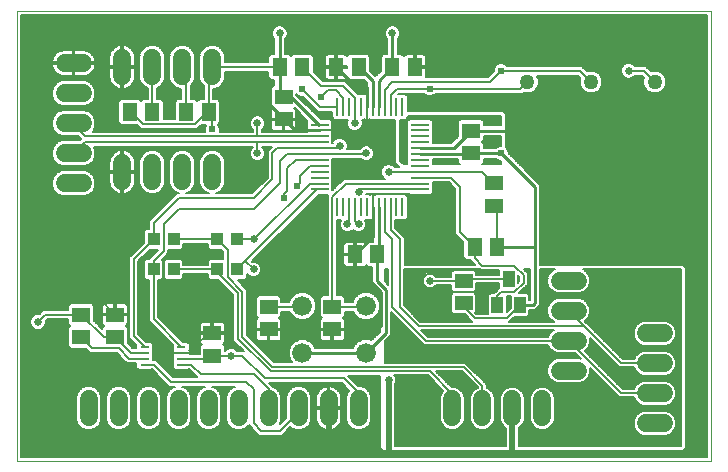
<source format=gbl>
G75*
%MOIN*%
%OFA0B0*%
%FSLAX25Y25*%
%IPPOS*%
%LPD*%
%AMOC8*
5,1,8,0,0,1.08239X$1,22.5*
%
%ADD10C,0.00000*%
%ADD11C,0.06600*%
%ADD12C,0.06000*%
%ADD13R,0.02953X0.00984*%
%ADD14R,0.05906X0.05118*%
%ADD15R,0.05906X0.01102*%
%ADD16R,0.01102X0.05906*%
%ADD17R,0.05118X0.05906*%
%ADD18R,0.03937X0.05512*%
%ADD19R,0.03937X0.04331*%
%ADD20C,0.05000*%
%ADD21C,0.01000*%
%ADD22C,0.00600*%
%ADD23C,0.02400*%
%ADD24C,0.02578*%
%ADD25C,0.02000*%
D10*
X0002550Y0001800D02*
X0002550Y0151761D01*
X0233751Y0151761D01*
X0233751Y0001800D01*
X0002550Y0001800D01*
D11*
X0097550Y0037676D03*
X0118800Y0037676D03*
X0118800Y0053424D03*
X0097550Y0053424D03*
D12*
X0096300Y0022300D02*
X0096300Y0016300D01*
X0086300Y0016300D02*
X0086300Y0022300D01*
X0076300Y0022300D02*
X0076300Y0016300D01*
X0066300Y0016300D02*
X0066300Y0022300D01*
X0056300Y0022300D02*
X0056300Y0016300D01*
X0046300Y0016300D02*
X0046300Y0022300D01*
X0036300Y0022300D02*
X0036300Y0016300D01*
X0026300Y0016300D02*
X0026300Y0022300D01*
X0106300Y0022300D02*
X0106300Y0016300D01*
X0116300Y0016300D02*
X0116300Y0022300D01*
X0147550Y0022300D02*
X0147550Y0016300D01*
X0157550Y0016300D02*
X0157550Y0022300D01*
X0167550Y0022300D02*
X0167550Y0016300D01*
X0177550Y0016300D02*
X0177550Y0022300D01*
X0183300Y0031800D02*
X0189300Y0031800D01*
X0189300Y0041800D02*
X0183300Y0041800D01*
X0183300Y0051800D02*
X0189300Y0051800D01*
X0189300Y0061800D02*
X0183300Y0061800D01*
X0212050Y0044300D02*
X0218050Y0044300D01*
X0218050Y0034300D02*
X0212050Y0034300D01*
X0212050Y0024300D02*
X0218050Y0024300D01*
X0218050Y0014300D02*
X0212050Y0014300D01*
X0067550Y0095050D02*
X0067550Y0101050D01*
X0057550Y0101050D02*
X0057550Y0095050D01*
X0047550Y0095050D02*
X0047550Y0101050D01*
X0037550Y0101050D02*
X0037550Y0095050D01*
X0024300Y0094300D02*
X0018300Y0094300D01*
X0018300Y0104300D02*
X0024300Y0104300D01*
X0024300Y0114300D02*
X0018300Y0114300D01*
X0018300Y0124300D02*
X0024300Y0124300D01*
X0037550Y0130050D02*
X0037550Y0136050D01*
X0047550Y0136050D02*
X0047550Y0130050D01*
X0057550Y0130050D02*
X0057550Y0136050D01*
X0067550Y0136050D02*
X0067550Y0130050D01*
X0024300Y0134300D02*
X0018300Y0134300D01*
D13*
X0045001Y0039753D03*
X0045001Y0037784D03*
X0045001Y0035816D03*
X0045001Y0033847D03*
X0057206Y0033847D03*
X0057206Y0035816D03*
X0057206Y0037784D03*
X0057206Y0039753D03*
D14*
X0067550Y0036810D03*
X0067550Y0044290D03*
X0086300Y0045560D03*
X0086300Y0053040D03*
X0107550Y0053040D03*
X0107550Y0045560D03*
X0151300Y0054310D03*
X0151300Y0061790D03*
X0161300Y0086810D03*
X0161300Y0094290D03*
X0153800Y0104310D03*
X0153800Y0111790D03*
X0091300Y0115560D03*
X0091300Y0123040D03*
X0035050Y0050540D03*
X0023800Y0050540D03*
X0023800Y0043060D03*
X0035050Y0043060D03*
D15*
X0103318Y0092223D03*
X0103318Y0094192D03*
X0103318Y0096160D03*
X0103318Y0098129D03*
X0103318Y0100097D03*
X0103318Y0102066D03*
X0103318Y0104034D03*
X0103318Y0106003D03*
X0103318Y0107971D03*
X0103318Y0109940D03*
X0103318Y0111908D03*
X0103318Y0113877D03*
X0136782Y0113877D03*
X0136782Y0111908D03*
X0136782Y0109940D03*
X0136782Y0107971D03*
X0136782Y0106003D03*
X0136782Y0104034D03*
X0136782Y0102066D03*
X0136782Y0100097D03*
X0136782Y0098129D03*
X0136782Y0096160D03*
X0136782Y0094192D03*
X0136782Y0092223D03*
D16*
X0130877Y0086318D03*
X0128908Y0086318D03*
X0126940Y0086318D03*
X0124971Y0086318D03*
X0123003Y0086318D03*
X0121034Y0086318D03*
X0119066Y0086318D03*
X0117097Y0086318D03*
X0115129Y0086318D03*
X0113160Y0086318D03*
X0111192Y0086318D03*
X0109223Y0086318D03*
X0109223Y0119782D03*
X0111192Y0119782D03*
X0113160Y0119782D03*
X0115129Y0119782D03*
X0117097Y0119782D03*
X0119066Y0119782D03*
X0121034Y0119782D03*
X0123003Y0119782D03*
X0124971Y0119782D03*
X0126940Y0119782D03*
X0128908Y0119782D03*
X0130877Y0119782D03*
D17*
X0127560Y0133050D03*
X0135040Y0133050D03*
X0116290Y0133050D03*
X0108810Y0133050D03*
X0097540Y0133050D03*
X0090060Y0133050D03*
X0066290Y0118050D03*
X0058810Y0118050D03*
X0047540Y0118050D03*
X0040060Y0118050D03*
X0115060Y0070550D03*
X0122540Y0070550D03*
X0155060Y0073050D03*
X0162540Y0073050D03*
D18*
X0166300Y0062381D03*
X0162560Y0053719D03*
X0170040Y0053719D03*
D19*
X0075896Y0065550D03*
X0069204Y0065550D03*
X0069204Y0075550D03*
X0075896Y0075550D03*
X0054646Y0075550D03*
X0047954Y0075550D03*
X0047954Y0065550D03*
X0054646Y0065550D03*
D20*
X0172550Y0128050D03*
X0193800Y0128050D03*
X0215050Y0128050D03*
D21*
X0182550Y0111800D02*
X0153810Y0111800D01*
X0153800Y0111790D02*
X0148013Y0106003D01*
X0136782Y0106003D01*
X0136782Y0104034D02*
X0153524Y0104034D01*
X0153810Y0104300D02*
X0163800Y0104300D01*
X0175050Y0093050D01*
X0175050Y0073060D01*
X0162540Y0073050D01*
X0175050Y0073060D02*
X0175050Y0054300D01*
X0174469Y0053719D01*
X0170040Y0053719D01*
X0125600Y0058796D02*
X0125600Y0044476D01*
X0118800Y0037676D01*
X0097550Y0037676D01*
X0107550Y0045560D02*
X0122560Y0045560D01*
X0123800Y0046800D01*
X0123800Y0058050D01*
X0115060Y0066790D01*
X0115060Y0070550D01*
X0121034Y0076524D01*
X0121034Y0086318D01*
X0123003Y0086318D02*
X0123003Y0071013D01*
X0122540Y0070550D01*
X0122540Y0061855D01*
X0125600Y0058796D01*
X0103318Y0111908D02*
X0094952Y0111908D01*
X0091300Y0115560D01*
X0081300Y0125560D01*
X0081300Y0129300D01*
X0090050Y0133060D02*
X0090050Y0144300D01*
X0090050Y0133060D02*
X0090060Y0133050D01*
X0090060Y0124280D01*
X0091300Y0123040D02*
X0093810Y0123040D01*
X0102973Y0113877D01*
X0119066Y0119782D02*
X0119066Y0126534D01*
X0117550Y0128050D01*
X0113810Y0128050D01*
X0108810Y0133050D01*
X0109223Y0133050D02*
X0108800Y0133473D01*
X0108800Y0139300D01*
X0108800Y0148050D01*
X0127550Y0144300D02*
X0127560Y0144290D01*
X0127560Y0133050D01*
X0123003Y0128493D01*
X0123003Y0119782D01*
X0121034Y0119782D02*
X0121034Y0128306D01*
X0116290Y0133050D01*
X0135040Y0133050D02*
X0135050Y0133060D01*
X0135050Y0148050D01*
D22*
X0129745Y0145767D02*
X0130139Y0144815D01*
X0130139Y0143785D01*
X0129745Y0142833D01*
X0129360Y0142448D01*
X0129360Y0137303D01*
X0130657Y0137303D01*
X0131338Y0136622D01*
X0131441Y0136801D01*
X0131683Y0137043D01*
X0131979Y0137214D01*
X0132310Y0137303D01*
X0134740Y0137303D01*
X0134740Y0133350D01*
X0135340Y0133350D01*
X0135340Y0137303D01*
X0137770Y0137303D01*
X0138101Y0137214D01*
X0138397Y0137043D01*
X0138639Y0136801D01*
X0138811Y0136505D01*
X0138899Y0136174D01*
X0138899Y0133350D01*
X0135340Y0133350D01*
X0135340Y0132750D01*
X0138899Y0132750D01*
X0138899Y0129926D01*
X0138825Y0129650D01*
X0159387Y0129650D01*
X0161300Y0131563D01*
X0161300Y0132297D01*
X0161681Y0133216D01*
X0162384Y0133919D01*
X0163303Y0134300D01*
X0164297Y0134300D01*
X0165216Y0133919D01*
X0165736Y0133400D01*
X0190713Y0133400D01*
X0192492Y0131621D01*
X0193044Y0131850D01*
X0194556Y0131850D01*
X0195953Y0131271D01*
X0197021Y0130203D01*
X0197600Y0128806D01*
X0197600Y0127294D01*
X0197021Y0125897D01*
X0195953Y0124829D01*
X0194556Y0124250D01*
X0193044Y0124250D01*
X0191647Y0124829D01*
X0190579Y0125897D01*
X0190000Y0127294D01*
X0190000Y0128806D01*
X0190229Y0129358D01*
X0189387Y0130200D01*
X0175773Y0130200D01*
X0176350Y0128806D01*
X0176350Y0127294D01*
X0175771Y0125897D01*
X0174703Y0124829D01*
X0173306Y0124250D01*
X0171794Y0124250D01*
X0171242Y0124479D01*
X0170913Y0124150D01*
X0141986Y0124150D01*
X0141466Y0123631D01*
X0140547Y0123250D01*
X0139553Y0123250D01*
X0138634Y0123631D01*
X0138114Y0124150D01*
X0129663Y0124150D01*
X0129548Y0124035D01*
X0131966Y0124035D01*
X0132728Y0123274D01*
X0132728Y0118400D01*
X0164463Y0118400D01*
X0165400Y0117463D01*
X0165400Y0106236D01*
X0165919Y0105716D01*
X0166300Y0104797D01*
X0166300Y0104346D01*
X0175796Y0094850D01*
X0176850Y0093796D01*
X0176850Y0073056D01*
X0176851Y0072316D01*
X0176850Y0072315D01*
X0176850Y0067150D01*
X0223137Y0067150D01*
X0224463Y0067150D01*
X0225400Y0066213D01*
X0225400Y0006137D01*
X0224463Y0005200D01*
X0124387Y0005200D01*
X0123450Y0006137D01*
X0123450Y0030050D01*
X0112813Y0030050D01*
X0116263Y0026600D01*
X0117155Y0026600D01*
X0118736Y0025945D01*
X0119945Y0024736D01*
X0120600Y0023155D01*
X0120600Y0015445D01*
X0119945Y0013864D01*
X0118736Y0012655D01*
X0117155Y0012000D01*
X0115445Y0012000D01*
X0113864Y0012655D01*
X0112655Y0013864D01*
X0112000Y0015445D01*
X0112000Y0023155D01*
X0112655Y0024736D01*
X0113128Y0025209D01*
X0110676Y0027661D01*
X0086452Y0027661D01*
X0087765Y0026347D01*
X0088736Y0025945D01*
X0089945Y0024736D01*
X0090600Y0023155D01*
X0090600Y0015445D01*
X0090012Y0014024D01*
X0092000Y0016013D01*
X0092000Y0023155D01*
X0092655Y0024736D01*
X0093864Y0025945D01*
X0095445Y0026600D01*
X0097155Y0026600D01*
X0098736Y0025945D01*
X0099945Y0024736D01*
X0100600Y0023155D01*
X0100600Y0015445D01*
X0099945Y0013864D01*
X0098736Y0012655D01*
X0097155Y0012000D01*
X0095445Y0012000D01*
X0093864Y0012655D01*
X0093516Y0013003D01*
X0090713Y0010200D01*
X0083137Y0010200D01*
X0082200Y0011137D01*
X0079709Y0013628D01*
X0078736Y0012655D01*
X0077155Y0012000D01*
X0075445Y0012000D01*
X0073864Y0012655D01*
X0072655Y0013864D01*
X0072000Y0015445D01*
X0072000Y0023155D01*
X0072655Y0024736D01*
X0073864Y0025945D01*
X0075083Y0026450D01*
X0067517Y0026450D01*
X0068736Y0025945D01*
X0069945Y0024736D01*
X0070600Y0023155D01*
X0070600Y0015445D01*
X0069945Y0013864D01*
X0068736Y0012655D01*
X0067155Y0012000D01*
X0065445Y0012000D01*
X0063864Y0012655D01*
X0062655Y0013864D01*
X0062000Y0015445D01*
X0062000Y0023155D01*
X0062655Y0024736D01*
X0063864Y0025945D01*
X0065083Y0026450D01*
X0057517Y0026450D01*
X0058736Y0025945D01*
X0059945Y0024736D01*
X0060600Y0023155D01*
X0060600Y0015445D01*
X0059945Y0013864D01*
X0058736Y0012655D01*
X0057155Y0012000D01*
X0055445Y0012000D01*
X0053864Y0012655D01*
X0052655Y0013864D01*
X0052000Y0015445D01*
X0052000Y0023155D01*
X0052655Y0024736D01*
X0053864Y0025945D01*
X0055083Y0026450D01*
X0053137Y0026450D01*
X0052200Y0027387D01*
X0047340Y0032247D01*
X0047208Y0032247D01*
X0047016Y0032055D01*
X0042986Y0032055D01*
X0042224Y0032817D01*
X0042224Y0034216D01*
X0039122Y0034216D01*
X0038184Y0035153D01*
X0038184Y0035153D01*
X0035637Y0037700D01*
X0026887Y0037700D01*
X0025386Y0039201D01*
X0020309Y0039201D01*
X0019547Y0039962D01*
X0019547Y0046157D01*
X0020190Y0046800D01*
X0019547Y0047443D01*
X0019547Y0048940D01*
X0012578Y0048940D01*
X0012014Y0048376D01*
X0012014Y0047535D01*
X0011620Y0046583D01*
X0010892Y0045855D01*
X0009940Y0045461D01*
X0008910Y0045461D01*
X0007958Y0045855D01*
X0007230Y0046583D01*
X0006836Y0047535D01*
X0006836Y0048565D01*
X0007230Y0049517D01*
X0007958Y0050245D01*
X0008910Y0050639D01*
X0009751Y0050639D01*
X0011252Y0052140D01*
X0019547Y0052140D01*
X0019547Y0053638D01*
X0020309Y0054399D01*
X0027291Y0054399D01*
X0028053Y0053638D01*
X0028053Y0048550D01*
X0030797Y0045806D01*
X0030797Y0046157D01*
X0031478Y0046838D01*
X0031299Y0046941D01*
X0031057Y0047183D01*
X0030886Y0047479D01*
X0030797Y0047810D01*
X0030797Y0050240D01*
X0034750Y0050240D01*
X0034750Y0050840D01*
X0030797Y0050840D01*
X0030797Y0053270D01*
X0030886Y0053601D01*
X0031057Y0053897D01*
X0031299Y0054139D01*
X0031595Y0054311D01*
X0031926Y0054399D01*
X0034750Y0054399D01*
X0034750Y0050840D01*
X0035350Y0050840D01*
X0039303Y0050840D01*
X0039303Y0053270D01*
X0039214Y0053601D01*
X0039043Y0053897D01*
X0038801Y0054139D01*
X0038505Y0054311D01*
X0038174Y0054399D01*
X0035350Y0054399D01*
X0035350Y0050840D01*
X0035350Y0050240D01*
X0039303Y0050240D01*
X0039303Y0047810D01*
X0039214Y0047479D01*
X0039043Y0047183D01*
X0038801Y0046941D01*
X0038622Y0046838D01*
X0039303Y0046157D01*
X0039303Y0041070D01*
X0040988Y0039384D01*
X0042224Y0039384D01*
X0042224Y0040266D01*
X0040637Y0041854D01*
X0039700Y0042791D01*
X0039700Y0069559D01*
X0040637Y0070496D01*
X0044685Y0074544D01*
X0044685Y0078254D01*
X0045447Y0079015D01*
X0046354Y0079015D01*
X0046354Y0081616D01*
X0054700Y0089963D01*
X0055637Y0090900D01*
X0056333Y0090900D01*
X0055114Y0091405D01*
X0053905Y0092614D01*
X0053250Y0094195D01*
X0053250Y0101905D01*
X0053905Y0103486D01*
X0055114Y0104695D01*
X0056695Y0105350D01*
X0058405Y0105350D01*
X0059986Y0104695D01*
X0061195Y0103486D01*
X0061850Y0101905D01*
X0061850Y0094195D01*
X0061195Y0092614D01*
X0059986Y0091405D01*
X0058767Y0090900D01*
X0066333Y0090900D01*
X0065114Y0091405D01*
X0063905Y0092614D01*
X0063250Y0094195D01*
X0063250Y0101905D01*
X0063905Y0103486D01*
X0065114Y0104695D01*
X0066695Y0105350D01*
X0068405Y0105350D01*
X0069986Y0104695D01*
X0071195Y0103486D01*
X0071850Y0101905D01*
X0071850Y0094195D01*
X0071195Y0092614D01*
X0069986Y0091405D01*
X0068767Y0090900D01*
X0080637Y0090900D01*
X0085950Y0096213D01*
X0085950Y0104963D01*
X0087359Y0106371D01*
X0084150Y0106371D01*
X0084150Y0106361D01*
X0084745Y0105767D01*
X0085139Y0104815D01*
X0085139Y0103785D01*
X0084745Y0102833D01*
X0084017Y0102105D01*
X0083065Y0101711D01*
X0082035Y0101711D01*
X0081083Y0102105D01*
X0080355Y0102833D01*
X0079961Y0103785D01*
X0079961Y0104815D01*
X0080355Y0105767D01*
X0080950Y0106361D01*
X0080950Y0106371D01*
X0028096Y0106371D01*
X0028600Y0105155D01*
X0028600Y0103445D01*
X0027945Y0101864D01*
X0026736Y0100655D01*
X0025155Y0100000D01*
X0017445Y0100000D01*
X0015864Y0100655D01*
X0014655Y0101864D01*
X0014000Y0103445D01*
X0014000Y0105155D01*
X0014655Y0106736D01*
X0015864Y0107945D01*
X0017445Y0108600D01*
X0023337Y0108600D01*
X0023787Y0109050D01*
X0022837Y0110000D01*
X0017445Y0110000D01*
X0015864Y0110655D01*
X0014655Y0111864D01*
X0014000Y0113445D01*
X0014000Y0115155D01*
X0014655Y0116736D01*
X0015864Y0117945D01*
X0017445Y0118600D01*
X0025155Y0118600D01*
X0026736Y0117945D01*
X0027945Y0116736D01*
X0028600Y0115155D01*
X0028600Y0113445D01*
X0027945Y0111864D01*
X0027621Y0111540D01*
X0065134Y0111540D01*
X0065050Y0111742D01*
X0065050Y0112737D01*
X0065431Y0113656D01*
X0065572Y0113797D01*
X0063887Y0113797D01*
X0063425Y0113334D01*
X0062487Y0112397D01*
X0043863Y0112397D01*
X0042925Y0113334D01*
X0042925Y0113335D01*
X0042463Y0113797D01*
X0036962Y0113797D01*
X0036201Y0114559D01*
X0036201Y0121541D01*
X0036962Y0122303D01*
X0043157Y0122303D01*
X0043800Y0121660D01*
X0044443Y0122303D01*
X0045950Y0122303D01*
X0045950Y0126058D01*
X0045114Y0126405D01*
X0043905Y0127614D01*
X0043250Y0129195D01*
X0043250Y0136905D01*
X0043905Y0138486D01*
X0045114Y0139695D01*
X0046695Y0140350D01*
X0048405Y0140350D01*
X0049986Y0139695D01*
X0051195Y0138486D01*
X0051850Y0136905D01*
X0051850Y0129195D01*
X0051195Y0127614D01*
X0049986Y0126405D01*
X0049150Y0126058D01*
X0049150Y0122303D01*
X0050638Y0122303D01*
X0051399Y0121541D01*
X0051399Y0115597D01*
X0054951Y0115597D01*
X0054951Y0121541D01*
X0055712Y0122303D01*
X0057210Y0122303D01*
X0057210Y0125750D01*
X0056695Y0125750D01*
X0055114Y0126405D01*
X0053905Y0127614D01*
X0053250Y0129195D01*
X0053250Y0136905D01*
X0053905Y0138486D01*
X0055114Y0139695D01*
X0056695Y0140350D01*
X0058405Y0140350D01*
X0059986Y0139695D01*
X0061195Y0138486D01*
X0061850Y0136905D01*
X0061850Y0129195D01*
X0061195Y0127614D01*
X0060410Y0126829D01*
X0060410Y0122303D01*
X0061907Y0122303D01*
X0062550Y0121660D01*
X0063193Y0122303D01*
X0064690Y0122303D01*
X0064690Y0126829D01*
X0063905Y0127614D01*
X0063250Y0129195D01*
X0063250Y0136905D01*
X0063905Y0138486D01*
X0065114Y0139695D01*
X0066695Y0140350D01*
X0068405Y0140350D01*
X0069986Y0139695D01*
X0071195Y0138486D01*
X0071850Y0136905D01*
X0071850Y0134650D01*
X0086201Y0134650D01*
X0086201Y0136541D01*
X0086962Y0137303D01*
X0088250Y0137303D01*
X0088250Y0142439D01*
X0087855Y0142833D01*
X0087461Y0143785D01*
X0087461Y0144815D01*
X0087855Y0145767D01*
X0088583Y0146495D01*
X0089535Y0146889D01*
X0090565Y0146889D01*
X0091517Y0146495D01*
X0092245Y0145767D01*
X0092639Y0144815D01*
X0092639Y0143785D01*
X0092245Y0142833D01*
X0091850Y0142439D01*
X0091850Y0137303D01*
X0093157Y0137303D01*
X0093800Y0136660D01*
X0094443Y0137303D01*
X0100638Y0137303D01*
X0101399Y0136541D01*
X0101399Y0131454D01*
X0104453Y0128400D01*
X0111865Y0128400D01*
X0112802Y0127463D01*
X0115791Y0124473D01*
X0116230Y0124035D01*
X0118187Y0124035D01*
X0118220Y0124002D01*
X0118343Y0124035D01*
X0119066Y0124035D01*
X0119066Y0119782D01*
X0119066Y0115530D01*
X0119788Y0115530D01*
X0119912Y0115563D01*
X0119945Y0115530D01*
X0128450Y0115530D01*
X0128450Y0101137D01*
X0129387Y0100200D01*
X0129859Y0099729D01*
X0128283Y0099729D01*
X0127767Y0100245D01*
X0126815Y0100639D01*
X0125785Y0100639D01*
X0124833Y0100245D01*
X0124105Y0099517D01*
X0123711Y0098565D01*
X0123711Y0097535D01*
X0124105Y0096583D01*
X0124833Y0095855D01*
X0124987Y0095792D01*
X0111375Y0095792D01*
X0107570Y0091987D01*
X0107570Y0102434D01*
X0117004Y0102434D01*
X0117333Y0102105D01*
X0118285Y0101711D01*
X0119315Y0101711D01*
X0120267Y0102105D01*
X0120995Y0102833D01*
X0121389Y0103785D01*
X0121389Y0104815D01*
X0120995Y0105767D01*
X0120267Y0106495D01*
X0119315Y0106889D01*
X0118285Y0106889D01*
X0117333Y0106495D01*
X0116605Y0105767D01*
X0116550Y0105634D01*
X0112369Y0105634D01*
X0112639Y0106285D01*
X0112639Y0107315D01*
X0112245Y0108267D01*
X0111517Y0108995D01*
X0110565Y0109389D01*
X0109535Y0109389D01*
X0108583Y0108995D01*
X0107855Y0108267D01*
X0107580Y0107603D01*
X0107570Y0107603D01*
X0107570Y0111029D01*
X0107537Y0111062D01*
X0107570Y0111186D01*
X0107570Y0111908D01*
X0103318Y0111908D01*
X0103318Y0111908D01*
X0107570Y0111908D01*
X0107570Y0112631D01*
X0107537Y0112754D01*
X0107570Y0112787D01*
X0107570Y0114966D01*
X0106809Y0115728D01*
X0103668Y0115728D01*
X0095553Y0123843D01*
X0095553Y0124012D01*
X0096134Y0123431D01*
X0097053Y0123050D01*
X0097787Y0123050D01*
X0101718Y0119120D01*
X0102655Y0118182D01*
X0107372Y0118182D01*
X0107372Y0116291D01*
X0108134Y0115530D01*
X0112757Y0115530D01*
X0112461Y0114815D01*
X0112461Y0113785D01*
X0112855Y0112833D01*
X0113583Y0112105D01*
X0114535Y0111711D01*
X0115565Y0111711D01*
X0116517Y0112105D01*
X0117245Y0112833D01*
X0117639Y0113785D01*
X0117639Y0114815D01*
X0117343Y0115530D01*
X0118187Y0115530D01*
X0118220Y0115563D01*
X0118343Y0115530D01*
X0119066Y0115530D01*
X0119066Y0119782D01*
X0119066Y0119782D01*
X0119066Y0119782D01*
X0119066Y0124035D01*
X0119234Y0124035D01*
X0119234Y0127560D01*
X0117997Y0128797D01*
X0113193Y0128797D01*
X0112512Y0129478D01*
X0112409Y0129299D01*
X0112167Y0129057D01*
X0111871Y0128886D01*
X0111540Y0128797D01*
X0109110Y0128797D01*
X0109110Y0132750D01*
X0109110Y0133350D01*
X0112431Y0133350D01*
X0112431Y0132750D01*
X0109110Y0132750D01*
X0108510Y0132750D01*
X0108510Y0128797D01*
X0106080Y0128797D01*
X0105749Y0128886D01*
X0105453Y0129057D01*
X0105211Y0129299D01*
X0105039Y0129595D01*
X0104951Y0129926D01*
X0104951Y0132750D01*
X0108510Y0132750D01*
X0108510Y0133350D01*
X0108510Y0137303D01*
X0106080Y0137303D01*
X0105749Y0137214D01*
X0105453Y0137043D01*
X0105211Y0136801D01*
X0105039Y0136505D01*
X0104951Y0136174D01*
X0104951Y0133350D01*
X0108510Y0133350D01*
X0109110Y0133350D01*
X0109110Y0137303D01*
X0111540Y0137303D01*
X0111871Y0137214D01*
X0112167Y0137043D01*
X0112409Y0136801D01*
X0112512Y0136622D01*
X0113193Y0137303D01*
X0119388Y0137303D01*
X0120149Y0136541D01*
X0120149Y0131737D01*
X0121780Y0130106D01*
X0121780Y0130106D01*
X0121925Y0129961D01*
X0123701Y0131737D01*
X0123701Y0136541D01*
X0124462Y0137303D01*
X0125760Y0137303D01*
X0125760Y0142429D01*
X0125355Y0142833D01*
X0124961Y0143785D01*
X0124961Y0144815D01*
X0125355Y0145767D01*
X0126083Y0146495D01*
X0127035Y0146889D01*
X0128065Y0146889D01*
X0129017Y0146495D01*
X0129745Y0145767D01*
X0129497Y0146014D02*
X0232451Y0146014D01*
X0232451Y0145416D02*
X0129890Y0145416D01*
X0130138Y0144817D02*
X0232451Y0144817D01*
X0232451Y0144219D02*
X0130139Y0144219D01*
X0130071Y0143620D02*
X0232451Y0143620D01*
X0232451Y0143022D02*
X0129823Y0143022D01*
X0129360Y0142423D02*
X0232451Y0142423D01*
X0232451Y0141824D02*
X0129360Y0141824D01*
X0129360Y0141226D02*
X0232451Y0141226D01*
X0232451Y0140627D02*
X0129360Y0140627D01*
X0129360Y0140029D02*
X0232451Y0140029D01*
X0232451Y0139430D02*
X0129360Y0139430D01*
X0129360Y0138832D02*
X0232451Y0138832D01*
X0232451Y0138233D02*
X0129360Y0138233D01*
X0129360Y0137635D02*
X0232451Y0137635D01*
X0232451Y0137036D02*
X0138404Y0137036D01*
X0138828Y0136438D02*
X0232451Y0136438D01*
X0232451Y0135839D02*
X0138899Y0135839D01*
X0138899Y0135241D02*
X0232451Y0135241D01*
X0232451Y0134642D02*
X0138899Y0134642D01*
X0138899Y0134044D02*
X0162684Y0134044D01*
X0161910Y0133445D02*
X0138899Y0133445D01*
X0138899Y0132248D02*
X0161300Y0132248D01*
X0161300Y0131650D02*
X0138899Y0131650D01*
X0138899Y0131051D02*
X0160789Y0131051D01*
X0160190Y0130453D02*
X0138899Y0130453D01*
X0138880Y0129854D02*
X0159592Y0129854D01*
X0160050Y0128050D02*
X0163800Y0131800D01*
X0190050Y0131800D01*
X0193800Y0128050D01*
X0190000Y0128059D02*
X0176350Y0128059D01*
X0176350Y0128657D02*
X0190000Y0128657D01*
X0190186Y0129256D02*
X0176164Y0129256D01*
X0175916Y0129854D02*
X0189733Y0129854D01*
X0191864Y0132248D02*
X0203711Y0132248D01*
X0203711Y0132315D02*
X0203711Y0131285D01*
X0204105Y0130333D01*
X0204833Y0129605D01*
X0205785Y0129211D01*
X0206815Y0129211D01*
X0207767Y0129605D01*
X0208361Y0130200D01*
X0210637Y0130200D01*
X0211479Y0129358D01*
X0211250Y0128806D01*
X0211250Y0127294D01*
X0211829Y0125897D01*
X0212897Y0124829D01*
X0214294Y0124250D01*
X0215806Y0124250D01*
X0217203Y0124829D01*
X0218271Y0125897D01*
X0218850Y0127294D01*
X0218850Y0128806D01*
X0218271Y0130203D01*
X0217203Y0131271D01*
X0215806Y0131850D01*
X0214294Y0131850D01*
X0213742Y0131621D01*
X0211963Y0133400D01*
X0208361Y0133400D01*
X0207767Y0133995D01*
X0206815Y0134389D01*
X0205785Y0134389D01*
X0204833Y0133995D01*
X0204105Y0133267D01*
X0203711Y0132315D01*
X0203931Y0132847D02*
X0191266Y0132847D01*
X0192463Y0131650D02*
X0192561Y0131650D01*
X0195039Y0131650D02*
X0203711Y0131650D01*
X0203808Y0131051D02*
X0196173Y0131051D01*
X0196771Y0130453D02*
X0204056Y0130453D01*
X0204584Y0129854D02*
X0197166Y0129854D01*
X0197414Y0129256D02*
X0205677Y0129256D01*
X0206923Y0129256D02*
X0211436Y0129256D01*
X0211250Y0128657D02*
X0197600Y0128657D01*
X0197600Y0128059D02*
X0211250Y0128059D01*
X0211250Y0127460D02*
X0197600Y0127460D01*
X0197421Y0126862D02*
X0211429Y0126862D01*
X0211677Y0126263D02*
X0197173Y0126263D01*
X0196789Y0125665D02*
X0212061Y0125665D01*
X0212660Y0125066D02*
X0196190Y0125066D01*
X0195081Y0124468D02*
X0213769Y0124468D01*
X0216331Y0124468D02*
X0232451Y0124468D01*
X0232451Y0125066D02*
X0217440Y0125066D01*
X0218039Y0125665D02*
X0232451Y0125665D01*
X0232451Y0126263D02*
X0218423Y0126263D01*
X0218671Y0126862D02*
X0232451Y0126862D01*
X0232451Y0127460D02*
X0218850Y0127460D01*
X0218850Y0128059D02*
X0232451Y0128059D01*
X0232451Y0128657D02*
X0218850Y0128657D01*
X0218664Y0129256D02*
X0232451Y0129256D01*
X0232451Y0129854D02*
X0218416Y0129854D01*
X0218021Y0130453D02*
X0232451Y0130453D01*
X0232451Y0131051D02*
X0217423Y0131051D01*
X0216289Y0131650D02*
X0232451Y0131650D01*
X0232451Y0132248D02*
X0213114Y0132248D01*
X0212516Y0132847D02*
X0232451Y0132847D01*
X0232451Y0133445D02*
X0208316Y0133445D01*
X0207648Y0134044D02*
X0232451Y0134044D01*
X0232451Y0123869D02*
X0141705Y0123869D01*
X0140597Y0123271D02*
X0232451Y0123271D01*
X0232451Y0122672D02*
X0132728Y0122672D01*
X0132728Y0122074D02*
X0232451Y0122074D01*
X0232451Y0121475D02*
X0132728Y0121475D01*
X0132728Y0120877D02*
X0232451Y0120877D01*
X0232451Y0120278D02*
X0132728Y0120278D01*
X0132728Y0119680D02*
X0232451Y0119680D01*
X0232451Y0119081D02*
X0132728Y0119081D01*
X0132728Y0118483D02*
X0232451Y0118483D01*
X0232451Y0117884D02*
X0164979Y0117884D01*
X0165400Y0117286D02*
X0232451Y0117286D01*
X0232451Y0116687D02*
X0165400Y0116687D01*
X0165400Y0116089D02*
X0232451Y0116089D01*
X0232451Y0115490D02*
X0165400Y0115490D01*
X0165400Y0114891D02*
X0232451Y0114891D01*
X0232451Y0114293D02*
X0165400Y0114293D01*
X0165400Y0113694D02*
X0232451Y0113694D01*
X0232451Y0113096D02*
X0165400Y0113096D01*
X0165400Y0112497D02*
X0232451Y0112497D01*
X0232451Y0111899D02*
X0165400Y0111899D01*
X0165400Y0111300D02*
X0232451Y0111300D01*
X0232451Y0110702D02*
X0165400Y0110702D01*
X0165400Y0110103D02*
X0232451Y0110103D01*
X0232451Y0109505D02*
X0165400Y0109505D01*
X0165400Y0108906D02*
X0232451Y0108906D01*
X0232451Y0108308D02*
X0165400Y0108308D01*
X0165400Y0107709D02*
X0232451Y0107709D01*
X0232451Y0107111D02*
X0165400Y0107111D01*
X0165400Y0106512D02*
X0232451Y0106512D01*
X0232451Y0105914D02*
X0165722Y0105914D01*
X0166085Y0105315D02*
X0232451Y0105315D01*
X0232451Y0104717D02*
X0166300Y0104717D01*
X0166527Y0104118D02*
X0232451Y0104118D01*
X0232451Y0103520D02*
X0167126Y0103520D01*
X0167724Y0102921D02*
X0232451Y0102921D01*
X0232451Y0102323D02*
X0168323Y0102323D01*
X0168921Y0101724D02*
X0232451Y0101724D01*
X0232451Y0101126D02*
X0169520Y0101126D01*
X0170118Y0100527D02*
X0232451Y0100527D01*
X0232451Y0099929D02*
X0170717Y0099929D01*
X0171315Y0099330D02*
X0232451Y0099330D01*
X0232451Y0098732D02*
X0171914Y0098732D01*
X0172512Y0098133D02*
X0232451Y0098133D01*
X0232451Y0097535D02*
X0173111Y0097535D01*
X0173709Y0096936D02*
X0232451Y0096936D01*
X0232451Y0096338D02*
X0174308Y0096338D01*
X0174906Y0095739D02*
X0232451Y0095739D01*
X0232451Y0095141D02*
X0175505Y0095141D01*
X0176103Y0094542D02*
X0232451Y0094542D01*
X0232451Y0093944D02*
X0176702Y0093944D01*
X0176850Y0093345D02*
X0232451Y0093345D01*
X0232451Y0092747D02*
X0176850Y0092747D01*
X0176850Y0092148D02*
X0232451Y0092148D01*
X0232451Y0091550D02*
X0176850Y0091550D01*
X0176850Y0090951D02*
X0232451Y0090951D01*
X0232451Y0090353D02*
X0176850Y0090353D01*
X0176850Y0089754D02*
X0232451Y0089754D01*
X0232451Y0089155D02*
X0176850Y0089155D01*
X0176850Y0088557D02*
X0232451Y0088557D01*
X0232451Y0087958D02*
X0176850Y0087958D01*
X0176850Y0087360D02*
X0232451Y0087360D01*
X0232451Y0086761D02*
X0176850Y0086761D01*
X0176850Y0086163D02*
X0232451Y0086163D01*
X0232451Y0085564D02*
X0176850Y0085564D01*
X0176850Y0084966D02*
X0232451Y0084966D01*
X0232451Y0084367D02*
X0176850Y0084367D01*
X0176850Y0083769D02*
X0232451Y0083769D01*
X0232451Y0083170D02*
X0176850Y0083170D01*
X0176850Y0082572D02*
X0232451Y0082572D01*
X0232451Y0081973D02*
X0176850Y0081973D01*
X0176850Y0081375D02*
X0232451Y0081375D01*
X0232451Y0080776D02*
X0176850Y0080776D01*
X0176850Y0080178D02*
X0232451Y0080178D01*
X0232451Y0079579D02*
X0176850Y0079579D01*
X0176850Y0078981D02*
X0232451Y0078981D01*
X0232451Y0078382D02*
X0176850Y0078382D01*
X0176850Y0077784D02*
X0232451Y0077784D01*
X0232451Y0077185D02*
X0176850Y0077185D01*
X0176850Y0076587D02*
X0232451Y0076587D01*
X0232451Y0075988D02*
X0176850Y0075988D01*
X0176850Y0075390D02*
X0232451Y0075390D01*
X0232451Y0074791D02*
X0176850Y0074791D01*
X0176850Y0074193D02*
X0232451Y0074193D01*
X0232451Y0073594D02*
X0176850Y0073594D01*
X0176850Y0072996D02*
X0232451Y0072996D01*
X0232451Y0072397D02*
X0176851Y0072397D01*
X0176850Y0071799D02*
X0232451Y0071799D01*
X0232451Y0071200D02*
X0176850Y0071200D01*
X0176850Y0070602D02*
X0232451Y0070602D01*
X0232451Y0070003D02*
X0176850Y0070003D01*
X0176850Y0069405D02*
X0232451Y0069405D01*
X0232451Y0068806D02*
X0176850Y0068806D01*
X0176850Y0068208D02*
X0232451Y0068208D01*
X0232451Y0067609D02*
X0176850Y0067609D01*
X0176650Y0065550D02*
X0181640Y0065550D01*
X0180978Y0065276D01*
X0179824Y0064122D01*
X0179200Y0062616D01*
X0179200Y0060984D01*
X0179824Y0059478D01*
X0180978Y0058324D01*
X0182484Y0057700D01*
X0190116Y0057700D01*
X0191622Y0058324D01*
X0192776Y0059478D01*
X0193400Y0060984D01*
X0193400Y0062616D01*
X0192776Y0064122D01*
X0191622Y0065276D01*
X0190960Y0065550D01*
X0223800Y0065550D01*
X0223800Y0006800D01*
X0169650Y0006800D01*
X0169650Y0012732D01*
X0169872Y0012824D01*
X0171026Y0013978D01*
X0171650Y0015484D01*
X0171650Y0023116D01*
X0171026Y0024622D01*
X0169872Y0025776D01*
X0168366Y0026400D01*
X0166734Y0026400D01*
X0165228Y0025776D01*
X0164074Y0024622D01*
X0163450Y0023116D01*
X0163450Y0015484D01*
X0164074Y0013978D01*
X0165228Y0012824D01*
X0165450Y0012732D01*
X0165450Y0006800D01*
X0128400Y0006800D01*
X0128400Y0027283D01*
X0128689Y0027572D01*
X0128689Y0029551D01*
X0127990Y0030250D01*
X0139470Y0030250D01*
X0144586Y0025134D01*
X0144074Y0024622D01*
X0143450Y0023116D01*
X0143450Y0015484D01*
X0144074Y0013978D01*
X0145228Y0012824D01*
X0146734Y0012200D01*
X0148366Y0012200D01*
X0149872Y0012824D01*
X0151026Y0013978D01*
X0151650Y0015484D01*
X0151650Y0023116D01*
X0151026Y0024622D01*
X0149872Y0025776D01*
X0148366Y0026400D01*
X0147280Y0026400D01*
X0142030Y0031650D01*
X0150720Y0031650D01*
X0156150Y0026220D01*
X0156150Y0026158D01*
X0155228Y0025776D01*
X0154074Y0024622D01*
X0153450Y0023116D01*
X0153450Y0015484D01*
X0154074Y0013978D01*
X0155228Y0012824D01*
X0156734Y0012200D01*
X0158366Y0012200D01*
X0159872Y0012824D01*
X0161026Y0013978D01*
X0161650Y0015484D01*
X0161650Y0023116D01*
X0161026Y0024622D01*
X0159872Y0025776D01*
X0158950Y0026158D01*
X0158950Y0027380D01*
X0151880Y0034450D01*
X0125050Y0034450D01*
X0125050Y0041663D01*
X0126263Y0042876D01*
X0127200Y0043813D01*
X0127200Y0051420D01*
X0138220Y0040400D01*
X0179442Y0040400D01*
X0179824Y0039478D01*
X0180978Y0038324D01*
X0182484Y0037700D01*
X0188420Y0037700D01*
X0190294Y0035826D01*
X0190116Y0035900D01*
X0182484Y0035900D01*
X0180978Y0035276D01*
X0179824Y0034122D01*
X0179200Y0032616D01*
X0179200Y0030984D01*
X0179824Y0029478D01*
X0180978Y0028324D01*
X0182484Y0027700D01*
X0190116Y0027700D01*
X0191622Y0028324D01*
X0192776Y0029478D01*
X0193400Y0030984D01*
X0193400Y0032616D01*
X0193326Y0032794D01*
X0203220Y0022900D01*
X0208192Y0022900D01*
X0208574Y0021978D01*
X0209728Y0020824D01*
X0211234Y0020200D01*
X0218866Y0020200D01*
X0220372Y0020824D01*
X0221526Y0021978D01*
X0222150Y0023484D01*
X0222150Y0025116D01*
X0221526Y0026622D01*
X0220372Y0027776D01*
X0218866Y0028400D01*
X0211234Y0028400D01*
X0209728Y0027776D01*
X0208574Y0026622D01*
X0208192Y0025700D01*
X0204380Y0025700D01*
X0191689Y0038391D01*
X0192776Y0039478D01*
X0193400Y0040984D01*
X0193400Y0042616D01*
X0193326Y0042794D01*
X0203220Y0032900D01*
X0208192Y0032900D01*
X0208574Y0031978D01*
X0209728Y0030824D01*
X0211234Y0030200D01*
X0218866Y0030200D01*
X0220372Y0030824D01*
X0221526Y0031978D01*
X0222150Y0033484D01*
X0222150Y0035116D01*
X0221526Y0036622D01*
X0220372Y0037776D01*
X0218866Y0038400D01*
X0211234Y0038400D01*
X0209728Y0037776D01*
X0208574Y0036622D01*
X0208192Y0035700D01*
X0204380Y0035700D01*
X0192700Y0047380D01*
X0191880Y0048200D01*
X0191689Y0048391D01*
X0192776Y0049478D01*
X0193400Y0050984D01*
X0193400Y0052616D01*
X0192776Y0054122D01*
X0191622Y0055276D01*
X0190116Y0055900D01*
X0182484Y0055900D01*
X0180978Y0055276D01*
X0179824Y0054122D01*
X0179200Y0052616D01*
X0179200Y0050984D01*
X0179824Y0049478D01*
X0180978Y0048324D01*
X0181277Y0048200D01*
X0166501Y0048200D01*
X0167021Y0048720D01*
X0168164Y0049863D01*
X0172464Y0049863D01*
X0173109Y0050508D01*
X0173109Y0052119D01*
X0175132Y0052119D01*
X0176650Y0053637D01*
X0176650Y0065550D01*
X0176650Y0065215D02*
X0180917Y0065215D01*
X0180318Y0064617D02*
X0176650Y0064617D01*
X0176650Y0064018D02*
X0179781Y0064018D01*
X0179533Y0063420D02*
X0176650Y0063420D01*
X0176650Y0062821D02*
X0179285Y0062821D01*
X0179200Y0062222D02*
X0176650Y0062222D01*
X0176650Y0061624D02*
X0179200Y0061624D01*
X0179200Y0061025D02*
X0176650Y0061025D01*
X0176650Y0060427D02*
X0179431Y0060427D01*
X0179679Y0059828D02*
X0176650Y0059828D01*
X0176650Y0059230D02*
X0180072Y0059230D01*
X0180670Y0058631D02*
X0176650Y0058631D01*
X0176650Y0058033D02*
X0181681Y0058033D01*
X0181854Y0055639D02*
X0176650Y0055639D01*
X0176650Y0056237D02*
X0223800Y0056237D01*
X0223800Y0055639D02*
X0190746Y0055639D01*
X0191858Y0055040D02*
X0223800Y0055040D01*
X0223800Y0054442D02*
X0192456Y0054442D01*
X0192891Y0053843D02*
X0223800Y0053843D01*
X0223800Y0053245D02*
X0193139Y0053245D01*
X0193387Y0052646D02*
X0223800Y0052646D01*
X0223800Y0052048D02*
X0193400Y0052048D01*
X0193400Y0051449D02*
X0223800Y0051449D01*
X0223800Y0050851D02*
X0193345Y0050851D01*
X0193097Y0050252D02*
X0223800Y0050252D01*
X0223800Y0049654D02*
X0192849Y0049654D01*
X0192353Y0049055D02*
X0223800Y0049055D01*
X0223800Y0048457D02*
X0191755Y0048457D01*
X0192222Y0047858D02*
X0209927Y0047858D01*
X0209728Y0047776D02*
X0208574Y0046622D01*
X0207950Y0045116D01*
X0207950Y0043484D01*
X0208574Y0041978D01*
X0209728Y0040824D01*
X0211234Y0040200D01*
X0218866Y0040200D01*
X0220372Y0040824D01*
X0221526Y0041978D01*
X0222150Y0043484D01*
X0222150Y0045116D01*
X0221526Y0046622D01*
X0220372Y0047776D01*
X0218866Y0048400D01*
X0211234Y0048400D01*
X0209728Y0047776D01*
X0209211Y0047260D02*
X0192820Y0047260D01*
X0193419Y0046661D02*
X0208613Y0046661D01*
X0208342Y0046063D02*
X0194017Y0046063D01*
X0194616Y0045464D02*
X0208094Y0045464D01*
X0207950Y0044866D02*
X0195214Y0044866D01*
X0195813Y0044267D02*
X0207950Y0044267D01*
X0207950Y0043669D02*
X0196411Y0043669D01*
X0197010Y0043070D02*
X0208122Y0043070D01*
X0208370Y0042472D02*
X0197608Y0042472D01*
X0198207Y0041873D02*
X0208679Y0041873D01*
X0209277Y0041275D02*
X0198805Y0041275D01*
X0199404Y0040676D02*
X0210085Y0040676D01*
X0210950Y0038282D02*
X0201798Y0038282D01*
X0202396Y0037684D02*
X0209635Y0037684D01*
X0209037Y0037085D02*
X0202995Y0037085D01*
X0203593Y0036487D02*
X0208518Y0036487D01*
X0208270Y0035888D02*
X0204192Y0035888D01*
X0201429Y0034691D02*
X0195389Y0034691D01*
X0195987Y0034092D02*
X0202028Y0034092D01*
X0202626Y0033494D02*
X0196586Y0033494D01*
X0197184Y0032895D02*
X0208194Y0032895D01*
X0208442Y0032297D02*
X0197783Y0032297D01*
X0198381Y0031698D02*
X0208853Y0031698D01*
X0209452Y0031100D02*
X0198980Y0031100D01*
X0199578Y0030501D02*
X0210507Y0030501D01*
X0210528Y0028107D02*
X0201973Y0028107D01*
X0202571Y0027509D02*
X0209461Y0027509D01*
X0208862Y0026910D02*
X0203170Y0026910D01*
X0203768Y0026312D02*
X0208446Y0026312D01*
X0208198Y0025713D02*
X0204367Y0025713D01*
X0203800Y0024300D02*
X0186300Y0041800D01*
X0138800Y0041800D01*
X0127550Y0053050D01*
X0127550Y0075550D01*
X0124971Y0078129D01*
X0124971Y0086318D01*
X0126940Y0086318D02*
X0126940Y0078660D01*
X0130050Y0075550D01*
X0130050Y0053050D01*
X0136300Y0046800D01*
X0191300Y0046800D01*
X0186300Y0051800D01*
X0180845Y0048457D02*
X0166757Y0048457D01*
X0167356Y0049055D02*
X0180246Y0049055D01*
X0179751Y0049654D02*
X0167955Y0049654D01*
X0165621Y0049300D02*
X0155050Y0049300D01*
X0151300Y0053050D01*
X0151300Y0054310D01*
X0155353Y0054442D02*
X0159491Y0054442D01*
X0159491Y0055040D02*
X0155353Y0055040D01*
X0155353Y0055639D02*
X0159491Y0055639D01*
X0159491Y0056237D02*
X0155353Y0056237D01*
X0155353Y0056836D02*
X0159491Y0056836D01*
X0159491Y0056931D02*
X0159491Y0050700D01*
X0155630Y0050700D01*
X0155194Y0051136D01*
X0155353Y0051295D01*
X0155353Y0057325D01*
X0154708Y0057969D01*
X0147892Y0057969D01*
X0147247Y0057325D01*
X0147247Y0051295D01*
X0147892Y0050651D01*
X0151719Y0050651D01*
X0154170Y0048200D01*
X0136880Y0048200D01*
X0131450Y0053630D01*
X0131450Y0065550D01*
X0156820Y0065550D01*
X0156970Y0065400D01*
X0163231Y0065400D01*
X0163231Y0063781D01*
X0155353Y0063781D01*
X0155353Y0064805D01*
X0154708Y0065449D01*
X0147892Y0065449D01*
X0147247Y0064805D01*
X0147247Y0063200D01*
X0142029Y0063200D01*
X0141040Y0064189D01*
X0139060Y0064189D01*
X0137661Y0062790D01*
X0137661Y0060810D01*
X0139060Y0059411D01*
X0141040Y0059411D01*
X0142029Y0060400D01*
X0147247Y0060400D01*
X0147247Y0058775D01*
X0147892Y0058131D01*
X0154708Y0058131D01*
X0155353Y0058775D01*
X0155353Y0060981D01*
X0163231Y0060981D01*
X0163231Y0059450D01*
X0163220Y0059450D01*
X0161980Y0058210D01*
X0161345Y0057575D01*
X0160136Y0057575D01*
X0159491Y0056931D01*
X0159995Y0057434D02*
X0155243Y0057434D01*
X0155209Y0058631D02*
X0162402Y0058631D01*
X0163000Y0059230D02*
X0155353Y0059230D01*
X0155353Y0059828D02*
X0163231Y0059828D01*
X0163231Y0060427D02*
X0155353Y0060427D01*
X0151891Y0062381D02*
X0151300Y0061790D01*
X0151290Y0061800D01*
X0140050Y0061800D01*
X0141809Y0063420D02*
X0147247Y0063420D01*
X0147247Y0064018D02*
X0141210Y0064018D01*
X0138890Y0064018D02*
X0131450Y0064018D01*
X0131450Y0063420D02*
X0138291Y0063420D01*
X0137692Y0062821D02*
X0131450Y0062821D01*
X0131450Y0062222D02*
X0137661Y0062222D01*
X0137661Y0061624D02*
X0131450Y0061624D01*
X0131450Y0061025D02*
X0137661Y0061025D01*
X0138045Y0060427D02*
X0131450Y0060427D01*
X0131450Y0059828D02*
X0138643Y0059828D01*
X0141457Y0059828D02*
X0147247Y0059828D01*
X0147247Y0059230D02*
X0131450Y0059230D01*
X0131450Y0058631D02*
X0147391Y0058631D01*
X0147357Y0057434D02*
X0131450Y0057434D01*
X0131450Y0056836D02*
X0147247Y0056836D01*
X0147247Y0056237D02*
X0131450Y0056237D01*
X0131450Y0055639D02*
X0147247Y0055639D01*
X0147247Y0055040D02*
X0131450Y0055040D01*
X0131450Y0054442D02*
X0147247Y0054442D01*
X0147247Y0053843D02*
X0131450Y0053843D01*
X0131835Y0053245D02*
X0147247Y0053245D01*
X0147247Y0052646D02*
X0132434Y0052646D01*
X0133032Y0052048D02*
X0147247Y0052048D01*
X0147247Y0051449D02*
X0133631Y0051449D01*
X0134229Y0050851D02*
X0147692Y0050851D01*
X0152118Y0050252D02*
X0134828Y0050252D01*
X0135426Y0049654D02*
X0152716Y0049654D01*
X0153315Y0049055D02*
X0136025Y0049055D01*
X0136623Y0048457D02*
X0153913Y0048457D01*
X0155479Y0050851D02*
X0159491Y0050851D01*
X0159491Y0051449D02*
X0155353Y0051449D01*
X0155353Y0052048D02*
X0159491Y0052048D01*
X0159491Y0052646D02*
X0155353Y0052646D01*
X0155353Y0053245D02*
X0159491Y0053245D01*
X0159491Y0053843D02*
X0155353Y0053843D01*
X0162560Y0053719D02*
X0162560Y0056810D01*
X0163800Y0058050D01*
X0168249Y0058050D01*
X0171300Y0061101D01*
X0171300Y0063661D01*
X0168161Y0066800D01*
X0157550Y0066800D01*
X0155060Y0069290D01*
X0155060Y0073050D01*
X0150050Y0078060D01*
X0150050Y0093050D01*
X0146940Y0096160D01*
X0136782Y0096160D01*
X0136782Y0094192D02*
X0112038Y0094192D01*
X0107550Y0089704D01*
X0107550Y0053040D01*
X0118416Y0053040D01*
X0118800Y0053424D01*
X0122862Y0055639D02*
X0123450Y0055639D01*
X0123450Y0056237D02*
X0122492Y0056237D01*
X0122700Y0056030D02*
X0121406Y0057324D01*
X0119715Y0058024D01*
X0117885Y0058024D01*
X0116194Y0057324D01*
X0114900Y0056030D01*
X0114325Y0054640D01*
X0111803Y0054640D01*
X0111803Y0056138D01*
X0111041Y0056899D01*
X0109150Y0056899D01*
X0109150Y0082065D01*
X0110313Y0082065D01*
X0110404Y0082065D01*
X0110355Y0082017D01*
X0109961Y0081065D01*
X0109961Y0080035D01*
X0110355Y0079083D01*
X0111083Y0078355D01*
X0112035Y0077961D01*
X0113065Y0077961D01*
X0114017Y0078355D01*
X0114425Y0078764D01*
X0114833Y0078355D01*
X0115785Y0077961D01*
X0116815Y0077961D01*
X0117767Y0078355D01*
X0118495Y0079083D01*
X0118889Y0080035D01*
X0118889Y0081065D01*
X0118495Y0082017D01*
X0118446Y0082065D01*
X0120155Y0082065D01*
X0120188Y0082098D01*
X0120312Y0082065D01*
X0121034Y0082065D01*
X0121034Y0086318D01*
X0121034Y0090570D01*
X0120312Y0090570D01*
X0120188Y0090537D01*
X0120155Y0090570D01*
X0118723Y0090570D01*
X0118745Y0090623D01*
X0133040Y0090623D01*
X0133291Y0090372D01*
X0140274Y0090372D01*
X0141035Y0091134D01*
X0141035Y0094560D01*
X0146277Y0094560D01*
X0148450Y0092387D01*
X0148450Y0077397D01*
X0149387Y0076460D01*
X0151201Y0074646D01*
X0151201Y0069559D01*
X0151962Y0068797D01*
X0153460Y0068797D01*
X0153460Y0068627D01*
X0154397Y0067690D01*
X0154937Y0067150D01*
X0131650Y0067150D01*
X0131650Y0076213D01*
X0130713Y0077150D01*
X0128540Y0079323D01*
X0128540Y0082065D01*
X0131966Y0082065D01*
X0132728Y0082826D01*
X0132728Y0089809D01*
X0131966Y0090570D01*
X0121913Y0090570D01*
X0121880Y0090537D01*
X0121757Y0090570D01*
X0121034Y0090570D01*
X0121034Y0086318D01*
X0121034Y0086318D01*
X0121034Y0086318D01*
X0121034Y0082065D01*
X0121203Y0082065D01*
X0121203Y0074803D01*
X0119443Y0074803D01*
X0118762Y0074122D01*
X0118659Y0074301D01*
X0118417Y0074543D01*
X0118121Y0074714D01*
X0117790Y0074803D01*
X0115360Y0074803D01*
X0115360Y0070850D01*
X0114760Y0070850D01*
X0114760Y0074803D01*
X0112330Y0074803D01*
X0111999Y0074714D01*
X0111703Y0074543D01*
X0111461Y0074301D01*
X0111289Y0074005D01*
X0111201Y0073674D01*
X0111201Y0070850D01*
X0114760Y0070850D01*
X0114760Y0070250D01*
X0115360Y0070250D01*
X0115360Y0066297D01*
X0117790Y0066297D01*
X0118121Y0066386D01*
X0118417Y0066557D01*
X0118659Y0066799D01*
X0118762Y0066978D01*
X0119443Y0066297D01*
X0120740Y0066297D01*
X0120740Y0061110D01*
X0123450Y0058400D01*
X0123450Y0044872D01*
X0120521Y0041942D01*
X0119715Y0042276D01*
X0117885Y0042276D01*
X0116194Y0041576D01*
X0114900Y0040282D01*
X0114567Y0039476D01*
X0101783Y0039476D01*
X0101450Y0040282D01*
X0100156Y0041576D01*
X0098465Y0042276D01*
X0096635Y0042276D01*
X0094944Y0041576D01*
X0093650Y0040282D01*
X0092950Y0038591D01*
X0092950Y0036761D01*
X0093650Y0035070D01*
X0094071Y0034650D01*
X0088213Y0034650D01*
X0079150Y0043713D01*
X0079150Y0058870D01*
X0075935Y0062085D01*
X0078403Y0062085D01*
X0079165Y0062846D01*
X0079165Y0064024D01*
X0079833Y0063355D01*
X0080785Y0062961D01*
X0081815Y0062961D01*
X0082767Y0063355D01*
X0083495Y0064083D01*
X0083889Y0065035D01*
X0083889Y0066065D01*
X0083495Y0067017D01*
X0082767Y0067745D01*
X0081815Y0068139D01*
X0080974Y0068139D01*
X0080861Y0068252D01*
X0102981Y0090372D01*
X0105955Y0090372D01*
X0105950Y0090367D01*
X0105950Y0056899D01*
X0104059Y0056899D01*
X0103297Y0056138D01*
X0103297Y0049943D01*
X0103978Y0049262D01*
X0103799Y0049159D01*
X0103557Y0048917D01*
X0103386Y0048621D01*
X0103297Y0048290D01*
X0103297Y0045860D01*
X0107250Y0045860D01*
X0107250Y0045260D01*
X0103297Y0045260D01*
X0103297Y0042830D01*
X0103386Y0042499D01*
X0103557Y0042203D01*
X0103799Y0041961D01*
X0104095Y0041789D01*
X0104426Y0041701D01*
X0107250Y0041701D01*
X0107250Y0045260D01*
X0107850Y0045260D01*
X0107850Y0045860D01*
X0111803Y0045860D01*
X0111803Y0048290D01*
X0111714Y0048621D01*
X0111543Y0048917D01*
X0111301Y0049159D01*
X0111122Y0049262D01*
X0111803Y0049943D01*
X0111803Y0051440D01*
X0114643Y0051440D01*
X0114900Y0050818D01*
X0116194Y0049524D01*
X0117885Y0048824D01*
X0119715Y0048824D01*
X0121406Y0049524D01*
X0122700Y0050818D01*
X0123400Y0052509D01*
X0123400Y0054339D01*
X0122700Y0056030D01*
X0123109Y0055040D02*
X0123450Y0055040D01*
X0123450Y0054442D02*
X0123357Y0054442D01*
X0123400Y0053843D02*
X0123450Y0053843D01*
X0123450Y0053245D02*
X0123400Y0053245D01*
X0123400Y0052646D02*
X0123450Y0052646D01*
X0123450Y0052048D02*
X0123209Y0052048D01*
X0123450Y0051449D02*
X0122961Y0051449D01*
X0122713Y0050851D02*
X0123450Y0050851D01*
X0123450Y0050252D02*
X0122134Y0050252D01*
X0121535Y0049654D02*
X0123450Y0049654D01*
X0123450Y0049055D02*
X0120273Y0049055D01*
X0117327Y0049055D02*
X0111405Y0049055D01*
X0111514Y0049654D02*
X0116065Y0049654D01*
X0115466Y0050252D02*
X0111803Y0050252D01*
X0111803Y0050851D02*
X0114887Y0050851D01*
X0111758Y0048457D02*
X0123450Y0048457D01*
X0123450Y0047858D02*
X0111803Y0047858D01*
X0111803Y0047260D02*
X0123450Y0047260D01*
X0123450Y0046661D02*
X0111803Y0046661D01*
X0111803Y0046063D02*
X0123450Y0046063D01*
X0123450Y0045464D02*
X0107850Y0045464D01*
X0107850Y0045260D02*
X0111803Y0045260D01*
X0111803Y0042830D01*
X0111714Y0042499D01*
X0111543Y0042203D01*
X0111301Y0041961D01*
X0111005Y0041789D01*
X0110674Y0041701D01*
X0107850Y0041701D01*
X0107850Y0045260D01*
X0107850Y0044866D02*
X0107250Y0044866D01*
X0107250Y0045464D02*
X0086600Y0045464D01*
X0086600Y0045260D02*
X0086600Y0045860D01*
X0090553Y0045860D01*
X0090553Y0048290D01*
X0090464Y0048621D01*
X0090293Y0048917D01*
X0090051Y0049159D01*
X0089872Y0049262D01*
X0090553Y0049943D01*
X0090553Y0051440D01*
X0093393Y0051440D01*
X0093650Y0050818D01*
X0094944Y0049524D01*
X0096635Y0048824D01*
X0098465Y0048824D01*
X0100156Y0049524D01*
X0101450Y0050818D01*
X0102150Y0052509D01*
X0102150Y0054339D01*
X0101450Y0056030D01*
X0100156Y0057324D01*
X0098465Y0058024D01*
X0096635Y0058024D01*
X0094944Y0057324D01*
X0093650Y0056030D01*
X0093075Y0054640D01*
X0090553Y0054640D01*
X0090553Y0056138D01*
X0089791Y0056899D01*
X0082809Y0056899D01*
X0082047Y0056138D01*
X0082047Y0049943D01*
X0082728Y0049262D01*
X0082549Y0049159D01*
X0082307Y0048917D01*
X0082136Y0048621D01*
X0082047Y0048290D01*
X0082047Y0045860D01*
X0086000Y0045860D01*
X0086000Y0045260D01*
X0082047Y0045260D01*
X0082047Y0042830D01*
X0082136Y0042499D01*
X0082307Y0042203D01*
X0082549Y0041961D01*
X0082845Y0041789D01*
X0083176Y0041701D01*
X0086000Y0041701D01*
X0086000Y0045260D01*
X0086600Y0045260D01*
X0090553Y0045260D01*
X0090553Y0042830D01*
X0090464Y0042499D01*
X0090293Y0042203D01*
X0090051Y0041961D01*
X0089755Y0041789D01*
X0089424Y0041701D01*
X0086600Y0041701D01*
X0086600Y0045260D01*
X0086600Y0044866D02*
X0086000Y0044866D01*
X0086000Y0045464D02*
X0079150Y0045464D01*
X0079150Y0044866D02*
X0082047Y0044866D01*
X0082047Y0044267D02*
X0079150Y0044267D01*
X0079194Y0043669D02*
X0082047Y0043669D01*
X0082047Y0043070D02*
X0079793Y0043070D01*
X0080391Y0042472D02*
X0082152Y0042472D01*
X0082700Y0041873D02*
X0080990Y0041873D01*
X0081588Y0041275D02*
X0094643Y0041275D01*
X0094045Y0040676D02*
X0082187Y0040676D01*
X0082785Y0040078D02*
X0093566Y0040078D01*
X0093318Y0039479D02*
X0083384Y0039479D01*
X0083982Y0038881D02*
X0093070Y0038881D01*
X0092950Y0038282D02*
X0084581Y0038282D01*
X0085179Y0037684D02*
X0092950Y0037684D01*
X0092950Y0037085D02*
X0085778Y0037085D01*
X0086376Y0036487D02*
X0093064Y0036487D01*
X0093312Y0035888D02*
X0086975Y0035888D01*
X0087573Y0035289D02*
X0093560Y0035289D01*
X0094030Y0034691D02*
X0088172Y0034691D01*
X0087550Y0033050D02*
X0151300Y0033050D01*
X0157550Y0026800D01*
X0157550Y0019300D01*
X0161650Y0019130D02*
X0163450Y0019130D01*
X0163450Y0019728D02*
X0161650Y0019728D01*
X0161650Y0020327D02*
X0163450Y0020327D01*
X0163450Y0020925D02*
X0161650Y0020925D01*
X0161650Y0021524D02*
X0163450Y0021524D01*
X0163450Y0022122D02*
X0161650Y0022122D01*
X0161650Y0022721D02*
X0163450Y0022721D01*
X0163534Y0023319D02*
X0161566Y0023319D01*
X0161318Y0023918D02*
X0163782Y0023918D01*
X0164030Y0024516D02*
X0161070Y0024516D01*
X0160533Y0025115D02*
X0164567Y0025115D01*
X0165165Y0025713D02*
X0159935Y0025713D01*
X0158950Y0026312D02*
X0166522Y0026312D01*
X0168578Y0026312D02*
X0176522Y0026312D01*
X0176734Y0026400D02*
X0175228Y0025776D01*
X0174074Y0024622D01*
X0173450Y0023116D01*
X0173450Y0015484D01*
X0174074Y0013978D01*
X0175228Y0012824D01*
X0176734Y0012200D01*
X0178366Y0012200D01*
X0179872Y0012824D01*
X0181026Y0013978D01*
X0181650Y0015484D01*
X0181650Y0023116D01*
X0181026Y0024622D01*
X0179872Y0025776D01*
X0178366Y0026400D01*
X0176734Y0026400D01*
X0175165Y0025713D02*
X0169935Y0025713D01*
X0170533Y0025115D02*
X0174567Y0025115D01*
X0174030Y0024516D02*
X0171070Y0024516D01*
X0171318Y0023918D02*
X0173782Y0023918D01*
X0173534Y0023319D02*
X0171566Y0023319D01*
X0171650Y0022721D02*
X0173450Y0022721D01*
X0173450Y0022122D02*
X0171650Y0022122D01*
X0171650Y0021524D02*
X0173450Y0021524D01*
X0173450Y0020925D02*
X0171650Y0020925D01*
X0171650Y0020327D02*
X0173450Y0020327D01*
X0173450Y0019728D02*
X0171650Y0019728D01*
X0171650Y0019130D02*
X0173450Y0019130D01*
X0173450Y0018531D02*
X0171650Y0018531D01*
X0171650Y0017933D02*
X0173450Y0017933D01*
X0173450Y0017334D02*
X0171650Y0017334D01*
X0171650Y0016736D02*
X0173450Y0016736D01*
X0173450Y0016137D02*
X0171650Y0016137D01*
X0171650Y0015539D02*
X0173450Y0015539D01*
X0173675Y0014940D02*
X0171425Y0014940D01*
X0171177Y0014342D02*
X0173923Y0014342D01*
X0174309Y0013743D02*
X0170791Y0013743D01*
X0170193Y0013145D02*
X0174907Y0013145D01*
X0175899Y0012546D02*
X0169650Y0012546D01*
X0169650Y0011948D02*
X0208604Y0011948D01*
X0208574Y0011978D02*
X0209728Y0010824D01*
X0211234Y0010200D01*
X0218866Y0010200D01*
X0220372Y0010824D01*
X0221526Y0011978D01*
X0222150Y0013484D01*
X0222150Y0015116D01*
X0221526Y0016622D01*
X0220372Y0017776D01*
X0218866Y0018400D01*
X0211234Y0018400D01*
X0209728Y0017776D01*
X0208574Y0016622D01*
X0207950Y0015116D01*
X0207950Y0013484D01*
X0208574Y0011978D01*
X0208339Y0012546D02*
X0179201Y0012546D01*
X0180193Y0013145D02*
X0208091Y0013145D01*
X0207950Y0013743D02*
X0180791Y0013743D01*
X0181177Y0014342D02*
X0207950Y0014342D01*
X0207950Y0014940D02*
X0181425Y0014940D01*
X0181650Y0015539D02*
X0208125Y0015539D01*
X0208373Y0016137D02*
X0181650Y0016137D01*
X0181650Y0016736D02*
X0208687Y0016736D01*
X0209286Y0017334D02*
X0181650Y0017334D01*
X0181650Y0017933D02*
X0210106Y0017933D01*
X0210929Y0020327D02*
X0181650Y0020327D01*
X0181650Y0020925D02*
X0209627Y0020925D01*
X0209028Y0021524D02*
X0181650Y0021524D01*
X0181650Y0022122D02*
X0208514Y0022122D01*
X0208266Y0022721D02*
X0181650Y0022721D01*
X0181566Y0023319D02*
X0202801Y0023319D01*
X0202202Y0023918D02*
X0181318Y0023918D01*
X0181070Y0024516D02*
X0201604Y0024516D01*
X0201005Y0025115D02*
X0180533Y0025115D01*
X0179935Y0025713D02*
X0200407Y0025713D01*
X0199808Y0026312D02*
X0178578Y0026312D01*
X0180596Y0028706D02*
X0157624Y0028706D01*
X0157026Y0029304D02*
X0179997Y0029304D01*
X0179648Y0029903D02*
X0156427Y0029903D01*
X0155828Y0030501D02*
X0179400Y0030501D01*
X0179200Y0031100D02*
X0155230Y0031100D01*
X0154631Y0031698D02*
X0179200Y0031698D01*
X0179200Y0032297D02*
X0154033Y0032297D01*
X0153434Y0032895D02*
X0179316Y0032895D01*
X0179564Y0033494D02*
X0152836Y0033494D01*
X0152237Y0034092D02*
X0179812Y0034092D01*
X0180393Y0034691D02*
X0125050Y0034691D01*
X0125050Y0035289D02*
X0181011Y0035289D01*
X0182455Y0035888D02*
X0125050Y0035888D01*
X0125050Y0036487D02*
X0189634Y0036487D01*
X0190145Y0035888D02*
X0190232Y0035888D01*
X0189035Y0037085D02*
X0125050Y0037085D01*
X0125050Y0037684D02*
X0188437Y0037684D01*
X0191798Y0038282D02*
X0197838Y0038282D01*
X0197240Y0038881D02*
X0192179Y0038881D01*
X0192776Y0039479D02*
X0196641Y0039479D01*
X0196043Y0040078D02*
X0193024Y0040078D01*
X0193272Y0040676D02*
X0195444Y0040676D01*
X0194845Y0041275D02*
X0193400Y0041275D01*
X0193400Y0041873D02*
X0194247Y0041873D01*
X0193648Y0042472D02*
X0193400Y0042472D01*
X0191300Y0046800D02*
X0203800Y0034300D01*
X0215050Y0034300D01*
X0219593Y0030501D02*
X0223800Y0030501D01*
X0223800Y0029903D02*
X0200177Y0029903D01*
X0200776Y0029304D02*
X0223800Y0029304D01*
X0223800Y0028706D02*
X0201374Y0028706D01*
X0199210Y0026910D02*
X0158950Y0026910D01*
X0158821Y0027509D02*
X0198611Y0027509D01*
X0198013Y0028107D02*
X0191099Y0028107D01*
X0192004Y0028706D02*
X0197414Y0028706D01*
X0196816Y0029304D02*
X0192603Y0029304D01*
X0192952Y0029903D02*
X0196217Y0029903D01*
X0195619Y0030501D02*
X0193200Y0030501D01*
X0193400Y0031100D02*
X0195020Y0031100D01*
X0194422Y0031698D02*
X0193400Y0031698D01*
X0193400Y0032297D02*
X0193823Y0032297D01*
X0194790Y0035289D02*
X0200831Y0035289D01*
X0200232Y0035888D02*
X0194192Y0035888D01*
X0193593Y0036487D02*
X0199634Y0036487D01*
X0199035Y0037085D02*
X0192995Y0037085D01*
X0192396Y0037684D02*
X0198437Y0037684D01*
X0200601Y0039479D02*
X0223800Y0039479D01*
X0223800Y0038881D02*
X0201199Y0038881D01*
X0200002Y0040078D02*
X0223800Y0040078D01*
X0223800Y0040676D02*
X0220015Y0040676D01*
X0220823Y0041275D02*
X0223800Y0041275D01*
X0223800Y0041873D02*
X0221421Y0041873D01*
X0221730Y0042472D02*
X0223800Y0042472D01*
X0223800Y0043070D02*
X0221978Y0043070D01*
X0222150Y0043669D02*
X0223800Y0043669D01*
X0223800Y0044267D02*
X0222150Y0044267D01*
X0222150Y0044866D02*
X0223800Y0044866D01*
X0223800Y0045464D02*
X0222006Y0045464D01*
X0221758Y0046063D02*
X0223800Y0046063D01*
X0223800Y0046661D02*
X0221487Y0046661D01*
X0220889Y0047260D02*
X0223800Y0047260D01*
X0223800Y0047858D02*
X0220173Y0047858D01*
X0225400Y0047858D02*
X0232451Y0047858D01*
X0232451Y0047260D02*
X0225400Y0047260D01*
X0225400Y0046661D02*
X0232451Y0046661D01*
X0232451Y0046063D02*
X0225400Y0046063D01*
X0225400Y0045464D02*
X0232451Y0045464D01*
X0232451Y0044866D02*
X0225400Y0044866D01*
X0225400Y0044267D02*
X0232451Y0044267D01*
X0232451Y0043669D02*
X0225400Y0043669D01*
X0225400Y0043070D02*
X0232451Y0043070D01*
X0232451Y0042472D02*
X0225400Y0042472D01*
X0225400Y0041873D02*
X0232451Y0041873D01*
X0232451Y0041275D02*
X0225400Y0041275D01*
X0225400Y0040676D02*
X0232451Y0040676D01*
X0232451Y0040078D02*
X0225400Y0040078D01*
X0225400Y0039479D02*
X0232451Y0039479D01*
X0232451Y0038881D02*
X0225400Y0038881D01*
X0225400Y0038282D02*
X0232451Y0038282D01*
X0232451Y0037684D02*
X0225400Y0037684D01*
X0225400Y0037085D02*
X0232451Y0037085D01*
X0232451Y0036487D02*
X0225400Y0036487D01*
X0225400Y0035888D02*
X0232451Y0035888D01*
X0232451Y0035289D02*
X0225400Y0035289D01*
X0225400Y0034691D02*
X0232451Y0034691D01*
X0232451Y0034092D02*
X0225400Y0034092D01*
X0225400Y0033494D02*
X0232451Y0033494D01*
X0232451Y0032895D02*
X0225400Y0032895D01*
X0225400Y0032297D02*
X0232451Y0032297D01*
X0232451Y0031698D02*
X0225400Y0031698D01*
X0225400Y0031100D02*
X0232451Y0031100D01*
X0232451Y0030501D02*
X0225400Y0030501D01*
X0225400Y0029903D02*
X0232451Y0029903D01*
X0232451Y0029304D02*
X0225400Y0029304D01*
X0225400Y0028706D02*
X0232451Y0028706D01*
X0232451Y0028107D02*
X0225400Y0028107D01*
X0225400Y0027509D02*
X0232451Y0027509D01*
X0232451Y0026910D02*
X0225400Y0026910D01*
X0225400Y0026312D02*
X0232451Y0026312D01*
X0232451Y0025713D02*
X0225400Y0025713D01*
X0225400Y0025115D02*
X0232451Y0025115D01*
X0232451Y0024516D02*
X0225400Y0024516D01*
X0225400Y0023918D02*
X0232451Y0023918D01*
X0232451Y0023319D02*
X0225400Y0023319D01*
X0225400Y0022721D02*
X0232451Y0022721D01*
X0232451Y0022122D02*
X0225400Y0022122D01*
X0225400Y0021524D02*
X0232451Y0021524D01*
X0232451Y0020925D02*
X0225400Y0020925D01*
X0225400Y0020327D02*
X0232451Y0020327D01*
X0232451Y0019728D02*
X0225400Y0019728D01*
X0225400Y0019130D02*
X0232451Y0019130D01*
X0232451Y0018531D02*
X0225400Y0018531D01*
X0225400Y0017933D02*
X0232451Y0017933D01*
X0232451Y0017334D02*
X0225400Y0017334D01*
X0225400Y0016736D02*
X0232451Y0016736D01*
X0232451Y0016137D02*
X0225400Y0016137D01*
X0225400Y0015539D02*
X0232451Y0015539D01*
X0232451Y0014940D02*
X0225400Y0014940D01*
X0225400Y0014342D02*
X0232451Y0014342D01*
X0232451Y0013743D02*
X0225400Y0013743D01*
X0225400Y0013145D02*
X0232451Y0013145D01*
X0232451Y0012546D02*
X0225400Y0012546D01*
X0225400Y0011948D02*
X0232451Y0011948D01*
X0232451Y0011349D02*
X0225400Y0011349D01*
X0225400Y0010751D02*
X0232451Y0010751D01*
X0232451Y0010152D02*
X0225400Y0010152D01*
X0225400Y0009553D02*
X0232451Y0009553D01*
X0232451Y0008955D02*
X0225400Y0008955D01*
X0225400Y0008356D02*
X0232451Y0008356D01*
X0232451Y0007758D02*
X0225400Y0007758D01*
X0225400Y0007159D02*
X0232451Y0007159D01*
X0232451Y0006561D02*
X0225400Y0006561D01*
X0225225Y0005962D02*
X0232451Y0005962D01*
X0232451Y0005364D02*
X0224627Y0005364D01*
X0223800Y0007159D02*
X0169650Y0007159D01*
X0169650Y0007758D02*
X0223800Y0007758D01*
X0223800Y0008356D02*
X0169650Y0008356D01*
X0169650Y0008955D02*
X0223800Y0008955D01*
X0223800Y0009553D02*
X0169650Y0009553D01*
X0169650Y0010152D02*
X0223800Y0010152D01*
X0223800Y0010751D02*
X0220195Y0010751D01*
X0220897Y0011349D02*
X0223800Y0011349D01*
X0223800Y0011948D02*
X0221496Y0011948D01*
X0221761Y0012546D02*
X0223800Y0012546D01*
X0223800Y0013145D02*
X0222009Y0013145D01*
X0222150Y0013743D02*
X0223800Y0013743D01*
X0223800Y0014342D02*
X0222150Y0014342D01*
X0222150Y0014940D02*
X0223800Y0014940D01*
X0223800Y0015539D02*
X0221975Y0015539D01*
X0221727Y0016137D02*
X0223800Y0016137D01*
X0223800Y0016736D02*
X0221413Y0016736D01*
X0220814Y0017334D02*
X0223800Y0017334D01*
X0223800Y0017933D02*
X0219994Y0017933D01*
X0223800Y0018531D02*
X0181650Y0018531D01*
X0181650Y0019130D02*
X0223800Y0019130D01*
X0223800Y0019728D02*
X0181650Y0019728D01*
X0169650Y0011349D02*
X0209203Y0011349D01*
X0209905Y0010751D02*
X0169650Y0010751D01*
X0165450Y0010751D02*
X0128400Y0010751D01*
X0128400Y0011349D02*
X0165450Y0011349D01*
X0165450Y0011948D02*
X0128400Y0011948D01*
X0128400Y0012546D02*
X0145899Y0012546D01*
X0144907Y0013145D02*
X0128400Y0013145D01*
X0128400Y0013743D02*
X0144309Y0013743D01*
X0143923Y0014342D02*
X0128400Y0014342D01*
X0128400Y0014940D02*
X0143675Y0014940D01*
X0143450Y0015539D02*
X0128400Y0015539D01*
X0128400Y0016137D02*
X0143450Y0016137D01*
X0143450Y0016736D02*
X0128400Y0016736D01*
X0128400Y0017334D02*
X0143450Y0017334D01*
X0143450Y0017933D02*
X0128400Y0017933D01*
X0128400Y0018531D02*
X0143450Y0018531D01*
X0143450Y0019130D02*
X0128400Y0019130D01*
X0128400Y0019728D02*
X0143450Y0019728D01*
X0143450Y0020327D02*
X0128400Y0020327D01*
X0128400Y0020925D02*
X0143450Y0020925D01*
X0143450Y0021524D02*
X0128400Y0021524D01*
X0128400Y0022122D02*
X0143450Y0022122D01*
X0143450Y0022721D02*
X0128400Y0022721D01*
X0128400Y0023319D02*
X0143534Y0023319D01*
X0143782Y0023918D02*
X0128400Y0023918D01*
X0128400Y0024516D02*
X0144030Y0024516D01*
X0144567Y0025115D02*
X0128400Y0025115D01*
X0128400Y0025713D02*
X0144007Y0025713D01*
X0143408Y0026312D02*
X0128400Y0026312D01*
X0128400Y0026910D02*
X0142810Y0026910D01*
X0142211Y0027509D02*
X0128626Y0027509D01*
X0128689Y0028107D02*
X0141613Y0028107D01*
X0141014Y0028706D02*
X0128689Y0028706D01*
X0128689Y0029304D02*
X0140416Y0029304D01*
X0139817Y0029903D02*
X0128337Y0029903D01*
X0123450Y0029903D02*
X0112960Y0029903D01*
X0113558Y0029304D02*
X0123450Y0029304D01*
X0123450Y0028706D02*
X0114157Y0028706D01*
X0114755Y0028107D02*
X0123450Y0028107D01*
X0123450Y0027509D02*
X0115354Y0027509D01*
X0115952Y0026910D02*
X0123450Y0026910D01*
X0123450Y0026312D02*
X0117851Y0026312D01*
X0118968Y0025713D02*
X0123450Y0025713D01*
X0123450Y0025115D02*
X0119566Y0025115D01*
X0120036Y0024516D02*
X0123450Y0024516D01*
X0123450Y0023918D02*
X0120284Y0023918D01*
X0120532Y0023319D02*
X0123450Y0023319D01*
X0123450Y0022721D02*
X0120600Y0022721D01*
X0120600Y0022122D02*
X0123450Y0022122D01*
X0123450Y0021524D02*
X0120600Y0021524D01*
X0120600Y0020925D02*
X0123450Y0020925D01*
X0123450Y0020327D02*
X0120600Y0020327D01*
X0120600Y0019728D02*
X0123450Y0019728D01*
X0123450Y0019130D02*
X0120600Y0019130D01*
X0120600Y0018531D02*
X0123450Y0018531D01*
X0123450Y0017933D02*
X0120600Y0017933D01*
X0120600Y0017334D02*
X0123450Y0017334D01*
X0123450Y0016736D02*
X0120600Y0016736D01*
X0120600Y0016137D02*
X0123450Y0016137D01*
X0123450Y0015539D02*
X0120600Y0015539D01*
X0120391Y0014940D02*
X0123450Y0014940D01*
X0123450Y0014342D02*
X0120143Y0014342D01*
X0119824Y0013743D02*
X0123450Y0013743D01*
X0123450Y0013145D02*
X0119226Y0013145D01*
X0118474Y0012546D02*
X0123450Y0012546D01*
X0123450Y0011948D02*
X0092460Y0011948D01*
X0093059Y0012546D02*
X0094126Y0012546D01*
X0091862Y0011349D02*
X0123450Y0011349D01*
X0123450Y0010751D02*
X0091263Y0010751D01*
X0090050Y0011800D02*
X0096300Y0018050D01*
X0096300Y0019300D01*
X0100600Y0019130D02*
X0106000Y0019130D01*
X0106000Y0019000D02*
X0102000Y0019000D01*
X0102000Y0015962D01*
X0102106Y0015293D01*
X0102315Y0014649D01*
X0102622Y0014046D01*
X0103020Y0013499D01*
X0103499Y0013020D01*
X0104046Y0012622D01*
X0104649Y0012315D01*
X0105293Y0012106D01*
X0105962Y0012000D01*
X0106000Y0012000D01*
X0106000Y0019000D01*
X0106000Y0019600D01*
X0106000Y0026600D01*
X0105962Y0026600D01*
X0105293Y0026494D01*
X0104649Y0026285D01*
X0104046Y0025978D01*
X0103499Y0025580D01*
X0103020Y0025101D01*
X0102622Y0024554D01*
X0102315Y0023951D01*
X0102106Y0023307D01*
X0102000Y0022638D01*
X0102000Y0019600D01*
X0106000Y0019600D01*
X0106600Y0019600D01*
X0106600Y0026600D01*
X0106638Y0026600D01*
X0107307Y0026494D01*
X0107951Y0026285D01*
X0108554Y0025978D01*
X0109101Y0025580D01*
X0109580Y0025101D01*
X0109978Y0024554D01*
X0110285Y0023951D01*
X0110494Y0023307D01*
X0110600Y0022638D01*
X0110600Y0019600D01*
X0106600Y0019600D01*
X0106600Y0019000D01*
X0110600Y0019000D01*
X0110600Y0015962D01*
X0110494Y0015293D01*
X0110285Y0014649D01*
X0109978Y0014046D01*
X0109580Y0013499D01*
X0109101Y0013020D01*
X0108554Y0012622D01*
X0107951Y0012315D01*
X0107307Y0012106D01*
X0106638Y0012000D01*
X0106600Y0012000D01*
X0106600Y0019000D01*
X0106000Y0019000D01*
X0106000Y0018531D02*
X0106600Y0018531D01*
X0106600Y0017933D02*
X0106000Y0017933D01*
X0106000Y0017334D02*
X0106600Y0017334D01*
X0106600Y0016736D02*
X0106000Y0016736D01*
X0106000Y0016137D02*
X0106600Y0016137D01*
X0106600Y0015539D02*
X0106000Y0015539D01*
X0106000Y0014940D02*
X0106600Y0014940D01*
X0106600Y0014342D02*
X0106000Y0014342D01*
X0106000Y0013743D02*
X0106600Y0013743D01*
X0106600Y0013145D02*
X0106000Y0013145D01*
X0106000Y0012546D02*
X0106600Y0012546D01*
X0108404Y0012546D02*
X0114126Y0012546D01*
X0113374Y0013145D02*
X0109226Y0013145D01*
X0109757Y0013743D02*
X0112776Y0013743D01*
X0112457Y0014342D02*
X0110128Y0014342D01*
X0110379Y0014940D02*
X0112209Y0014940D01*
X0112000Y0015539D02*
X0110533Y0015539D01*
X0110600Y0016137D02*
X0112000Y0016137D01*
X0112000Y0016736D02*
X0110600Y0016736D01*
X0110600Y0017334D02*
X0112000Y0017334D01*
X0112000Y0017933D02*
X0110600Y0017933D01*
X0110600Y0018531D02*
X0112000Y0018531D01*
X0112000Y0019130D02*
X0106600Y0019130D01*
X0106600Y0019728D02*
X0106000Y0019728D01*
X0106000Y0020327D02*
X0106600Y0020327D01*
X0106600Y0020925D02*
X0106000Y0020925D01*
X0106000Y0021524D02*
X0106600Y0021524D01*
X0106600Y0022122D02*
X0106000Y0022122D01*
X0106000Y0022721D02*
X0106600Y0022721D01*
X0106600Y0023319D02*
X0106000Y0023319D01*
X0106000Y0023918D02*
X0106600Y0023918D01*
X0106600Y0024516D02*
X0106000Y0024516D01*
X0106000Y0025115D02*
X0106600Y0025115D01*
X0106600Y0025713D02*
X0106000Y0025713D01*
X0106000Y0026312D02*
X0106600Y0026312D01*
X0107868Y0026312D02*
X0112025Y0026312D01*
X0111427Y0026910D02*
X0087202Y0026910D01*
X0086604Y0027509D02*
X0110828Y0027509D01*
X0111339Y0029261D02*
X0116300Y0024300D01*
X0116300Y0019300D01*
X0112000Y0019728D02*
X0110600Y0019728D01*
X0110600Y0020327D02*
X0112000Y0020327D01*
X0112000Y0020925D02*
X0110600Y0020925D01*
X0110600Y0021524D02*
X0112000Y0021524D01*
X0112000Y0022122D02*
X0110600Y0022122D01*
X0110587Y0022721D02*
X0112000Y0022721D01*
X0112068Y0023319D02*
X0110490Y0023319D01*
X0110296Y0023918D02*
X0112316Y0023918D01*
X0112564Y0024516D02*
X0109997Y0024516D01*
X0109566Y0025115D02*
X0113034Y0025115D01*
X0112624Y0025713D02*
X0108918Y0025713D01*
X0104732Y0026312D02*
X0097851Y0026312D01*
X0098968Y0025713D02*
X0103682Y0025713D01*
X0103034Y0025115D02*
X0099566Y0025115D01*
X0100036Y0024516D02*
X0102603Y0024516D01*
X0102304Y0023918D02*
X0100284Y0023918D01*
X0100532Y0023319D02*
X0102110Y0023319D01*
X0102013Y0022721D02*
X0100600Y0022721D01*
X0100600Y0022122D02*
X0102000Y0022122D01*
X0102000Y0021524D02*
X0100600Y0021524D01*
X0100600Y0020925D02*
X0102000Y0020925D01*
X0102000Y0020327D02*
X0100600Y0020327D01*
X0100600Y0019728D02*
X0102000Y0019728D01*
X0102000Y0018531D02*
X0100600Y0018531D01*
X0100600Y0017933D02*
X0102000Y0017933D01*
X0102000Y0017334D02*
X0100600Y0017334D01*
X0100600Y0016736D02*
X0102000Y0016736D01*
X0102000Y0016137D02*
X0100600Y0016137D01*
X0100600Y0015539D02*
X0102067Y0015539D01*
X0102221Y0014940D02*
X0100391Y0014940D01*
X0100143Y0014342D02*
X0102472Y0014342D01*
X0102843Y0013743D02*
X0099824Y0013743D01*
X0099226Y0013145D02*
X0103374Y0013145D01*
X0104196Y0012546D02*
X0098474Y0012546D01*
X0092000Y0016137D02*
X0090600Y0016137D01*
X0090600Y0015539D02*
X0091526Y0015539D01*
X0090927Y0014940D02*
X0090391Y0014940D01*
X0090329Y0014342D02*
X0090143Y0014342D01*
X0090600Y0016736D02*
X0092000Y0016736D01*
X0092000Y0017334D02*
X0090600Y0017334D01*
X0090600Y0017933D02*
X0092000Y0017933D01*
X0092000Y0018531D02*
X0090600Y0018531D01*
X0090600Y0019130D02*
X0092000Y0019130D01*
X0092000Y0019728D02*
X0090600Y0019728D01*
X0090600Y0020327D02*
X0092000Y0020327D01*
X0092000Y0020925D02*
X0090600Y0020925D01*
X0090600Y0021524D02*
X0092000Y0021524D01*
X0092000Y0022122D02*
X0090600Y0022122D01*
X0090600Y0022721D02*
X0092000Y0022721D01*
X0092068Y0023319D02*
X0090532Y0023319D01*
X0090284Y0023918D02*
X0092316Y0023918D01*
X0092564Y0024516D02*
X0090036Y0024516D01*
X0089566Y0025115D02*
X0093034Y0025115D01*
X0093632Y0025713D02*
X0088968Y0025713D01*
X0087851Y0026312D02*
X0094749Y0026312D01*
X0086300Y0025550D02*
X0086300Y0019300D01*
X0081300Y0014300D02*
X0083800Y0011800D01*
X0090050Y0011800D01*
X0082587Y0010751D02*
X0003850Y0010751D01*
X0003850Y0011349D02*
X0081988Y0011349D01*
X0081390Y0011948D02*
X0003850Y0011948D01*
X0003850Y0012546D02*
X0024126Y0012546D01*
X0023864Y0012655D02*
X0025445Y0012000D01*
X0027155Y0012000D01*
X0028736Y0012655D01*
X0029945Y0013864D01*
X0030600Y0015445D01*
X0030600Y0023155D01*
X0029945Y0024736D01*
X0028736Y0025945D01*
X0027155Y0026600D01*
X0025445Y0026600D01*
X0023864Y0025945D01*
X0022655Y0024736D01*
X0022000Y0023155D01*
X0022000Y0015445D01*
X0022655Y0013864D01*
X0023864Y0012655D01*
X0023374Y0013145D02*
X0003850Y0013145D01*
X0003850Y0013743D02*
X0022776Y0013743D01*
X0022457Y0014342D02*
X0003850Y0014342D01*
X0003850Y0014940D02*
X0022209Y0014940D01*
X0022000Y0015539D02*
X0003850Y0015539D01*
X0003850Y0016137D02*
X0022000Y0016137D01*
X0022000Y0016736D02*
X0003850Y0016736D01*
X0003850Y0017334D02*
X0022000Y0017334D01*
X0022000Y0017933D02*
X0003850Y0017933D01*
X0003850Y0018531D02*
X0022000Y0018531D01*
X0022000Y0019130D02*
X0003850Y0019130D01*
X0003850Y0019728D02*
X0022000Y0019728D01*
X0022000Y0020327D02*
X0003850Y0020327D01*
X0003850Y0020925D02*
X0022000Y0020925D01*
X0022000Y0021524D02*
X0003850Y0021524D01*
X0003850Y0022122D02*
X0022000Y0022122D01*
X0022000Y0022721D02*
X0003850Y0022721D01*
X0003850Y0023319D02*
X0022068Y0023319D01*
X0022316Y0023918D02*
X0003850Y0023918D01*
X0003850Y0024516D02*
X0022564Y0024516D01*
X0023034Y0025115D02*
X0003850Y0025115D01*
X0003850Y0025713D02*
X0023632Y0025713D01*
X0024749Y0026312D02*
X0003850Y0026312D01*
X0003850Y0026910D02*
X0052677Y0026910D01*
X0052078Y0027509D02*
X0003850Y0027509D01*
X0003850Y0028107D02*
X0051480Y0028107D01*
X0050881Y0028706D02*
X0003850Y0028706D01*
X0003850Y0029304D02*
X0050283Y0029304D01*
X0049684Y0029903D02*
X0003850Y0029903D01*
X0003850Y0030501D02*
X0049086Y0030501D01*
X0048487Y0031100D02*
X0003850Y0031100D01*
X0003850Y0031698D02*
X0047889Y0031698D01*
X0048003Y0033847D02*
X0045001Y0033847D01*
X0045001Y0035816D02*
X0039784Y0035816D01*
X0036300Y0039300D01*
X0027550Y0039300D01*
X0023800Y0043050D01*
X0023800Y0043060D01*
X0019547Y0043070D02*
X0003850Y0043070D01*
X0003850Y0042472D02*
X0019547Y0042472D01*
X0019547Y0041873D02*
X0003850Y0041873D01*
X0003850Y0041275D02*
X0019547Y0041275D01*
X0019547Y0040676D02*
X0003850Y0040676D01*
X0003850Y0040078D02*
X0019547Y0040078D01*
X0020030Y0039479D02*
X0003850Y0039479D01*
X0003850Y0038881D02*
X0025707Y0038881D01*
X0026305Y0038282D02*
X0003850Y0038282D01*
X0003850Y0037684D02*
X0035654Y0037684D01*
X0036252Y0037085D02*
X0003850Y0037085D01*
X0003850Y0036487D02*
X0036851Y0036487D01*
X0037449Y0035888D02*
X0003850Y0035888D01*
X0003850Y0035289D02*
X0038048Y0035289D01*
X0038646Y0034691D02*
X0003850Y0034691D01*
X0003850Y0034092D02*
X0042224Y0034092D01*
X0042224Y0033494D02*
X0003850Y0033494D01*
X0003850Y0032895D02*
X0042224Y0032895D01*
X0042744Y0032297D02*
X0003850Y0032297D01*
X0003850Y0043669D02*
X0019547Y0043669D01*
X0019547Y0044267D02*
X0003850Y0044267D01*
X0003850Y0044866D02*
X0019547Y0044866D01*
X0019547Y0045464D02*
X0009948Y0045464D01*
X0008902Y0045464D02*
X0003850Y0045464D01*
X0003850Y0046063D02*
X0007751Y0046063D01*
X0007198Y0046661D02*
X0003850Y0046661D01*
X0003850Y0047260D02*
X0006950Y0047260D01*
X0006836Y0047858D02*
X0003850Y0047858D01*
X0003850Y0048457D02*
X0006836Y0048457D01*
X0007039Y0049055D02*
X0003850Y0049055D01*
X0003850Y0049654D02*
X0007367Y0049654D01*
X0007976Y0050252D02*
X0003850Y0050252D01*
X0003850Y0050851D02*
X0009963Y0050851D01*
X0010562Y0051449D02*
X0003850Y0051449D01*
X0003850Y0052048D02*
X0011160Y0052048D01*
X0011915Y0050540D02*
X0009425Y0048050D01*
X0011099Y0046063D02*
X0019547Y0046063D01*
X0020051Y0046661D02*
X0011652Y0046661D01*
X0011900Y0047260D02*
X0019730Y0047260D01*
X0019547Y0047858D02*
X0012014Y0047858D01*
X0012094Y0048457D02*
X0019547Y0048457D01*
X0019547Y0052646D02*
X0003850Y0052646D01*
X0003850Y0053245D02*
X0019547Y0053245D01*
X0019753Y0053843D02*
X0003850Y0053843D01*
X0003850Y0054442D02*
X0039700Y0054442D01*
X0039700Y0055040D02*
X0003850Y0055040D01*
X0003850Y0055639D02*
X0039700Y0055639D01*
X0039700Y0056237D02*
X0003850Y0056237D01*
X0003850Y0056836D02*
X0039700Y0056836D01*
X0039700Y0057434D02*
X0003850Y0057434D01*
X0003850Y0058033D02*
X0039700Y0058033D01*
X0039700Y0058631D02*
X0003850Y0058631D01*
X0003850Y0059230D02*
X0039700Y0059230D01*
X0039700Y0059828D02*
X0003850Y0059828D01*
X0003850Y0060427D02*
X0039700Y0060427D01*
X0039700Y0061025D02*
X0003850Y0061025D01*
X0003850Y0061624D02*
X0039700Y0061624D01*
X0039700Y0062222D02*
X0003850Y0062222D01*
X0003850Y0062821D02*
X0039700Y0062821D01*
X0039700Y0063420D02*
X0003850Y0063420D01*
X0003850Y0064018D02*
X0039700Y0064018D01*
X0039700Y0064617D02*
X0003850Y0064617D01*
X0003850Y0065215D02*
X0039700Y0065215D01*
X0039700Y0065814D02*
X0003850Y0065814D01*
X0003850Y0066412D02*
X0039700Y0066412D01*
X0039700Y0067011D02*
X0003850Y0067011D01*
X0003850Y0067609D02*
X0039700Y0067609D01*
X0039700Y0068208D02*
X0003850Y0068208D01*
X0003850Y0068806D02*
X0039700Y0068806D01*
X0039700Y0069405D02*
X0003850Y0069405D01*
X0003850Y0070003D02*
X0040144Y0070003D01*
X0040742Y0070602D02*
X0003850Y0070602D01*
X0003850Y0071200D02*
X0041341Y0071200D01*
X0041939Y0071799D02*
X0003850Y0071799D01*
X0003850Y0072397D02*
X0042538Y0072397D01*
X0043137Y0072996D02*
X0003850Y0072996D01*
X0003850Y0073594D02*
X0043735Y0073594D01*
X0044334Y0074193D02*
X0003850Y0074193D01*
X0003850Y0074791D02*
X0044685Y0074791D01*
X0044685Y0075390D02*
X0003850Y0075390D01*
X0003850Y0075988D02*
X0044685Y0075988D01*
X0044685Y0076587D02*
X0003850Y0076587D01*
X0003850Y0077185D02*
X0044685Y0077185D01*
X0044685Y0077784D02*
X0003850Y0077784D01*
X0003850Y0078382D02*
X0044814Y0078382D01*
X0045412Y0078981D02*
X0003850Y0078981D01*
X0003850Y0079579D02*
X0046354Y0079579D01*
X0046354Y0080178D02*
X0003850Y0080178D01*
X0003850Y0080776D02*
X0046354Y0080776D01*
X0046354Y0081375D02*
X0003850Y0081375D01*
X0003850Y0081973D02*
X0046711Y0081973D01*
X0047309Y0082572D02*
X0003850Y0082572D01*
X0003850Y0083170D02*
X0047908Y0083170D01*
X0048506Y0083769D02*
X0003850Y0083769D01*
X0003850Y0084367D02*
X0049105Y0084367D01*
X0049703Y0084966D02*
X0003850Y0084966D01*
X0003850Y0085564D02*
X0050302Y0085564D01*
X0050900Y0086163D02*
X0003850Y0086163D01*
X0003850Y0086761D02*
X0051499Y0086761D01*
X0052097Y0087360D02*
X0003850Y0087360D01*
X0003850Y0087958D02*
X0052696Y0087958D01*
X0053294Y0088557D02*
X0003850Y0088557D01*
X0003850Y0089155D02*
X0053893Y0089155D01*
X0054491Y0089754D02*
X0003850Y0089754D01*
X0003850Y0090353D02*
X0016594Y0090353D01*
X0015864Y0090655D02*
X0017445Y0090000D01*
X0025155Y0090000D01*
X0026736Y0090655D01*
X0027945Y0091864D01*
X0028600Y0093445D01*
X0028600Y0095155D01*
X0027945Y0096736D01*
X0026736Y0097945D01*
X0025155Y0098600D01*
X0017445Y0098600D01*
X0015864Y0097945D01*
X0014655Y0096736D01*
X0014000Y0095155D01*
X0014000Y0093445D01*
X0014655Y0091864D01*
X0015864Y0090655D01*
X0015568Y0090951D02*
X0003850Y0090951D01*
X0003850Y0091550D02*
X0014969Y0091550D01*
X0014537Y0092148D02*
X0003850Y0092148D01*
X0003850Y0092747D02*
X0014289Y0092747D01*
X0014041Y0093345D02*
X0003850Y0093345D01*
X0003850Y0093944D02*
X0014000Y0093944D01*
X0014000Y0094542D02*
X0003850Y0094542D01*
X0003850Y0095141D02*
X0014000Y0095141D01*
X0014242Y0095739D02*
X0003850Y0095739D01*
X0003850Y0096338D02*
X0014490Y0096338D01*
X0014855Y0096936D02*
X0003850Y0096936D01*
X0003850Y0097535D02*
X0015454Y0097535D01*
X0016318Y0098133D02*
X0003850Y0098133D01*
X0003850Y0098732D02*
X0033250Y0098732D01*
X0033250Y0098350D02*
X0037250Y0098350D01*
X0037250Y0105350D01*
X0037212Y0105350D01*
X0036543Y0105244D01*
X0035899Y0105035D01*
X0035296Y0104728D01*
X0034749Y0104330D01*
X0034270Y0103851D01*
X0033872Y0103304D01*
X0033565Y0102701D01*
X0033356Y0102057D01*
X0033250Y0101388D01*
X0033250Y0098350D01*
X0033250Y0097750D02*
X0033250Y0094712D01*
X0033356Y0094043D01*
X0033565Y0093399D01*
X0033872Y0092796D01*
X0034270Y0092249D01*
X0034749Y0091770D01*
X0035296Y0091372D01*
X0035899Y0091065D01*
X0036543Y0090856D01*
X0037212Y0090750D01*
X0037250Y0090750D01*
X0037250Y0097750D01*
X0033250Y0097750D01*
X0033250Y0097535D02*
X0027146Y0097535D01*
X0027745Y0096936D02*
X0033250Y0096936D01*
X0033250Y0096338D02*
X0028110Y0096338D01*
X0028358Y0095739D02*
X0033250Y0095739D01*
X0033250Y0095141D02*
X0028600Y0095141D01*
X0028600Y0094542D02*
X0033277Y0094542D01*
X0033388Y0093944D02*
X0028600Y0093944D01*
X0028559Y0093345D02*
X0033593Y0093345D01*
X0033908Y0092747D02*
X0028311Y0092747D01*
X0028063Y0092148D02*
X0034371Y0092148D01*
X0035052Y0091550D02*
X0027631Y0091550D01*
X0027032Y0090951D02*
X0036250Y0090951D01*
X0037250Y0090951D02*
X0037850Y0090951D01*
X0037850Y0090750D02*
X0037888Y0090750D01*
X0038557Y0090856D01*
X0039201Y0091065D01*
X0039804Y0091372D01*
X0040351Y0091770D01*
X0040830Y0092249D01*
X0041228Y0092796D01*
X0041535Y0093399D01*
X0041744Y0094043D01*
X0041850Y0094712D01*
X0041850Y0097750D01*
X0037850Y0097750D01*
X0037850Y0098350D01*
X0037250Y0098350D01*
X0037250Y0097750D01*
X0037850Y0097750D01*
X0037850Y0090750D01*
X0037850Y0091550D02*
X0037250Y0091550D01*
X0037250Y0092148D02*
X0037850Y0092148D01*
X0037850Y0092747D02*
X0037250Y0092747D01*
X0037250Y0093345D02*
X0037850Y0093345D01*
X0037850Y0093944D02*
X0037250Y0093944D01*
X0037250Y0094542D02*
X0037850Y0094542D01*
X0037850Y0095141D02*
X0037250Y0095141D01*
X0037250Y0095739D02*
X0037850Y0095739D01*
X0037850Y0096338D02*
X0037250Y0096338D01*
X0037250Y0096936D02*
X0037850Y0096936D01*
X0037850Y0097535D02*
X0037250Y0097535D01*
X0037250Y0098133D02*
X0026282Y0098133D01*
X0026428Y0100527D02*
X0033250Y0100527D01*
X0033250Y0099929D02*
X0003850Y0099929D01*
X0003850Y0100527D02*
X0016172Y0100527D01*
X0015393Y0101126D02*
X0003850Y0101126D01*
X0003850Y0101724D02*
X0014795Y0101724D01*
X0014465Y0102323D02*
X0003850Y0102323D01*
X0003850Y0102921D02*
X0014217Y0102921D01*
X0014000Y0103520D02*
X0003850Y0103520D01*
X0003850Y0104118D02*
X0014000Y0104118D01*
X0014000Y0104717D02*
X0003850Y0104717D01*
X0003850Y0105315D02*
X0014066Y0105315D01*
X0014314Y0105914D02*
X0003850Y0105914D01*
X0003850Y0106512D02*
X0014562Y0106512D01*
X0015030Y0107111D02*
X0003850Y0107111D01*
X0003850Y0107709D02*
X0015628Y0107709D01*
X0016739Y0108308D02*
X0003850Y0108308D01*
X0003850Y0108906D02*
X0023644Y0108906D01*
X0023332Y0109505D02*
X0003850Y0109505D01*
X0003850Y0110103D02*
X0017195Y0110103D01*
X0015817Y0110702D02*
X0003850Y0110702D01*
X0003850Y0111300D02*
X0015218Y0111300D01*
X0014640Y0111899D02*
X0003850Y0111899D01*
X0003850Y0112497D02*
X0014392Y0112497D01*
X0014144Y0113096D02*
X0003850Y0113096D01*
X0003850Y0113694D02*
X0014000Y0113694D01*
X0014000Y0114293D02*
X0003850Y0114293D01*
X0003850Y0114891D02*
X0014000Y0114891D01*
X0014139Y0115490D02*
X0003850Y0115490D01*
X0003850Y0116089D02*
X0014387Y0116089D01*
X0014634Y0116687D02*
X0003850Y0116687D01*
X0003850Y0117286D02*
X0015204Y0117286D01*
X0015803Y0117884D02*
X0003850Y0117884D01*
X0003850Y0118483D02*
X0017161Y0118483D01*
X0017445Y0120000D02*
X0015864Y0120655D01*
X0014655Y0121864D01*
X0014000Y0123445D01*
X0014000Y0125155D01*
X0014655Y0126736D01*
X0015864Y0127945D01*
X0017445Y0128600D01*
X0025155Y0128600D01*
X0026736Y0127945D01*
X0027945Y0126736D01*
X0028600Y0125155D01*
X0028600Y0123445D01*
X0027945Y0121864D01*
X0026736Y0120655D01*
X0025155Y0120000D01*
X0017445Y0120000D01*
X0016773Y0120278D02*
X0003850Y0120278D01*
X0003850Y0119680D02*
X0036201Y0119680D01*
X0036201Y0120278D02*
X0025827Y0120278D01*
X0026958Y0120877D02*
X0036201Y0120877D01*
X0036201Y0121475D02*
X0027556Y0121475D01*
X0028032Y0122074D02*
X0036733Y0122074D01*
X0036201Y0119081D02*
X0003850Y0119081D01*
X0003850Y0120877D02*
X0015642Y0120877D01*
X0015044Y0121475D02*
X0003850Y0121475D01*
X0003850Y0122074D02*
X0014568Y0122074D01*
X0014320Y0122672D02*
X0003850Y0122672D01*
X0003850Y0123271D02*
X0014072Y0123271D01*
X0014000Y0123869D02*
X0003850Y0123869D01*
X0003850Y0124468D02*
X0014000Y0124468D01*
X0014000Y0125066D02*
X0003850Y0125066D01*
X0003850Y0125665D02*
X0014211Y0125665D01*
X0014459Y0126263D02*
X0003850Y0126263D01*
X0003850Y0126862D02*
X0014781Y0126862D01*
X0015379Y0127460D02*
X0003850Y0127460D01*
X0003850Y0128059D02*
X0016138Y0128059D01*
X0016649Y0130315D02*
X0016046Y0130622D01*
X0015499Y0131020D01*
X0015020Y0131499D01*
X0014622Y0132046D01*
X0014315Y0132649D01*
X0014106Y0133293D01*
X0014000Y0133962D01*
X0014000Y0134000D01*
X0021000Y0134000D01*
X0021600Y0134000D01*
X0021600Y0134600D01*
X0021000Y0134600D01*
X0021000Y0138600D01*
X0017962Y0138600D01*
X0017293Y0138494D01*
X0016649Y0138285D01*
X0016046Y0137978D01*
X0015499Y0137580D01*
X0015020Y0137101D01*
X0014622Y0136554D01*
X0014315Y0135951D01*
X0014106Y0135307D01*
X0014000Y0134638D01*
X0014000Y0134600D01*
X0021000Y0134600D01*
X0021000Y0134000D01*
X0021000Y0130000D01*
X0017962Y0130000D01*
X0017293Y0130106D01*
X0016649Y0130315D01*
X0016379Y0130453D02*
X0003850Y0130453D01*
X0003850Y0131051D02*
X0015468Y0131051D01*
X0014910Y0131650D02*
X0003850Y0131650D01*
X0003850Y0132248D02*
X0014519Y0132248D01*
X0014251Y0132847D02*
X0003850Y0132847D01*
X0003850Y0133445D02*
X0014082Y0133445D01*
X0014001Y0134642D02*
X0003850Y0134642D01*
X0003850Y0134044D02*
X0021000Y0134044D01*
X0021000Y0134642D02*
X0021600Y0134642D01*
X0021600Y0134600D02*
X0021600Y0138600D01*
X0024638Y0138600D01*
X0025307Y0138494D01*
X0025951Y0138285D01*
X0026554Y0137978D01*
X0027101Y0137580D01*
X0027580Y0137101D01*
X0027978Y0136554D01*
X0028285Y0135951D01*
X0028494Y0135307D01*
X0028600Y0134638D01*
X0028600Y0134600D01*
X0021600Y0134600D01*
X0021600Y0134044D02*
X0033250Y0134044D01*
X0033250Y0134642D02*
X0028599Y0134642D01*
X0028505Y0135241D02*
X0033250Y0135241D01*
X0033250Y0135839D02*
X0028321Y0135839D01*
X0028037Y0136438D02*
X0033258Y0136438D01*
X0033250Y0136388D02*
X0033250Y0133350D01*
X0037250Y0133350D01*
X0037250Y0140350D01*
X0037212Y0140350D01*
X0036543Y0140244D01*
X0035899Y0140035D01*
X0035296Y0139728D01*
X0034749Y0139330D01*
X0034270Y0138851D01*
X0033872Y0138304D01*
X0033565Y0137701D01*
X0033356Y0137057D01*
X0033250Y0136388D01*
X0033353Y0137036D02*
X0027627Y0137036D01*
X0027025Y0137635D02*
X0033544Y0137635D01*
X0033837Y0138233D02*
X0026052Y0138233D01*
X0021600Y0138233D02*
X0021000Y0138233D01*
X0021000Y0137635D02*
X0021600Y0137635D01*
X0021600Y0137036D02*
X0021000Y0137036D01*
X0021000Y0136438D02*
X0021600Y0136438D01*
X0021600Y0135839D02*
X0021000Y0135839D01*
X0021000Y0135241D02*
X0021600Y0135241D01*
X0021600Y0134000D02*
X0028600Y0134000D01*
X0028600Y0133962D01*
X0028494Y0133293D01*
X0028285Y0132649D01*
X0027978Y0132046D01*
X0027580Y0131499D01*
X0027101Y0131020D01*
X0026554Y0130622D01*
X0025951Y0130315D01*
X0025307Y0130106D01*
X0024638Y0130000D01*
X0021600Y0130000D01*
X0021600Y0134000D01*
X0021600Y0133445D02*
X0021000Y0133445D01*
X0021000Y0132847D02*
X0021600Y0132847D01*
X0021600Y0132248D02*
X0021000Y0132248D01*
X0021000Y0131650D02*
X0021600Y0131650D01*
X0021600Y0131051D02*
X0021000Y0131051D01*
X0021000Y0130453D02*
X0021600Y0130453D01*
X0026221Y0130453D02*
X0033250Y0130453D01*
X0033250Y0131051D02*
X0027132Y0131051D01*
X0027690Y0131650D02*
X0033250Y0131650D01*
X0033250Y0132248D02*
X0028081Y0132248D01*
X0028349Y0132847D02*
X0037250Y0132847D01*
X0037250Y0132750D02*
X0033250Y0132750D01*
X0033250Y0129712D01*
X0033356Y0129043D01*
X0033565Y0128399D01*
X0033872Y0127796D01*
X0034270Y0127249D01*
X0034749Y0126770D01*
X0035296Y0126372D01*
X0035899Y0126065D01*
X0036543Y0125856D01*
X0037212Y0125750D01*
X0037250Y0125750D01*
X0037250Y0132750D01*
X0037250Y0133350D01*
X0037850Y0133350D01*
X0037850Y0140350D01*
X0037888Y0140350D01*
X0038557Y0140244D01*
X0039201Y0140035D01*
X0039804Y0139728D01*
X0040351Y0139330D01*
X0040830Y0138851D01*
X0041228Y0138304D01*
X0041535Y0137701D01*
X0041744Y0137057D01*
X0041850Y0136388D01*
X0041850Y0133350D01*
X0037850Y0133350D01*
X0037850Y0132750D01*
X0041850Y0132750D01*
X0041850Y0129712D01*
X0041744Y0129043D01*
X0041535Y0128399D01*
X0041228Y0127796D01*
X0040830Y0127249D01*
X0040351Y0126770D01*
X0039804Y0126372D01*
X0039201Y0126065D01*
X0038557Y0125856D01*
X0037888Y0125750D01*
X0037850Y0125750D01*
X0037850Y0132750D01*
X0037250Y0132750D01*
X0037250Y0132248D02*
X0037850Y0132248D01*
X0037850Y0131650D02*
X0037250Y0131650D01*
X0037250Y0131051D02*
X0037850Y0131051D01*
X0037850Y0130453D02*
X0037250Y0130453D01*
X0037250Y0129854D02*
X0037850Y0129854D01*
X0037850Y0129256D02*
X0037250Y0129256D01*
X0037250Y0128657D02*
X0037850Y0128657D01*
X0037850Y0128059D02*
X0037250Y0128059D01*
X0037250Y0127460D02*
X0037850Y0127460D01*
X0037850Y0126862D02*
X0037250Y0126862D01*
X0037250Y0126263D02*
X0037850Y0126263D01*
X0039590Y0126263D02*
X0045456Y0126263D01*
X0045950Y0125665D02*
X0028389Y0125665D01*
X0028600Y0125066D02*
X0045950Y0125066D01*
X0045950Y0124468D02*
X0028600Y0124468D01*
X0028600Y0123869D02*
X0045950Y0123869D01*
X0045950Y0123271D02*
X0028528Y0123271D01*
X0028280Y0122672D02*
X0045950Y0122672D01*
X0044213Y0122074D02*
X0043386Y0122074D01*
X0049150Y0122672D02*
X0057210Y0122672D01*
X0057210Y0123271D02*
X0049150Y0123271D01*
X0049150Y0123869D02*
X0057210Y0123869D01*
X0057210Y0124468D02*
X0049150Y0124468D01*
X0049150Y0125066D02*
X0057210Y0125066D01*
X0057210Y0125665D02*
X0049150Y0125665D01*
X0049644Y0126263D02*
X0055456Y0126263D01*
X0054657Y0126862D02*
X0050443Y0126862D01*
X0051041Y0127460D02*
X0054059Y0127460D01*
X0053721Y0128059D02*
X0051379Y0128059D01*
X0051627Y0128657D02*
X0053473Y0128657D01*
X0053250Y0129256D02*
X0051850Y0129256D01*
X0051850Y0129854D02*
X0053250Y0129854D01*
X0053250Y0130453D02*
X0051850Y0130453D01*
X0051850Y0131051D02*
X0053250Y0131051D01*
X0053250Y0131650D02*
X0051850Y0131650D01*
X0051850Y0132248D02*
X0053250Y0132248D01*
X0053250Y0132847D02*
X0051850Y0132847D01*
X0051850Y0133445D02*
X0053250Y0133445D01*
X0053250Y0134044D02*
X0051850Y0134044D01*
X0051850Y0134642D02*
X0053250Y0134642D01*
X0053250Y0135241D02*
X0051850Y0135241D01*
X0051850Y0135839D02*
X0053250Y0135839D01*
X0053250Y0136438D02*
X0051850Y0136438D01*
X0051796Y0137036D02*
X0053304Y0137036D01*
X0053552Y0137635D02*
X0051548Y0137635D01*
X0051300Y0138233D02*
X0053800Y0138233D01*
X0054251Y0138832D02*
X0050849Y0138832D01*
X0050251Y0139430D02*
X0054849Y0139430D01*
X0055920Y0140029D02*
X0049180Y0140029D01*
X0045920Y0140029D02*
X0039212Y0140029D01*
X0040213Y0139430D02*
X0044849Y0139430D01*
X0044251Y0138832D02*
X0040844Y0138832D01*
X0041263Y0138233D02*
X0043800Y0138233D01*
X0043552Y0137635D02*
X0041556Y0137635D01*
X0041747Y0137036D02*
X0043304Y0137036D01*
X0043250Y0136438D02*
X0041842Y0136438D01*
X0041850Y0135839D02*
X0043250Y0135839D01*
X0043250Y0135241D02*
X0041850Y0135241D01*
X0041850Y0134642D02*
X0043250Y0134642D01*
X0043250Y0134044D02*
X0041850Y0134044D01*
X0041850Y0133445D02*
X0043250Y0133445D01*
X0043250Y0132847D02*
X0037850Y0132847D01*
X0037850Y0133445D02*
X0037250Y0133445D01*
X0037250Y0134044D02*
X0037850Y0134044D01*
X0037850Y0134642D02*
X0037250Y0134642D01*
X0037250Y0135241D02*
X0037850Y0135241D01*
X0037850Y0135839D02*
X0037250Y0135839D01*
X0037250Y0136438D02*
X0037850Y0136438D01*
X0037850Y0137036D02*
X0037250Y0137036D01*
X0037250Y0137635D02*
X0037850Y0137635D01*
X0037850Y0138233D02*
X0037250Y0138233D01*
X0037250Y0138832D02*
X0037850Y0138832D01*
X0037850Y0139430D02*
X0037250Y0139430D01*
X0037250Y0140029D02*
X0037850Y0140029D01*
X0035888Y0140029D02*
X0003850Y0140029D01*
X0003850Y0140627D02*
X0088250Y0140627D01*
X0088250Y0140029D02*
X0069180Y0140029D01*
X0070251Y0139430D02*
X0088250Y0139430D01*
X0088250Y0138832D02*
X0070849Y0138832D01*
X0071300Y0138233D02*
X0088250Y0138233D01*
X0088250Y0137635D02*
X0071548Y0137635D01*
X0071796Y0137036D02*
X0086696Y0137036D01*
X0086201Y0136438D02*
X0071850Y0136438D01*
X0071850Y0135839D02*
X0086201Y0135839D01*
X0086201Y0135241D02*
X0071850Y0135241D01*
X0071850Y0131450D02*
X0086201Y0131450D01*
X0086201Y0129559D01*
X0086962Y0128797D01*
X0088260Y0128797D01*
X0088260Y0126899D01*
X0087809Y0126899D01*
X0087047Y0126138D01*
X0087047Y0119943D01*
X0087728Y0119262D01*
X0087549Y0119159D01*
X0087307Y0118917D01*
X0087136Y0118621D01*
X0087047Y0118290D01*
X0087047Y0115860D01*
X0091000Y0115860D01*
X0091000Y0115260D01*
X0087047Y0115260D01*
X0087047Y0112830D01*
X0087136Y0112499D01*
X0087307Y0112203D01*
X0087549Y0111961D01*
X0087845Y0111789D01*
X0088176Y0111701D01*
X0091000Y0111701D01*
X0091000Y0115260D01*
X0091600Y0115260D01*
X0091600Y0115860D01*
X0095553Y0115860D01*
X0095553Y0118290D01*
X0095464Y0118621D01*
X0095293Y0118917D01*
X0095051Y0119159D01*
X0094872Y0119262D01*
X0094957Y0119347D01*
X0099201Y0115103D01*
X0099065Y0114966D01*
X0099065Y0112787D01*
X0099098Y0112754D01*
X0099065Y0112631D01*
X0099065Y0111908D01*
X0099065Y0111540D01*
X0084150Y0111540D01*
X0084150Y0112239D01*
X0084745Y0112833D01*
X0085139Y0113785D01*
X0085139Y0114815D01*
X0084745Y0115767D01*
X0084017Y0116495D01*
X0083065Y0116889D01*
X0082035Y0116889D01*
X0081083Y0116495D01*
X0080355Y0115767D01*
X0079961Y0114815D01*
X0079961Y0113785D01*
X0080355Y0112833D01*
X0080950Y0112239D01*
X0080950Y0111540D01*
X0069966Y0111540D01*
X0070050Y0111742D01*
X0070050Y0112737D01*
X0069669Y0113656D01*
X0069458Y0113867D01*
X0070149Y0114559D01*
X0070149Y0121541D01*
X0069388Y0122303D01*
X0067890Y0122303D01*
X0067890Y0125750D01*
X0068405Y0125750D01*
X0069986Y0126405D01*
X0071195Y0127614D01*
X0071850Y0129195D01*
X0071850Y0131450D01*
X0071850Y0131051D02*
X0086201Y0131051D01*
X0086201Y0130453D02*
X0071850Y0130453D01*
X0071850Y0129854D02*
X0086201Y0129854D01*
X0086504Y0129256D02*
X0071850Y0129256D01*
X0071627Y0128657D02*
X0088260Y0128657D01*
X0088260Y0128059D02*
X0071379Y0128059D01*
X0071041Y0127460D02*
X0088260Y0127460D01*
X0087771Y0126862D02*
X0070443Y0126862D01*
X0069644Y0126263D02*
X0087173Y0126263D01*
X0087047Y0125665D02*
X0067890Y0125665D01*
X0067890Y0125066D02*
X0087047Y0125066D01*
X0087047Y0124468D02*
X0067890Y0124468D01*
X0067890Y0123869D02*
X0087047Y0123869D01*
X0087047Y0123271D02*
X0067890Y0123271D01*
X0067890Y0122672D02*
X0087047Y0122672D01*
X0087047Y0122074D02*
X0069617Y0122074D01*
X0070149Y0121475D02*
X0087047Y0121475D01*
X0087047Y0120877D02*
X0070149Y0120877D01*
X0070149Y0120278D02*
X0087047Y0120278D01*
X0087310Y0119680D02*
X0070149Y0119680D01*
X0070149Y0119081D02*
X0087471Y0119081D01*
X0087099Y0118483D02*
X0070149Y0118483D01*
X0070149Y0117884D02*
X0087047Y0117884D01*
X0087047Y0117286D02*
X0070149Y0117286D01*
X0070149Y0116687D02*
X0081547Y0116687D01*
X0080677Y0116089D02*
X0070149Y0116089D01*
X0070149Y0115490D02*
X0080241Y0115490D01*
X0079993Y0114891D02*
X0070149Y0114891D01*
X0069883Y0114293D02*
X0079961Y0114293D01*
X0079999Y0113694D02*
X0069631Y0113694D01*
X0069901Y0113096D02*
X0080246Y0113096D01*
X0080691Y0112497D02*
X0070050Y0112497D01*
X0070050Y0111899D02*
X0080950Y0111899D01*
X0082550Y0109940D02*
X0082550Y0114300D01*
X0083553Y0116687D02*
X0087047Y0116687D01*
X0087047Y0116089D02*
X0084423Y0116089D01*
X0084859Y0115490D02*
X0091000Y0115490D01*
X0091000Y0114891D02*
X0091600Y0114891D01*
X0091600Y0115260D02*
X0091600Y0111701D01*
X0094424Y0111701D01*
X0094755Y0111789D01*
X0095051Y0111961D01*
X0095293Y0112203D01*
X0095464Y0112499D01*
X0095553Y0112830D01*
X0095553Y0115260D01*
X0091600Y0115260D01*
X0091600Y0115490D02*
X0098814Y0115490D01*
X0099065Y0114891D02*
X0095553Y0114891D01*
X0095553Y0114293D02*
X0099065Y0114293D01*
X0099065Y0113694D02*
X0095553Y0113694D01*
X0095553Y0113096D02*
X0099065Y0113096D01*
X0099065Y0112497D02*
X0095463Y0112497D01*
X0094944Y0111899D02*
X0099065Y0111899D01*
X0099065Y0111908D02*
X0103318Y0111908D01*
X0103318Y0111908D01*
X0099065Y0111908D01*
X0102973Y0113877D02*
X0103318Y0113877D01*
X0103307Y0116089D02*
X0107575Y0116089D01*
X0107372Y0116687D02*
X0102709Y0116687D01*
X0102110Y0117286D02*
X0107372Y0117286D01*
X0107372Y0117884D02*
X0101512Y0117884D01*
X0100913Y0118483D02*
X0102355Y0118483D01*
X0101756Y0119081D02*
X0100315Y0119081D01*
X0099716Y0119680D02*
X0101158Y0119680D01*
X0100559Y0120278D02*
X0099117Y0120278D01*
X0098519Y0120877D02*
X0099961Y0120877D01*
X0099362Y0121475D02*
X0097920Y0121475D01*
X0097322Y0122074D02*
X0098764Y0122074D01*
X0098165Y0122672D02*
X0096723Y0122672D01*
X0096520Y0123271D02*
X0096125Y0123271D01*
X0095695Y0123869D02*
X0095553Y0123869D01*
X0097550Y0125550D02*
X0103318Y0119782D01*
X0109223Y0119782D01*
X0111192Y0119782D02*
X0111192Y0122873D01*
X0108665Y0125400D01*
X0106150Y0125400D01*
X0103800Y0123050D01*
X0103790Y0126800D02*
X0097540Y0133050D01*
X0101399Y0132847D02*
X0108510Y0132847D01*
X0108810Y0133050D02*
X0109223Y0133050D01*
X0109110Y0132847D02*
X0112431Y0132847D01*
X0109110Y0133445D02*
X0108510Y0133445D01*
X0108510Y0134044D02*
X0109110Y0134044D01*
X0109110Y0134642D02*
X0108510Y0134642D01*
X0108510Y0135241D02*
X0109110Y0135241D01*
X0109110Y0135839D02*
X0108510Y0135839D01*
X0108510Y0136438D02*
X0109110Y0136438D01*
X0109110Y0137036D02*
X0108510Y0137036D01*
X0105446Y0137036D02*
X0100904Y0137036D01*
X0101399Y0136438D02*
X0105022Y0136438D01*
X0104951Y0135839D02*
X0101399Y0135839D01*
X0101399Y0135241D02*
X0104951Y0135241D01*
X0104951Y0134642D02*
X0101399Y0134642D01*
X0101399Y0134044D02*
X0104951Y0134044D01*
X0104951Y0133445D02*
X0101399Y0133445D01*
X0101399Y0132248D02*
X0104951Y0132248D01*
X0104951Y0131650D02*
X0101399Y0131650D01*
X0101802Y0131051D02*
X0104951Y0131051D01*
X0104951Y0130453D02*
X0102400Y0130453D01*
X0102999Y0129854D02*
X0104970Y0129854D01*
X0105254Y0129256D02*
X0103597Y0129256D01*
X0104196Y0128657D02*
X0118137Y0128657D01*
X0118736Y0128059D02*
X0112206Y0128059D01*
X0112805Y0127460D02*
X0119234Y0127460D01*
X0119234Y0126862D02*
X0113403Y0126862D01*
X0114002Y0126263D02*
X0119234Y0126263D01*
X0119234Y0125665D02*
X0114600Y0125665D01*
X0115199Y0125066D02*
X0119234Y0125066D01*
X0119234Y0124468D02*
X0115797Y0124468D01*
X0115129Y0122873D02*
X0115129Y0119782D01*
X0115129Y0114379D01*
X0115050Y0114300D01*
X0117639Y0114293D02*
X0128450Y0114293D01*
X0128450Y0114891D02*
X0117607Y0114891D01*
X0117359Y0115490D02*
X0128450Y0115490D01*
X0130050Y0115490D02*
X0133053Y0115490D01*
X0133291Y0115728D02*
X0132530Y0114966D01*
X0132530Y0100550D01*
X0131300Y0100550D01*
X0130050Y0101800D01*
X0130050Y0115530D01*
X0131966Y0115530D01*
X0132728Y0116291D01*
X0132728Y0116800D01*
X0163800Y0116800D01*
X0163800Y0113600D01*
X0158053Y0113600D01*
X0158053Y0114888D01*
X0157291Y0115649D01*
X0150309Y0115649D01*
X0149547Y0114888D01*
X0149547Y0110083D01*
X0147267Y0107803D01*
X0141035Y0107803D01*
X0141035Y0114966D01*
X0140274Y0115728D01*
X0133291Y0115728D01*
X0132525Y0116089D02*
X0163800Y0116089D01*
X0163800Y0116687D02*
X0132728Y0116687D01*
X0132530Y0114891D02*
X0130050Y0114891D01*
X0130050Y0114293D02*
X0132530Y0114293D01*
X0132530Y0113694D02*
X0130050Y0113694D01*
X0130050Y0113096D02*
X0132530Y0113096D01*
X0132530Y0112497D02*
X0130050Y0112497D01*
X0130050Y0111899D02*
X0132530Y0111899D01*
X0132530Y0111300D02*
X0130050Y0111300D01*
X0130050Y0110702D02*
X0132530Y0110702D01*
X0132530Y0110103D02*
X0130050Y0110103D01*
X0130050Y0109505D02*
X0132530Y0109505D01*
X0132530Y0108906D02*
X0130050Y0108906D01*
X0130050Y0108308D02*
X0132530Y0108308D01*
X0132530Y0107709D02*
X0130050Y0107709D01*
X0130050Y0107111D02*
X0132530Y0107111D01*
X0132530Y0106512D02*
X0130050Y0106512D01*
X0130050Y0105914D02*
X0132530Y0105914D01*
X0132530Y0105315D02*
X0130050Y0105315D01*
X0130050Y0104717D02*
X0132530Y0104717D01*
X0132530Y0104118D02*
X0130050Y0104118D01*
X0130050Y0103520D02*
X0132530Y0103520D01*
X0132530Y0102921D02*
X0130050Y0102921D01*
X0130050Y0102323D02*
X0132530Y0102323D01*
X0132530Y0101724D02*
X0130126Y0101724D01*
X0130724Y0101126D02*
X0132530Y0101126D01*
X0129659Y0099929D02*
X0128083Y0099929D01*
X0129060Y0100527D02*
X0127085Y0100527D01*
X0128462Y0101126D02*
X0107570Y0101126D01*
X0107570Y0101724D02*
X0118253Y0101724D01*
X0119347Y0101724D02*
X0128450Y0101724D01*
X0128450Y0102323D02*
X0120484Y0102323D01*
X0121031Y0102921D02*
X0128450Y0102921D01*
X0128450Y0103520D02*
X0121279Y0103520D01*
X0121389Y0104118D02*
X0128450Y0104118D01*
X0128450Y0104717D02*
X0121389Y0104717D01*
X0121182Y0105315D02*
X0128450Y0105315D01*
X0128450Y0105914D02*
X0120848Y0105914D01*
X0120224Y0106512D02*
X0128450Y0106512D01*
X0128450Y0107111D02*
X0112639Y0107111D01*
X0112639Y0106512D02*
X0117376Y0106512D01*
X0116752Y0105914D02*
X0112485Y0105914D01*
X0110050Y0106800D02*
X0109253Y0106003D01*
X0103318Y0106003D01*
X0089253Y0106003D01*
X0087550Y0104300D01*
X0087550Y0095550D01*
X0081300Y0089300D01*
X0056300Y0089300D01*
X0047954Y0080954D01*
X0047954Y0075550D01*
X0041300Y0068896D01*
X0041300Y0043454D01*
X0045001Y0039753D01*
X0045471Y0041545D02*
X0042900Y0044116D01*
X0042900Y0068234D01*
X0046751Y0072085D01*
X0049322Y0072085D01*
X0046354Y0069116D01*
X0046354Y0069015D01*
X0045447Y0069015D01*
X0044685Y0068254D01*
X0044685Y0062846D01*
X0045447Y0062085D01*
X0046354Y0062085D01*
X0046354Y0048342D01*
X0047291Y0047405D01*
X0054429Y0040266D01*
X0054429Y0038722D01*
X0054487Y0038664D01*
X0054429Y0038448D01*
X0054429Y0037784D01*
X0054429Y0037121D01*
X0054487Y0036904D01*
X0054429Y0036846D01*
X0054429Y0032817D01*
X0055191Y0032055D01*
X0059220Y0032055D01*
X0059412Y0032247D01*
X0059840Y0032247D01*
X0062437Y0029650D01*
X0054463Y0029650D01*
X0048665Y0035447D01*
X0047777Y0035447D01*
X0047777Y0040783D01*
X0047016Y0041545D01*
X0045471Y0041545D01*
X0045143Y0041873D02*
X0052822Y0041873D01*
X0052224Y0042472D02*
X0044545Y0042472D01*
X0043946Y0043070D02*
X0051625Y0043070D01*
X0051027Y0043669D02*
X0043348Y0043669D01*
X0042900Y0044267D02*
X0050428Y0044267D01*
X0049830Y0044866D02*
X0042900Y0044866D01*
X0042900Y0045464D02*
X0049231Y0045464D01*
X0048633Y0046063D02*
X0042900Y0046063D01*
X0042900Y0046661D02*
X0048034Y0046661D01*
X0047436Y0047260D02*
X0042900Y0047260D01*
X0042900Y0047858D02*
X0046837Y0047858D01*
X0046354Y0048457D02*
X0042900Y0048457D01*
X0042900Y0049055D02*
X0046354Y0049055D01*
X0046354Y0049654D02*
X0042900Y0049654D01*
X0042900Y0050252D02*
X0046354Y0050252D01*
X0046354Y0050851D02*
X0042900Y0050851D01*
X0042900Y0051449D02*
X0046354Y0051449D01*
X0046354Y0052048D02*
X0042900Y0052048D01*
X0042900Y0052646D02*
X0046354Y0052646D01*
X0046354Y0053245D02*
X0042900Y0053245D01*
X0042900Y0053843D02*
X0046354Y0053843D01*
X0046354Y0054442D02*
X0042900Y0054442D01*
X0042900Y0055040D02*
X0046354Y0055040D01*
X0046354Y0055639D02*
X0042900Y0055639D01*
X0042900Y0056237D02*
X0046354Y0056237D01*
X0046354Y0056836D02*
X0042900Y0056836D01*
X0042900Y0057434D02*
X0046354Y0057434D01*
X0046354Y0058033D02*
X0042900Y0058033D01*
X0042900Y0058631D02*
X0046354Y0058631D01*
X0046354Y0059230D02*
X0042900Y0059230D01*
X0042900Y0059828D02*
X0046354Y0059828D01*
X0046354Y0060427D02*
X0042900Y0060427D01*
X0042900Y0061025D02*
X0046354Y0061025D01*
X0046354Y0061624D02*
X0042900Y0061624D01*
X0042900Y0062222D02*
X0045309Y0062222D01*
X0044710Y0062821D02*
X0042900Y0062821D01*
X0042900Y0063420D02*
X0044685Y0063420D01*
X0044685Y0064018D02*
X0042900Y0064018D01*
X0042900Y0064617D02*
X0044685Y0064617D01*
X0044685Y0065215D02*
X0042900Y0065215D01*
X0042900Y0065814D02*
X0044685Y0065814D01*
X0044685Y0066412D02*
X0042900Y0066412D01*
X0042900Y0067011D02*
X0044685Y0067011D01*
X0044685Y0067609D02*
X0042900Y0067609D01*
X0042900Y0068208D02*
X0044685Y0068208D01*
X0045237Y0068806D02*
X0043472Y0068806D01*
X0044071Y0069405D02*
X0046642Y0069405D01*
X0047240Y0070003D02*
X0044669Y0070003D01*
X0045268Y0070602D02*
X0047839Y0070602D01*
X0048437Y0071200D02*
X0045866Y0071200D01*
X0046465Y0071799D02*
X0049036Y0071799D01*
X0051300Y0071800D02*
X0051300Y0080550D01*
X0056300Y0085550D01*
X0081300Y0085550D01*
X0090050Y0094300D01*
X0090050Y0101800D01*
X0092284Y0104034D01*
X0103318Y0104034D01*
X0118534Y0104034D01*
X0118800Y0104300D01*
X0117116Y0102323D02*
X0107570Y0102323D01*
X0107570Y0100527D02*
X0125515Y0100527D01*
X0124517Y0099929D02*
X0107570Y0099929D01*
X0107570Y0099330D02*
X0124028Y0099330D01*
X0123780Y0098732D02*
X0107570Y0098732D01*
X0107570Y0098133D02*
X0123711Y0098133D01*
X0123711Y0097535D02*
X0107570Y0097535D01*
X0107570Y0096936D02*
X0123959Y0096936D01*
X0124351Y0096338D02*
X0107570Y0096338D01*
X0107570Y0095739D02*
X0111322Y0095739D01*
X0110724Y0095141D02*
X0107570Y0095141D01*
X0107570Y0094542D02*
X0110125Y0094542D01*
X0109527Y0093944D02*
X0107570Y0093944D01*
X0107570Y0093345D02*
X0108928Y0093345D01*
X0108330Y0092747D02*
X0107570Y0092747D01*
X0107570Y0092148D02*
X0107731Y0092148D01*
X0105950Y0090353D02*
X0102962Y0090353D01*
X0102363Y0089754D02*
X0105950Y0089754D01*
X0105950Y0089155D02*
X0101765Y0089155D01*
X0101166Y0088557D02*
X0105950Y0088557D01*
X0105950Y0087958D02*
X0100568Y0087958D01*
X0099969Y0087360D02*
X0105950Y0087360D01*
X0105950Y0086761D02*
X0099371Y0086761D01*
X0098772Y0086163D02*
X0105950Y0086163D01*
X0105950Y0085564D02*
X0098174Y0085564D01*
X0097575Y0084966D02*
X0105950Y0084966D01*
X0105950Y0084367D02*
X0096977Y0084367D01*
X0096378Y0083769D02*
X0105950Y0083769D01*
X0105950Y0083170D02*
X0095780Y0083170D01*
X0095181Y0082572D02*
X0105950Y0082572D01*
X0105950Y0081973D02*
X0094583Y0081973D01*
X0093984Y0081375D02*
X0105950Y0081375D01*
X0105950Y0080776D02*
X0093386Y0080776D01*
X0092787Y0080178D02*
X0105950Y0080178D01*
X0105950Y0079579D02*
X0092188Y0079579D01*
X0091590Y0078981D02*
X0105950Y0078981D01*
X0105950Y0078382D02*
X0090991Y0078382D01*
X0090393Y0077784D02*
X0105950Y0077784D01*
X0105950Y0077185D02*
X0089794Y0077185D01*
X0089196Y0076587D02*
X0105950Y0076587D01*
X0105950Y0075988D02*
X0088597Y0075988D01*
X0087999Y0075390D02*
X0105950Y0075390D01*
X0105950Y0074791D02*
X0087400Y0074791D01*
X0086802Y0074193D02*
X0105950Y0074193D01*
X0105950Y0073594D02*
X0086203Y0073594D01*
X0085605Y0072996D02*
X0105950Y0072996D01*
X0105950Y0072397D02*
X0085006Y0072397D01*
X0084408Y0071799D02*
X0105950Y0071799D01*
X0105950Y0071200D02*
X0083809Y0071200D01*
X0083211Y0070602D02*
X0105950Y0070602D01*
X0105950Y0070003D02*
X0082612Y0070003D01*
X0082014Y0069405D02*
X0105950Y0069405D01*
X0105950Y0068806D02*
X0081415Y0068806D01*
X0080905Y0068208D02*
X0105950Y0068208D01*
X0105950Y0067609D02*
X0082902Y0067609D01*
X0083497Y0067011D02*
X0105950Y0067011D01*
X0105950Y0066412D02*
X0083745Y0066412D01*
X0083889Y0065814D02*
X0105950Y0065814D01*
X0105950Y0065215D02*
X0083889Y0065215D01*
X0083716Y0064617D02*
X0105950Y0064617D01*
X0105950Y0064018D02*
X0083429Y0064018D01*
X0082831Y0063420D02*
X0105950Y0063420D01*
X0105950Y0062821D02*
X0079140Y0062821D01*
X0079165Y0063420D02*
X0079769Y0063420D01*
X0079171Y0064018D02*
X0079165Y0064018D01*
X0081300Y0065550D02*
X0078598Y0068252D01*
X0102570Y0092223D01*
X0103318Y0092223D01*
X0103318Y0094192D02*
X0099942Y0094192D01*
X0081300Y0075550D01*
X0075896Y0075550D01*
X0072828Y0071926D02*
X0072828Y0062929D01*
X0077550Y0058207D01*
X0077550Y0043050D01*
X0087550Y0033050D01*
X0086970Y0031650D02*
X0140050Y0031650D01*
X0147550Y0024150D01*
X0147550Y0019300D01*
X0151650Y0019130D02*
X0153450Y0019130D01*
X0153450Y0019728D02*
X0151650Y0019728D01*
X0151650Y0020327D02*
X0153450Y0020327D01*
X0153450Y0020925D02*
X0151650Y0020925D01*
X0151650Y0021524D02*
X0153450Y0021524D01*
X0153450Y0022122D02*
X0151650Y0022122D01*
X0151650Y0022721D02*
X0153450Y0022721D01*
X0153534Y0023319D02*
X0151566Y0023319D01*
X0151318Y0023918D02*
X0153782Y0023918D01*
X0154030Y0024516D02*
X0151070Y0024516D01*
X0150533Y0025115D02*
X0154567Y0025115D01*
X0155165Y0025713D02*
X0149935Y0025713D01*
X0148578Y0026312D02*
X0156058Y0026312D01*
X0155460Y0026910D02*
X0146770Y0026910D01*
X0146171Y0027509D02*
X0154861Y0027509D01*
X0154263Y0028107D02*
X0145573Y0028107D01*
X0144974Y0028706D02*
X0153664Y0028706D01*
X0153066Y0029304D02*
X0144376Y0029304D01*
X0143777Y0029903D02*
X0152467Y0029903D01*
X0151869Y0030501D02*
X0143178Y0030501D01*
X0142580Y0031100D02*
X0151270Y0031100D01*
X0158223Y0028107D02*
X0181501Y0028107D01*
X0181079Y0038282D02*
X0125050Y0038282D01*
X0125050Y0038881D02*
X0180421Y0038881D01*
X0179824Y0039479D02*
X0125050Y0039479D01*
X0125050Y0040078D02*
X0179576Y0040078D01*
X0179442Y0043200D02*
X0139380Y0043200D01*
X0137180Y0045400D01*
X0181277Y0045400D01*
X0180978Y0045276D01*
X0179824Y0044122D01*
X0179442Y0043200D01*
X0179636Y0043669D02*
X0138911Y0043669D01*
X0138313Y0044267D02*
X0179969Y0044267D01*
X0180567Y0044866D02*
X0137714Y0044866D01*
X0135550Y0043070D02*
X0126457Y0043070D01*
X0126263Y0042876D02*
X0126263Y0042876D01*
X0125858Y0042472D02*
X0136148Y0042472D01*
X0136747Y0041873D02*
X0125260Y0041873D01*
X0125050Y0041275D02*
X0137345Y0041275D01*
X0137944Y0040676D02*
X0125050Y0040676D01*
X0121649Y0043070D02*
X0111803Y0043070D01*
X0111803Y0043669D02*
X0122247Y0043669D01*
X0122846Y0044267D02*
X0111803Y0044267D01*
X0111803Y0044866D02*
X0123444Y0044866D01*
X0121050Y0042472D02*
X0111698Y0042472D01*
X0111150Y0041873D02*
X0116912Y0041873D01*
X0115893Y0041275D02*
X0100457Y0041275D01*
X0101055Y0040676D02*
X0115295Y0040676D01*
X0114816Y0040078D02*
X0101534Y0040078D01*
X0101782Y0039479D02*
X0114568Y0039479D01*
X0107850Y0041873D02*
X0107250Y0041873D01*
X0107250Y0042472D02*
X0107850Y0042472D01*
X0107850Y0043070D02*
X0107250Y0043070D01*
X0107250Y0043669D02*
X0107850Y0043669D01*
X0107850Y0044267D02*
X0107250Y0044267D01*
X0107550Y0045560D02*
X0102550Y0045560D01*
X0086300Y0045560D01*
X0086290Y0045550D01*
X0086000Y0044267D02*
X0086600Y0044267D01*
X0086600Y0043669D02*
X0086000Y0043669D01*
X0086000Y0043070D02*
X0086600Y0043070D01*
X0086600Y0042472D02*
X0086000Y0042472D01*
X0086000Y0041873D02*
X0086600Y0041873D01*
X0089900Y0041873D02*
X0095662Y0041873D01*
X0099438Y0041873D02*
X0103950Y0041873D01*
X0103402Y0042472D02*
X0090448Y0042472D01*
X0090553Y0043070D02*
X0103297Y0043070D01*
X0103297Y0043669D02*
X0090553Y0043669D01*
X0090553Y0044267D02*
X0103297Y0044267D01*
X0103297Y0044866D02*
X0090553Y0044866D01*
X0090553Y0046063D02*
X0103297Y0046063D01*
X0103297Y0046661D02*
X0090553Y0046661D01*
X0090553Y0047260D02*
X0103297Y0047260D01*
X0103297Y0047858D02*
X0090553Y0047858D01*
X0090508Y0048457D02*
X0103342Y0048457D01*
X0103695Y0049055D02*
X0099023Y0049055D01*
X0100285Y0049654D02*
X0103586Y0049654D01*
X0103297Y0050252D02*
X0100884Y0050252D01*
X0101463Y0050851D02*
X0103297Y0050851D01*
X0103297Y0051449D02*
X0101711Y0051449D01*
X0101959Y0052048D02*
X0103297Y0052048D01*
X0103297Y0052646D02*
X0102150Y0052646D01*
X0102150Y0053245D02*
X0103297Y0053245D01*
X0103297Y0053843D02*
X0102150Y0053843D01*
X0102107Y0054442D02*
X0103297Y0054442D01*
X0103297Y0055040D02*
X0101859Y0055040D01*
X0101612Y0055639D02*
X0103297Y0055639D01*
X0103397Y0056237D02*
X0101242Y0056237D01*
X0100643Y0056836D02*
X0103995Y0056836D01*
X0105950Y0057434D02*
X0099888Y0057434D01*
X0097550Y0053424D02*
X0097166Y0053040D01*
X0086300Y0053040D01*
X0082047Y0053245D02*
X0079150Y0053245D01*
X0079150Y0053843D02*
X0082047Y0053843D01*
X0082047Y0054442D02*
X0079150Y0054442D01*
X0079150Y0055040D02*
X0082047Y0055040D01*
X0082047Y0055639D02*
X0079150Y0055639D01*
X0079150Y0056237D02*
X0082147Y0056237D01*
X0082745Y0056836D02*
X0079150Y0056836D01*
X0079150Y0057434D02*
X0095212Y0057434D01*
X0094456Y0056836D02*
X0089855Y0056836D01*
X0090453Y0056237D02*
X0093858Y0056237D01*
X0093488Y0055639D02*
X0090553Y0055639D01*
X0090553Y0055040D02*
X0093241Y0055040D01*
X0093637Y0050851D02*
X0090553Y0050851D01*
X0090553Y0050252D02*
X0094216Y0050252D01*
X0094815Y0049654D02*
X0090264Y0049654D01*
X0090155Y0049055D02*
X0096077Y0049055D01*
X0105950Y0058033D02*
X0079150Y0058033D01*
X0079150Y0058631D02*
X0105950Y0058631D01*
X0105950Y0059230D02*
X0078790Y0059230D01*
X0078191Y0059828D02*
X0105950Y0059828D01*
X0105950Y0060427D02*
X0077593Y0060427D01*
X0076994Y0061025D02*
X0105950Y0061025D01*
X0105950Y0061624D02*
X0076396Y0061624D01*
X0078541Y0062222D02*
X0105950Y0062222D01*
X0109150Y0062222D02*
X0120740Y0062222D01*
X0120740Y0061624D02*
X0109150Y0061624D01*
X0109150Y0061025D02*
X0120825Y0061025D01*
X0121423Y0060427D02*
X0109150Y0060427D01*
X0109150Y0059828D02*
X0122022Y0059828D01*
X0122620Y0059230D02*
X0109150Y0059230D01*
X0109150Y0058631D02*
X0123219Y0058631D01*
X0123450Y0058033D02*
X0109150Y0058033D01*
X0109150Y0057434D02*
X0116462Y0057434D01*
X0115706Y0056836D02*
X0111105Y0056836D01*
X0111703Y0056237D02*
X0115108Y0056237D01*
X0114738Y0055639D02*
X0111803Y0055639D01*
X0111803Y0055040D02*
X0114491Y0055040D01*
X0121138Y0057434D02*
X0123450Y0057434D01*
X0123450Y0056836D02*
X0121893Y0056836D01*
X0126150Y0060508D02*
X0125050Y0061608D01*
X0125050Y0065550D01*
X0126150Y0065550D01*
X0126150Y0060508D01*
X0126150Y0061025D02*
X0125633Y0061025D01*
X0126150Y0061624D02*
X0125050Y0061624D01*
X0125050Y0062222D02*
X0126150Y0062222D01*
X0126150Y0062821D02*
X0125050Y0062821D01*
X0125050Y0063420D02*
X0126150Y0063420D01*
X0126150Y0064018D02*
X0125050Y0064018D01*
X0125050Y0064617D02*
X0126150Y0064617D01*
X0126150Y0065215D02*
X0125050Y0065215D01*
X0120740Y0065215D02*
X0109150Y0065215D01*
X0109150Y0064617D02*
X0120740Y0064617D01*
X0120740Y0064018D02*
X0109150Y0064018D01*
X0109150Y0063420D02*
X0120740Y0063420D01*
X0120740Y0062821D02*
X0109150Y0062821D01*
X0109150Y0065814D02*
X0120740Y0065814D01*
X0119328Y0066412D02*
X0118166Y0066412D01*
X0115360Y0066412D02*
X0114760Y0066412D01*
X0114760Y0066297D02*
X0114760Y0070250D01*
X0111201Y0070250D01*
X0111201Y0067426D01*
X0111289Y0067095D01*
X0111461Y0066799D01*
X0111703Y0066557D01*
X0111999Y0066386D01*
X0112330Y0066297D01*
X0114760Y0066297D01*
X0114760Y0067011D02*
X0115360Y0067011D01*
X0115360Y0067609D02*
X0114760Y0067609D01*
X0114760Y0068208D02*
X0115360Y0068208D01*
X0115360Y0068806D02*
X0114760Y0068806D01*
X0114760Y0069405D02*
X0115360Y0069405D01*
X0115360Y0070003D02*
X0114760Y0070003D01*
X0114760Y0070602D02*
X0109150Y0070602D01*
X0109150Y0071200D02*
X0111201Y0071200D01*
X0111201Y0071799D02*
X0109150Y0071799D01*
X0109150Y0072397D02*
X0111201Y0072397D01*
X0111201Y0072996D02*
X0109150Y0072996D01*
X0109150Y0073594D02*
X0111201Y0073594D01*
X0111398Y0074193D02*
X0109150Y0074193D01*
X0109150Y0074791D02*
X0112287Y0074791D01*
X0114760Y0074791D02*
X0115360Y0074791D01*
X0115360Y0074193D02*
X0114760Y0074193D01*
X0114760Y0073594D02*
X0115360Y0073594D01*
X0115360Y0072996D02*
X0114760Y0072996D01*
X0114760Y0072397D02*
X0115360Y0072397D01*
X0115360Y0071799D02*
X0114760Y0071799D01*
X0114760Y0071200D02*
X0115360Y0071200D01*
X0111201Y0070003D02*
X0109150Y0070003D01*
X0109150Y0069405D02*
X0111201Y0069405D01*
X0111201Y0068806D02*
X0109150Y0068806D01*
X0109150Y0068208D02*
X0111201Y0068208D01*
X0111201Y0067609D02*
X0109150Y0067609D01*
X0109150Y0067011D02*
X0111338Y0067011D01*
X0111954Y0066412D02*
X0109150Y0066412D01*
X0117833Y0074791D02*
X0119431Y0074791D01*
X0118833Y0074193D02*
X0118722Y0074193D01*
X0121203Y0075390D02*
X0109150Y0075390D01*
X0109150Y0075988D02*
X0121203Y0075988D01*
X0121203Y0076587D02*
X0109150Y0076587D01*
X0109150Y0077185D02*
X0121203Y0077185D01*
X0121203Y0077784D02*
X0109150Y0077784D01*
X0109150Y0078382D02*
X0111056Y0078382D01*
X0110458Y0078981D02*
X0109150Y0078981D01*
X0109150Y0079579D02*
X0110150Y0079579D01*
X0109961Y0080178D02*
X0109150Y0080178D01*
X0109150Y0080776D02*
X0109961Y0080776D01*
X0110089Y0081375D02*
X0109150Y0081375D01*
X0109150Y0081973D02*
X0110337Y0081973D01*
X0112550Y0080550D02*
X0113160Y0081160D01*
X0113160Y0086318D01*
X0115129Y0086318D02*
X0115129Y0081721D01*
X0116300Y0080550D01*
X0118700Y0079579D02*
X0121203Y0079579D01*
X0121203Y0078981D02*
X0118392Y0078981D01*
X0117794Y0078382D02*
X0121203Y0078382D01*
X0121203Y0080178D02*
X0118889Y0080178D01*
X0118889Y0080776D02*
X0121203Y0080776D01*
X0121203Y0081375D02*
X0118761Y0081375D01*
X0118513Y0081973D02*
X0121203Y0081973D01*
X0121034Y0082572D02*
X0121034Y0082572D01*
X0121034Y0083170D02*
X0121034Y0083170D01*
X0121034Y0083769D02*
X0121034Y0083769D01*
X0121034Y0084367D02*
X0121034Y0084367D01*
X0121034Y0084966D02*
X0121034Y0084966D01*
X0121034Y0085564D02*
X0121034Y0085564D01*
X0121034Y0086163D02*
X0121034Y0086163D01*
X0121034Y0086761D02*
X0121034Y0086761D01*
X0121034Y0087360D02*
X0121034Y0087360D01*
X0121034Y0087958D02*
X0121034Y0087958D01*
X0121034Y0088557D02*
X0121034Y0088557D01*
X0121034Y0089155D02*
X0121034Y0089155D01*
X0121034Y0089754D02*
X0121034Y0089754D01*
X0121034Y0090353D02*
X0121034Y0090353D01*
X0117038Y0092223D02*
X0136782Y0092223D01*
X0141035Y0092148D02*
X0148450Y0092148D01*
X0148450Y0091550D02*
X0141035Y0091550D01*
X0140852Y0090951D02*
X0148450Y0090951D01*
X0148450Y0090353D02*
X0132184Y0090353D01*
X0132728Y0089754D02*
X0148450Y0089754D01*
X0148450Y0089155D02*
X0132728Y0089155D01*
X0132728Y0088557D02*
X0148450Y0088557D01*
X0148450Y0087958D02*
X0132728Y0087958D01*
X0132728Y0087360D02*
X0148450Y0087360D01*
X0148450Y0086761D02*
X0132728Y0086761D01*
X0132728Y0086163D02*
X0148450Y0086163D01*
X0148450Y0085564D02*
X0132728Y0085564D01*
X0132728Y0084966D02*
X0148450Y0084966D01*
X0148450Y0084367D02*
X0132728Y0084367D01*
X0132728Y0083769D02*
X0148450Y0083769D01*
X0148450Y0083170D02*
X0132728Y0083170D01*
X0132473Y0082572D02*
X0148450Y0082572D01*
X0148450Y0081973D02*
X0128540Y0081973D01*
X0128540Y0081375D02*
X0148450Y0081375D01*
X0148450Y0080776D02*
X0128540Y0080776D01*
X0128540Y0080178D02*
X0148450Y0080178D01*
X0148450Y0079579D02*
X0128540Y0079579D01*
X0128882Y0078981D02*
X0148450Y0078981D01*
X0148450Y0078382D02*
X0129480Y0078382D01*
X0130079Y0077784D02*
X0148450Y0077784D01*
X0148662Y0077185D02*
X0130677Y0077185D01*
X0131276Y0076587D02*
X0149260Y0076587D01*
X0149859Y0075988D02*
X0131650Y0075988D01*
X0131650Y0075390D02*
X0150457Y0075390D01*
X0151056Y0074791D02*
X0131650Y0074791D01*
X0131650Y0074193D02*
X0151201Y0074193D01*
X0151201Y0073594D02*
X0131650Y0073594D01*
X0131650Y0072996D02*
X0151201Y0072996D01*
X0151201Y0072397D02*
X0131650Y0072397D01*
X0131650Y0071799D02*
X0151201Y0071799D01*
X0151201Y0071200D02*
X0131650Y0071200D01*
X0131650Y0070602D02*
X0151201Y0070602D01*
X0151201Y0070003D02*
X0131650Y0070003D01*
X0131650Y0069405D02*
X0151355Y0069405D01*
X0151953Y0068806D02*
X0131650Y0068806D01*
X0131650Y0068208D02*
X0153880Y0068208D01*
X0154478Y0067609D02*
X0131650Y0067609D01*
X0131450Y0065215D02*
X0147657Y0065215D01*
X0147247Y0064617D02*
X0131450Y0064617D01*
X0131450Y0058033D02*
X0161803Y0058033D01*
X0165628Y0056650D02*
X0166972Y0056650D01*
X0166972Y0052631D01*
X0165628Y0051287D01*
X0165628Y0056650D01*
X0165628Y0056237D02*
X0166972Y0056237D01*
X0166972Y0055639D02*
X0165628Y0055639D01*
X0165628Y0055040D02*
X0166972Y0055040D01*
X0166972Y0054442D02*
X0165628Y0054442D01*
X0165628Y0053843D02*
X0166972Y0053843D01*
X0166972Y0053245D02*
X0165628Y0053245D01*
X0165628Y0052646D02*
X0166972Y0052646D01*
X0166389Y0052048D02*
X0165628Y0052048D01*
X0165628Y0051449D02*
X0165790Y0051449D01*
X0165621Y0049300D02*
X0170040Y0053719D01*
X0173109Y0055319D02*
X0173109Y0056931D01*
X0172464Y0057575D01*
X0169754Y0057575D01*
X0171880Y0059701D01*
X0172700Y0060521D01*
X0172700Y0063081D01*
X0172700Y0064241D01*
X0171391Y0065550D01*
X0173450Y0065550D01*
X0173450Y0055319D01*
X0173109Y0055319D01*
X0173109Y0055639D02*
X0173450Y0055639D01*
X0173450Y0056237D02*
X0173109Y0056237D01*
X0173109Y0056836D02*
X0173450Y0056836D01*
X0173450Y0057434D02*
X0172605Y0057434D01*
X0173450Y0058033D02*
X0170212Y0058033D01*
X0170811Y0058631D02*
X0173450Y0058631D01*
X0173450Y0059230D02*
X0171409Y0059230D01*
X0171880Y0059701D02*
X0171880Y0059701D01*
X0172008Y0059828D02*
X0173450Y0059828D01*
X0173450Y0060427D02*
X0172606Y0060427D01*
X0172700Y0061025D02*
X0173450Y0061025D01*
X0173450Y0061624D02*
X0172700Y0061624D01*
X0172700Y0062222D02*
X0173450Y0062222D01*
X0173450Y0062821D02*
X0172700Y0062821D01*
X0172700Y0063420D02*
X0173450Y0063420D01*
X0173450Y0064018D02*
X0172700Y0064018D01*
X0172324Y0064617D02*
X0173450Y0064617D01*
X0173450Y0065215D02*
X0171726Y0065215D01*
X0169900Y0063081D02*
X0169900Y0061681D01*
X0169368Y0061149D01*
X0169368Y0063612D01*
X0169900Y0063081D01*
X0169900Y0062821D02*
X0169368Y0062821D01*
X0169368Y0063420D02*
X0169561Y0063420D01*
X0169368Y0062222D02*
X0169900Y0062222D01*
X0169843Y0061624D02*
X0169368Y0061624D01*
X0166300Y0062381D02*
X0151891Y0062381D01*
X0155353Y0064018D02*
X0163231Y0064018D01*
X0163231Y0064617D02*
X0155353Y0064617D01*
X0154943Y0065215D02*
X0163231Y0065215D01*
X0162540Y0073050D02*
X0162540Y0085570D01*
X0161300Y0086810D01*
X0161300Y0094290D02*
X0157461Y0098129D01*
X0136782Y0098129D01*
X0126379Y0098129D01*
X0126300Y0098050D01*
X0117038Y0092223D02*
X0116300Y0091485D01*
X0103318Y0100097D02*
X0100227Y0100097D01*
X0096859Y0096730D01*
X0096859Y0094362D01*
X0095924Y0093426D01*
X0092550Y0091800D02*
X0092550Y0099300D01*
X0095316Y0102066D01*
X0103318Y0102066D01*
X0103318Y0107971D02*
X0082550Y0107971D01*
X0082550Y0104300D01*
X0080168Y0105315D02*
X0068489Y0105315D01*
X0069934Y0104717D02*
X0079961Y0104717D01*
X0079961Y0104118D02*
X0070563Y0104118D01*
X0071161Y0103520D02*
X0080071Y0103520D01*
X0080319Y0102921D02*
X0071429Y0102921D01*
X0071677Y0102323D02*
X0080866Y0102323D01*
X0082003Y0101724D02*
X0071850Y0101724D01*
X0071850Y0101126D02*
X0085950Y0101126D01*
X0085950Y0101724D02*
X0083097Y0101724D01*
X0084234Y0102323D02*
X0085950Y0102323D01*
X0085950Y0102921D02*
X0084781Y0102921D01*
X0085029Y0103520D02*
X0085950Y0103520D01*
X0085950Y0104118D02*
X0085139Y0104118D01*
X0085139Y0104717D02*
X0085950Y0104717D01*
X0086303Y0105315D02*
X0084932Y0105315D01*
X0084598Y0105914D02*
X0086901Y0105914D01*
X0082550Y0107971D02*
X0024971Y0107971D01*
X0021300Y0104300D01*
X0027207Y0101126D02*
X0033250Y0101126D01*
X0033303Y0101724D02*
X0027805Y0101724D01*
X0028135Y0102323D02*
X0033442Y0102323D01*
X0033677Y0102921D02*
X0028383Y0102921D01*
X0028600Y0103520D02*
X0034029Y0103520D01*
X0034537Y0104118D02*
X0028600Y0104118D01*
X0028600Y0104717D02*
X0035281Y0104717D01*
X0036993Y0105315D02*
X0028534Y0105315D01*
X0028286Y0105914D02*
X0080502Y0105914D01*
X0082550Y0109940D02*
X0025160Y0109940D01*
X0021300Y0113800D01*
X0021300Y0114300D01*
X0025439Y0118483D02*
X0036201Y0118483D01*
X0036201Y0117884D02*
X0026797Y0117884D01*
X0027396Y0117286D02*
X0036201Y0117286D01*
X0036201Y0116687D02*
X0027966Y0116687D01*
X0028213Y0116089D02*
X0036201Y0116089D01*
X0036201Y0115490D02*
X0028461Y0115490D01*
X0028600Y0114891D02*
X0036201Y0114891D01*
X0036467Y0114293D02*
X0028600Y0114293D01*
X0028600Y0113694D02*
X0042566Y0113694D01*
X0043164Y0113096D02*
X0028456Y0113096D01*
X0028208Y0112497D02*
X0043763Y0112497D01*
X0044525Y0113997D02*
X0040473Y0118050D01*
X0040060Y0118050D01*
X0044525Y0113997D02*
X0061825Y0113997D01*
X0065877Y0118050D01*
X0066290Y0118050D01*
X0067550Y0116790D01*
X0067550Y0112240D01*
X0065199Y0113096D02*
X0063186Y0113096D01*
X0063784Y0113694D02*
X0065469Y0113694D01*
X0065050Y0112497D02*
X0062587Y0112497D01*
X0065050Y0111899D02*
X0027960Y0111899D01*
X0037250Y0105315D02*
X0037850Y0105315D01*
X0037850Y0105350D02*
X0037850Y0098350D01*
X0041850Y0098350D01*
X0041850Y0101388D01*
X0041744Y0102057D01*
X0041535Y0102701D01*
X0041228Y0103304D01*
X0040830Y0103851D01*
X0040351Y0104330D01*
X0039804Y0104728D01*
X0039201Y0105035D01*
X0038557Y0105244D01*
X0037888Y0105350D01*
X0037850Y0105350D01*
X0038107Y0105315D02*
X0046611Y0105315D01*
X0046695Y0105350D02*
X0045114Y0104695D01*
X0043905Y0103486D01*
X0043250Y0101905D01*
X0043250Y0094195D01*
X0043905Y0092614D01*
X0045114Y0091405D01*
X0046695Y0090750D01*
X0048405Y0090750D01*
X0049986Y0091405D01*
X0051195Y0092614D01*
X0051850Y0094195D01*
X0051850Y0101905D01*
X0051195Y0103486D01*
X0049986Y0104695D01*
X0048405Y0105350D01*
X0046695Y0105350D01*
X0045166Y0104717D02*
X0039819Y0104717D01*
X0040563Y0104118D02*
X0044537Y0104118D01*
X0043939Y0103520D02*
X0041071Y0103520D01*
X0041423Y0102921D02*
X0043671Y0102921D01*
X0043423Y0102323D02*
X0041658Y0102323D01*
X0041797Y0101724D02*
X0043250Y0101724D01*
X0043250Y0101126D02*
X0041850Y0101126D01*
X0041850Y0100527D02*
X0043250Y0100527D01*
X0043250Y0099929D02*
X0041850Y0099929D01*
X0041850Y0099330D02*
X0043250Y0099330D01*
X0043250Y0098732D02*
X0041850Y0098732D01*
X0041850Y0097535D02*
X0043250Y0097535D01*
X0043250Y0098133D02*
X0037850Y0098133D01*
X0037850Y0098732D02*
X0037250Y0098732D01*
X0037250Y0099330D02*
X0037850Y0099330D01*
X0037850Y0099929D02*
X0037250Y0099929D01*
X0037250Y0100527D02*
X0037850Y0100527D01*
X0037850Y0101126D02*
X0037250Y0101126D01*
X0037250Y0101724D02*
X0037850Y0101724D01*
X0037850Y0102323D02*
X0037250Y0102323D01*
X0037250Y0102921D02*
X0037850Y0102921D01*
X0037850Y0103520D02*
X0037250Y0103520D01*
X0037250Y0104118D02*
X0037850Y0104118D01*
X0037850Y0104717D02*
X0037250Y0104717D01*
X0033250Y0099330D02*
X0003850Y0099330D01*
X0026006Y0090353D02*
X0055090Y0090353D01*
X0054969Y0091550D02*
X0050131Y0091550D01*
X0050729Y0092148D02*
X0054371Y0092148D01*
X0053850Y0092747D02*
X0051250Y0092747D01*
X0051498Y0093345D02*
X0053602Y0093345D01*
X0053354Y0093944D02*
X0051746Y0093944D01*
X0051850Y0094542D02*
X0053250Y0094542D01*
X0053250Y0095141D02*
X0051850Y0095141D01*
X0051850Y0095739D02*
X0053250Y0095739D01*
X0053250Y0096338D02*
X0051850Y0096338D01*
X0051850Y0096936D02*
X0053250Y0096936D01*
X0053250Y0097535D02*
X0051850Y0097535D01*
X0051850Y0098133D02*
X0053250Y0098133D01*
X0053250Y0098732D02*
X0051850Y0098732D01*
X0051850Y0099330D02*
X0053250Y0099330D01*
X0053250Y0099929D02*
X0051850Y0099929D01*
X0051850Y0100527D02*
X0053250Y0100527D01*
X0053250Y0101126D02*
X0051850Y0101126D01*
X0051850Y0101724D02*
X0053250Y0101724D01*
X0053423Y0102323D02*
X0051677Y0102323D01*
X0051429Y0102921D02*
X0053671Y0102921D01*
X0053939Y0103520D02*
X0051161Y0103520D01*
X0050563Y0104118D02*
X0054537Y0104118D01*
X0055166Y0104717D02*
X0049934Y0104717D01*
X0048489Y0105315D02*
X0056611Y0105315D01*
X0058489Y0105315D02*
X0066611Y0105315D01*
X0065166Y0104717D02*
X0059934Y0104717D01*
X0060563Y0104118D02*
X0064537Y0104118D01*
X0063939Y0103520D02*
X0061161Y0103520D01*
X0061429Y0102921D02*
X0063671Y0102921D01*
X0063423Y0102323D02*
X0061677Y0102323D01*
X0061850Y0101724D02*
X0063250Y0101724D01*
X0063250Y0101126D02*
X0061850Y0101126D01*
X0061850Y0100527D02*
X0063250Y0100527D01*
X0063250Y0099929D02*
X0061850Y0099929D01*
X0061850Y0099330D02*
X0063250Y0099330D01*
X0063250Y0098732D02*
X0061850Y0098732D01*
X0061850Y0098133D02*
X0063250Y0098133D01*
X0063250Y0097535D02*
X0061850Y0097535D01*
X0061850Y0096936D02*
X0063250Y0096936D01*
X0063250Y0096338D02*
X0061850Y0096338D01*
X0061850Y0095739D02*
X0063250Y0095739D01*
X0063250Y0095141D02*
X0061850Y0095141D01*
X0061850Y0094542D02*
X0063250Y0094542D01*
X0063354Y0093944D02*
X0061746Y0093944D01*
X0061498Y0093345D02*
X0063602Y0093345D01*
X0063850Y0092747D02*
X0061250Y0092747D01*
X0060729Y0092148D02*
X0064371Y0092148D01*
X0064969Y0091550D02*
X0060131Y0091550D01*
X0058891Y0090951D02*
X0066209Y0090951D01*
X0068891Y0090951D02*
X0080688Y0090951D01*
X0081287Y0091550D02*
X0070131Y0091550D01*
X0070729Y0092148D02*
X0081885Y0092148D01*
X0082484Y0092747D02*
X0071250Y0092747D01*
X0071498Y0093345D02*
X0083082Y0093345D01*
X0083681Y0093944D02*
X0071746Y0093944D01*
X0071850Y0094542D02*
X0084279Y0094542D01*
X0084878Y0095141D02*
X0071850Y0095141D01*
X0071850Y0095739D02*
X0085476Y0095739D01*
X0085950Y0096338D02*
X0071850Y0096338D01*
X0071850Y0096936D02*
X0085950Y0096936D01*
X0085950Y0097535D02*
X0071850Y0097535D01*
X0071850Y0098133D02*
X0085950Y0098133D01*
X0085950Y0098732D02*
X0071850Y0098732D01*
X0071850Y0099330D02*
X0085950Y0099330D01*
X0085950Y0099929D02*
X0071850Y0099929D01*
X0071850Y0100527D02*
X0085950Y0100527D01*
X0082550Y0109940D02*
X0103318Y0109940D01*
X0107570Y0110103D02*
X0128450Y0110103D01*
X0128450Y0109505D02*
X0107570Y0109505D01*
X0107570Y0108906D02*
X0108495Y0108906D01*
X0107896Y0108308D02*
X0107570Y0108308D01*
X0107570Y0107709D02*
X0107624Y0107709D01*
X0107570Y0110702D02*
X0128450Y0110702D01*
X0128450Y0111300D02*
X0107570Y0111300D01*
X0107570Y0111899D02*
X0114081Y0111899D01*
X0113191Y0112497D02*
X0107570Y0112497D01*
X0107570Y0113096D02*
X0112746Y0113096D01*
X0112499Y0113694D02*
X0107570Y0113694D01*
X0107570Y0114293D02*
X0112461Y0114293D01*
X0112493Y0114891D02*
X0107570Y0114891D01*
X0107047Y0115490D02*
X0112741Y0115490D01*
X0116909Y0112497D02*
X0128450Y0112497D01*
X0128450Y0111899D02*
X0116019Y0111899D01*
X0117354Y0113096D02*
X0128450Y0113096D01*
X0128450Y0113694D02*
X0117601Y0113694D01*
X0119066Y0116089D02*
X0119066Y0116089D01*
X0119066Y0116687D02*
X0119066Y0116687D01*
X0119066Y0117286D02*
X0119066Y0117286D01*
X0119066Y0117884D02*
X0119066Y0117884D01*
X0119066Y0118483D02*
X0119066Y0118483D01*
X0119066Y0119081D02*
X0119066Y0119081D01*
X0119066Y0119680D02*
X0119066Y0119680D01*
X0119066Y0120278D02*
X0119066Y0120278D01*
X0119066Y0120877D02*
X0119066Y0120877D01*
X0119066Y0121475D02*
X0119066Y0121475D01*
X0119066Y0122074D02*
X0119066Y0122074D01*
X0119066Y0122672D02*
X0119066Y0122672D01*
X0119066Y0123271D02*
X0119066Y0123271D01*
X0119066Y0123869D02*
X0119066Y0123869D01*
X0115129Y0122873D02*
X0111202Y0126800D01*
X0103790Y0126800D01*
X0108510Y0129256D02*
X0109110Y0129256D01*
X0109110Y0129854D02*
X0108510Y0129854D01*
X0108510Y0130453D02*
X0109110Y0130453D01*
X0109110Y0131051D02*
X0108510Y0131051D01*
X0108510Y0131650D02*
X0109110Y0131650D01*
X0109110Y0132248D02*
X0108510Y0132248D01*
X0112366Y0129256D02*
X0112734Y0129256D01*
X0120236Y0131650D02*
X0123614Y0131650D01*
X0123701Y0132248D02*
X0120149Y0132248D01*
X0120149Y0132847D02*
X0123701Y0132847D01*
X0123701Y0133445D02*
X0120149Y0133445D01*
X0120149Y0134044D02*
X0123701Y0134044D01*
X0123701Y0134642D02*
X0120149Y0134642D01*
X0120149Y0135241D02*
X0123701Y0135241D01*
X0123701Y0135839D02*
X0120149Y0135839D01*
X0120149Y0136438D02*
X0123701Y0136438D01*
X0124196Y0137036D02*
X0119654Y0137036D01*
X0120834Y0131051D02*
X0123016Y0131051D01*
X0122417Y0130453D02*
X0121433Y0130453D01*
X0124971Y0125471D02*
X0127550Y0128050D01*
X0160050Y0128050D01*
X0161528Y0132847D02*
X0135340Y0132847D01*
X0135340Y0133445D02*
X0134740Y0133445D01*
X0134740Y0134044D02*
X0135340Y0134044D01*
X0135340Y0134642D02*
X0134740Y0134642D01*
X0134740Y0135241D02*
X0135340Y0135241D01*
X0135340Y0135839D02*
X0134740Y0135839D01*
X0134740Y0136438D02*
X0135340Y0136438D01*
X0135340Y0137036D02*
X0134740Y0137036D01*
X0131676Y0137036D02*
X0130924Y0137036D01*
X0125760Y0137635D02*
X0091850Y0137635D01*
X0091850Y0138233D02*
X0125760Y0138233D01*
X0125760Y0138832D02*
X0091850Y0138832D01*
X0091850Y0139430D02*
X0125760Y0139430D01*
X0125760Y0140029D02*
X0091850Y0140029D01*
X0091850Y0140627D02*
X0125760Y0140627D01*
X0125760Y0141226D02*
X0091850Y0141226D01*
X0091850Y0141824D02*
X0125760Y0141824D01*
X0125760Y0142423D02*
X0091850Y0142423D01*
X0092323Y0143022D02*
X0125277Y0143022D01*
X0125029Y0143620D02*
X0092571Y0143620D01*
X0092639Y0144219D02*
X0124961Y0144219D01*
X0124962Y0144817D02*
X0092638Y0144817D01*
X0092390Y0145416D02*
X0125210Y0145416D01*
X0125603Y0146014D02*
X0091997Y0146014D01*
X0091232Y0146613D02*
X0126368Y0146613D01*
X0128732Y0146613D02*
X0232451Y0146613D01*
X0232451Y0147211D02*
X0003850Y0147211D01*
X0003850Y0146613D02*
X0088868Y0146613D01*
X0088103Y0146014D02*
X0003850Y0146014D01*
X0003850Y0145416D02*
X0087710Y0145416D01*
X0087462Y0144817D02*
X0003850Y0144817D01*
X0003850Y0144219D02*
X0087461Y0144219D01*
X0087529Y0143620D02*
X0003850Y0143620D01*
X0003850Y0143022D02*
X0087777Y0143022D01*
X0088250Y0142423D02*
X0003850Y0142423D01*
X0003850Y0141824D02*
X0088250Y0141824D01*
X0088250Y0141226D02*
X0003850Y0141226D01*
X0003850Y0139430D02*
X0034887Y0139430D01*
X0034256Y0138832D02*
X0003850Y0138832D01*
X0003850Y0138233D02*
X0016548Y0138233D01*
X0015575Y0137635D02*
X0003850Y0137635D01*
X0003850Y0137036D02*
X0014973Y0137036D01*
X0014563Y0136438D02*
X0003850Y0136438D01*
X0003850Y0135839D02*
X0014279Y0135839D01*
X0014095Y0135241D02*
X0003850Y0135241D01*
X0003850Y0129854D02*
X0033250Y0129854D01*
X0033322Y0129256D02*
X0003850Y0129256D01*
X0003850Y0128657D02*
X0033481Y0128657D01*
X0033739Y0128059D02*
X0026462Y0128059D01*
X0027221Y0127460D02*
X0034116Y0127460D01*
X0034657Y0126862D02*
X0027819Y0126862D01*
X0028141Y0126263D02*
X0035510Y0126263D01*
X0040443Y0126862D02*
X0044657Y0126862D01*
X0044059Y0127460D02*
X0040984Y0127460D01*
X0041361Y0128059D02*
X0043721Y0128059D01*
X0043473Y0128657D02*
X0041619Y0128657D01*
X0041778Y0129256D02*
X0043250Y0129256D01*
X0043250Y0129854D02*
X0041850Y0129854D01*
X0041850Y0130453D02*
X0043250Y0130453D01*
X0043250Y0131051D02*
X0041850Y0131051D01*
X0041850Y0131650D02*
X0043250Y0131650D01*
X0043250Y0132248D02*
X0041850Y0132248D01*
X0047550Y0133050D02*
X0047550Y0118060D01*
X0047540Y0118050D01*
X0051399Y0117884D02*
X0054951Y0117884D01*
X0054951Y0117286D02*
X0051399Y0117286D01*
X0051399Y0116687D02*
X0054951Y0116687D01*
X0054951Y0116089D02*
X0051399Y0116089D01*
X0051399Y0118483D02*
X0054951Y0118483D01*
X0054951Y0119081D02*
X0051399Y0119081D01*
X0051399Y0119680D02*
X0054951Y0119680D01*
X0054951Y0120278D02*
X0051399Y0120278D01*
X0051399Y0120877D02*
X0054951Y0120877D01*
X0054951Y0121475D02*
X0051399Y0121475D01*
X0050867Y0122074D02*
X0055483Y0122074D01*
X0060410Y0122672D02*
X0064690Y0122672D01*
X0064690Y0123271D02*
X0060410Y0123271D01*
X0060410Y0123869D02*
X0064690Y0123869D01*
X0064690Y0124468D02*
X0060410Y0124468D01*
X0060410Y0125066D02*
X0064690Y0125066D01*
X0064690Y0125665D02*
X0060410Y0125665D01*
X0060410Y0126263D02*
X0064690Y0126263D01*
X0064657Y0126862D02*
X0060443Y0126862D01*
X0061041Y0127460D02*
X0064059Y0127460D01*
X0063721Y0128059D02*
X0061379Y0128059D01*
X0061627Y0128657D02*
X0063473Y0128657D01*
X0063250Y0129256D02*
X0061850Y0129256D01*
X0061850Y0129854D02*
X0063250Y0129854D01*
X0063250Y0130453D02*
X0061850Y0130453D01*
X0061850Y0131051D02*
X0063250Y0131051D01*
X0063250Y0131650D02*
X0061850Y0131650D01*
X0061850Y0132248D02*
X0063250Y0132248D01*
X0063250Y0132847D02*
X0061850Y0132847D01*
X0061850Y0133445D02*
X0063250Y0133445D01*
X0063250Y0134044D02*
X0061850Y0134044D01*
X0061850Y0134642D02*
X0063250Y0134642D01*
X0063250Y0135241D02*
X0061850Y0135241D01*
X0061850Y0135839D02*
X0063250Y0135839D01*
X0063250Y0136438D02*
X0061850Y0136438D01*
X0061796Y0137036D02*
X0063304Y0137036D01*
X0063552Y0137635D02*
X0061548Y0137635D01*
X0061300Y0138233D02*
X0063800Y0138233D01*
X0064251Y0138832D02*
X0060849Y0138832D01*
X0060251Y0139430D02*
X0064849Y0139430D01*
X0065920Y0140029D02*
X0059180Y0140029D01*
X0057550Y0133050D02*
X0058810Y0131790D01*
X0058810Y0118050D01*
X0062136Y0122074D02*
X0062964Y0122074D01*
X0066290Y0118050D02*
X0066290Y0131790D01*
X0067550Y0133050D01*
X0090060Y0133050D01*
X0093424Y0137036D02*
X0094176Y0137036D01*
X0090060Y0124280D02*
X0091300Y0123040D01*
X0095129Y0119081D02*
X0095223Y0119081D01*
X0095501Y0118483D02*
X0095822Y0118483D01*
X0095553Y0117884D02*
X0096420Y0117884D01*
X0097019Y0117286D02*
X0095553Y0117286D01*
X0095553Y0116687D02*
X0097617Y0116687D01*
X0098216Y0116089D02*
X0095553Y0116089D01*
X0091600Y0114293D02*
X0091000Y0114293D01*
X0091000Y0113694D02*
X0091600Y0113694D01*
X0091600Y0113096D02*
X0091000Y0113096D01*
X0091000Y0112497D02*
X0091600Y0112497D01*
X0091600Y0111899D02*
X0091000Y0111899D01*
X0087656Y0111899D02*
X0084150Y0111899D01*
X0084409Y0112497D02*
X0087137Y0112497D01*
X0087047Y0113096D02*
X0084854Y0113096D01*
X0085101Y0113694D02*
X0087047Y0113694D01*
X0087047Y0114293D02*
X0085139Y0114293D01*
X0085107Y0114891D02*
X0087047Y0114891D01*
X0111605Y0108906D02*
X0128450Y0108906D01*
X0128450Y0108308D02*
X0112203Y0108308D01*
X0112476Y0107709D02*
X0128450Y0107709D01*
X0141035Y0108308D02*
X0147772Y0108308D01*
X0148371Y0108906D02*
X0141035Y0108906D01*
X0141035Y0109505D02*
X0148969Y0109505D01*
X0149547Y0110103D02*
X0141035Y0110103D01*
X0141035Y0110702D02*
X0149547Y0110702D01*
X0149547Y0111300D02*
X0141035Y0111300D01*
X0141035Y0111899D02*
X0149547Y0111899D01*
X0149547Y0112497D02*
X0141035Y0112497D01*
X0141035Y0113096D02*
X0149547Y0113096D01*
X0149547Y0113694D02*
X0141035Y0113694D01*
X0141035Y0114293D02*
X0149547Y0114293D01*
X0149551Y0114891D02*
X0141035Y0114891D01*
X0140511Y0115490D02*
X0150150Y0115490D01*
X0153800Y0111790D02*
X0153810Y0111800D01*
X0158053Y0110000D02*
X0163800Y0110000D01*
X0163800Y0106800D01*
X0163303Y0106800D01*
X0162384Y0106419D01*
X0162064Y0106100D01*
X0158053Y0106100D01*
X0158053Y0107407D01*
X0157410Y0108050D01*
X0158053Y0108693D01*
X0158053Y0110000D01*
X0158053Y0109505D02*
X0163800Y0109505D01*
X0163800Y0108906D02*
X0158053Y0108906D01*
X0157668Y0108308D02*
X0163800Y0108308D01*
X0163800Y0107709D02*
X0157751Y0107709D01*
X0158053Y0107111D02*
X0163800Y0107111D01*
X0162608Y0106512D02*
X0158053Y0106512D01*
X0153810Y0104300D02*
X0153800Y0104310D01*
X0153524Y0104034D01*
X0149547Y0102234D02*
X0149547Y0101212D01*
X0150210Y0100550D01*
X0141035Y0100550D01*
X0141035Y0102234D01*
X0149547Y0102234D01*
X0149547Y0101724D02*
X0141035Y0101724D01*
X0141035Y0101126D02*
X0149634Y0101126D01*
X0157390Y0100550D02*
X0158053Y0101212D01*
X0158053Y0102500D01*
X0162064Y0102500D01*
X0162384Y0102181D01*
X0163303Y0101800D01*
X0163754Y0101800D01*
X0163800Y0101754D01*
X0163800Y0100550D01*
X0157390Y0100550D01*
X0157966Y0101126D02*
X0163800Y0101126D01*
X0163800Y0101724D02*
X0158053Y0101724D01*
X0158053Y0102323D02*
X0162242Y0102323D01*
X0148091Y0092747D02*
X0141035Y0092747D01*
X0141035Y0093345D02*
X0147492Y0093345D01*
X0146894Y0093944D02*
X0141035Y0093944D01*
X0141035Y0094542D02*
X0146295Y0094542D01*
X0158053Y0113694D02*
X0163800Y0113694D01*
X0163800Y0114293D02*
X0158053Y0114293D01*
X0158049Y0114891D02*
X0163800Y0114891D01*
X0163800Y0115490D02*
X0157450Y0115490D01*
X0170250Y0125750D02*
X0172550Y0128050D01*
X0176171Y0126862D02*
X0190179Y0126862D01*
X0190000Y0127460D02*
X0176350Y0127460D01*
X0175923Y0126263D02*
X0190427Y0126263D01*
X0190811Y0125665D02*
X0175539Y0125665D01*
X0174940Y0125066D02*
X0191410Y0125066D01*
X0192519Y0124468D02*
X0173831Y0124468D01*
X0171269Y0124468D02*
X0171230Y0124468D01*
X0170250Y0125750D02*
X0140050Y0125750D01*
X0129000Y0125750D01*
X0126940Y0123690D01*
X0126940Y0119782D01*
X0124971Y0119782D02*
X0124971Y0125471D01*
X0132132Y0123869D02*
X0138395Y0123869D01*
X0139503Y0123271D02*
X0132728Y0123271D01*
X0112926Y0137036D02*
X0112174Y0137036D01*
X0164916Y0134044D02*
X0204952Y0134044D01*
X0204284Y0133445D02*
X0165690Y0133445D01*
X0182550Y0111800D02*
X0230050Y0111800D01*
X0215050Y0128050D02*
X0211300Y0131800D01*
X0206300Y0131800D01*
X0208016Y0129854D02*
X0210983Y0129854D01*
X0213713Y0131650D02*
X0213811Y0131650D01*
X0232451Y0147810D02*
X0003850Y0147810D01*
X0003850Y0148408D02*
X0232451Y0148408D01*
X0232451Y0149007D02*
X0003850Y0149007D01*
X0003850Y0149605D02*
X0232451Y0149605D01*
X0232451Y0150204D02*
X0003850Y0150204D01*
X0003850Y0150461D02*
X0232451Y0150461D01*
X0232451Y0003100D01*
X0003850Y0003100D01*
X0003850Y0150461D01*
X0028518Y0133445D02*
X0033250Y0133445D01*
X0041850Y0096936D02*
X0043250Y0096936D01*
X0043250Y0096338D02*
X0041850Y0096338D01*
X0041850Y0095739D02*
X0043250Y0095739D01*
X0043250Y0095141D02*
X0041850Y0095141D01*
X0041823Y0094542D02*
X0043250Y0094542D01*
X0043354Y0093944D02*
X0041712Y0093944D01*
X0041507Y0093345D02*
X0043602Y0093345D01*
X0043850Y0092747D02*
X0041192Y0092747D01*
X0040729Y0092148D02*
X0044371Y0092148D01*
X0044969Y0091550D02*
X0040048Y0091550D01*
X0038850Y0090951D02*
X0046209Y0090951D01*
X0048891Y0090951D02*
X0056209Y0090951D01*
X0054646Y0075550D02*
X0069204Y0075550D01*
X0072828Y0071926D01*
X0071228Y0071263D02*
X0071228Y0069015D01*
X0066697Y0069015D01*
X0065935Y0068254D01*
X0065935Y0067150D01*
X0057915Y0067150D01*
X0057915Y0068254D01*
X0057153Y0069015D01*
X0052139Y0069015D01*
X0051378Y0068254D01*
X0051378Y0062846D01*
X0052139Y0062085D01*
X0057153Y0062085D01*
X0057915Y0062846D01*
X0057915Y0063950D01*
X0065935Y0063950D01*
X0065935Y0062846D01*
X0066697Y0062085D01*
X0069430Y0062085D01*
X0074550Y0056964D01*
X0074550Y0041807D01*
X0077957Y0038400D01*
X0075861Y0038400D01*
X0075267Y0038995D01*
X0074315Y0039389D01*
X0073285Y0039389D01*
X0072333Y0038995D01*
X0071803Y0038464D01*
X0071803Y0039907D01*
X0071122Y0040588D01*
X0071301Y0040691D01*
X0071543Y0040933D01*
X0071714Y0041229D01*
X0071803Y0041560D01*
X0071803Y0043990D01*
X0067850Y0043990D01*
X0067850Y0044590D01*
X0071803Y0044590D01*
X0071803Y0047020D01*
X0071714Y0047351D01*
X0071543Y0047647D01*
X0071301Y0047889D01*
X0071005Y0048061D01*
X0070674Y0048149D01*
X0067850Y0048149D01*
X0067850Y0044590D01*
X0067250Y0044590D01*
X0067250Y0043990D01*
X0063297Y0043990D01*
X0063297Y0041560D01*
X0063386Y0041229D01*
X0063557Y0040933D01*
X0063799Y0040691D01*
X0063978Y0040588D01*
X0063297Y0039907D01*
X0063297Y0037416D01*
X0059982Y0037416D01*
X0059982Y0037784D01*
X0057206Y0037784D01*
X0057206Y0037784D01*
X0059982Y0037784D01*
X0059982Y0038448D01*
X0059924Y0038664D01*
X0059982Y0038722D01*
X0059982Y0040783D01*
X0059220Y0041545D01*
X0057676Y0041545D01*
X0049554Y0049667D01*
X0049554Y0062085D01*
X0050461Y0062085D01*
X0051222Y0062846D01*
X0051222Y0068254D01*
X0050619Y0068857D01*
X0051963Y0070200D01*
X0052900Y0071137D01*
X0052900Y0072085D01*
X0057153Y0072085D01*
X0057915Y0072846D01*
X0057915Y0073950D01*
X0065935Y0073950D01*
X0065935Y0072846D01*
X0066697Y0072085D01*
X0070406Y0072085D01*
X0071228Y0071263D01*
X0071228Y0071200D02*
X0052900Y0071200D01*
X0052900Y0071799D02*
X0070692Y0071799D01*
X0071228Y0070602D02*
X0052364Y0070602D01*
X0051766Y0070003D02*
X0071228Y0070003D01*
X0071228Y0069405D02*
X0051167Y0069405D01*
X0050670Y0068806D02*
X0051930Y0068806D01*
X0051378Y0068208D02*
X0051222Y0068208D01*
X0051222Y0067609D02*
X0051378Y0067609D01*
X0051378Y0067011D02*
X0051222Y0067011D01*
X0051222Y0066412D02*
X0051378Y0066412D01*
X0051378Y0065814D02*
X0051222Y0065814D01*
X0051222Y0065215D02*
X0051378Y0065215D01*
X0051378Y0064617D02*
X0051222Y0064617D01*
X0051222Y0064018D02*
X0051378Y0064018D01*
X0051378Y0063420D02*
X0051222Y0063420D01*
X0051197Y0062821D02*
X0051403Y0062821D01*
X0052002Y0062222D02*
X0050598Y0062222D01*
X0049554Y0061624D02*
X0069890Y0061624D01*
X0070489Y0061025D02*
X0049554Y0061025D01*
X0049554Y0060427D02*
X0071087Y0060427D01*
X0071686Y0059828D02*
X0049554Y0059828D01*
X0049554Y0059230D02*
X0072284Y0059230D01*
X0072883Y0058631D02*
X0049554Y0058631D01*
X0049554Y0058033D02*
X0073481Y0058033D01*
X0074080Y0057434D02*
X0049554Y0057434D01*
X0049554Y0056836D02*
X0074550Y0056836D01*
X0074550Y0056237D02*
X0049554Y0056237D01*
X0049554Y0055639D02*
X0074550Y0055639D01*
X0074550Y0055040D02*
X0049554Y0055040D01*
X0049554Y0054442D02*
X0074550Y0054442D01*
X0074550Y0053843D02*
X0049554Y0053843D01*
X0049554Y0053245D02*
X0074550Y0053245D01*
X0074550Y0052646D02*
X0049554Y0052646D01*
X0049554Y0052048D02*
X0074550Y0052048D01*
X0074550Y0051449D02*
X0049554Y0051449D01*
X0049554Y0050851D02*
X0074550Y0050851D01*
X0074550Y0050252D02*
X0049554Y0050252D01*
X0049567Y0049654D02*
X0074550Y0049654D01*
X0074550Y0049055D02*
X0050166Y0049055D01*
X0050764Y0048457D02*
X0074550Y0048457D01*
X0074550Y0047858D02*
X0071332Y0047858D01*
X0071739Y0047260D02*
X0074550Y0047260D01*
X0074550Y0046661D02*
X0071803Y0046661D01*
X0071803Y0046063D02*
X0074550Y0046063D01*
X0074550Y0045464D02*
X0071803Y0045464D01*
X0071803Y0044866D02*
X0074550Y0044866D01*
X0074550Y0044267D02*
X0067850Y0044267D01*
X0067550Y0044290D02*
X0057560Y0044290D01*
X0051300Y0050550D01*
X0051300Y0058050D01*
X0057291Y0062222D02*
X0066559Y0062222D01*
X0065960Y0062821D02*
X0057890Y0062821D01*
X0057915Y0063420D02*
X0065935Y0063420D01*
X0069204Y0064573D02*
X0069204Y0065550D01*
X0054646Y0065550D01*
X0057915Y0067609D02*
X0065935Y0067609D01*
X0065935Y0068208D02*
X0057915Y0068208D01*
X0057363Y0068806D02*
X0066487Y0068806D01*
X0066384Y0072397D02*
X0057466Y0072397D01*
X0057915Y0072996D02*
X0065935Y0072996D01*
X0065935Y0073594D02*
X0057915Y0073594D01*
X0051300Y0071800D02*
X0047954Y0068454D01*
X0047954Y0065550D01*
X0047954Y0049005D01*
X0057206Y0039753D01*
X0057205Y0037784D02*
X0054429Y0037784D01*
X0057205Y0037784D01*
X0057205Y0037784D01*
X0057206Y0037784D02*
X0062081Y0037784D01*
X0062550Y0038253D01*
X0062550Y0040550D01*
X0066290Y0044290D01*
X0067550Y0044290D01*
X0067250Y0044267D02*
X0054954Y0044267D01*
X0055552Y0043669D02*
X0063297Y0043669D01*
X0063297Y0043070D02*
X0056151Y0043070D01*
X0056749Y0042472D02*
X0063297Y0042472D01*
X0063297Y0041873D02*
X0057348Y0041873D01*
X0059491Y0041275D02*
X0063374Y0041275D01*
X0063825Y0040676D02*
X0059982Y0040676D01*
X0059982Y0040078D02*
X0063467Y0040078D01*
X0063297Y0039479D02*
X0059982Y0039479D01*
X0059982Y0038881D02*
X0063297Y0038881D01*
X0063297Y0038282D02*
X0059982Y0038282D01*
X0059982Y0037684D02*
X0063297Y0037684D01*
X0066556Y0035816D02*
X0057206Y0035816D01*
X0057206Y0033847D02*
X0060503Y0033847D01*
X0063800Y0030550D01*
X0081300Y0030550D01*
X0086300Y0025550D01*
X0085089Y0029261D02*
X0077550Y0036800D01*
X0073800Y0036800D01*
X0067540Y0036800D01*
X0066556Y0035816D01*
X0067540Y0036800D02*
X0067550Y0036810D01*
X0071803Y0038881D02*
X0072219Y0038881D01*
X0071803Y0039479D02*
X0076878Y0039479D01*
X0076280Y0040078D02*
X0071633Y0040078D01*
X0071275Y0040676D02*
X0075681Y0040676D01*
X0075083Y0041275D02*
X0071726Y0041275D01*
X0071803Y0041873D02*
X0074550Y0041873D01*
X0074550Y0042472D02*
X0071803Y0042472D01*
X0071803Y0043070D02*
X0074550Y0043070D01*
X0074550Y0043669D02*
X0071803Y0043669D01*
X0067850Y0044866D02*
X0067250Y0044866D01*
X0067250Y0044590D02*
X0067250Y0048149D01*
X0064426Y0048149D01*
X0064095Y0048061D01*
X0063799Y0047889D01*
X0063557Y0047647D01*
X0063386Y0047351D01*
X0063297Y0047020D01*
X0063297Y0044590D01*
X0067250Y0044590D01*
X0067250Y0045464D02*
X0067850Y0045464D01*
X0067850Y0046063D02*
X0067250Y0046063D01*
X0067250Y0046661D02*
X0067850Y0046661D01*
X0067850Y0047260D02*
X0067250Y0047260D01*
X0067250Y0047858D02*
X0067850Y0047858D01*
X0063768Y0047858D02*
X0051363Y0047858D01*
X0051961Y0047260D02*
X0063361Y0047260D01*
X0063297Y0046661D02*
X0052560Y0046661D01*
X0053158Y0046063D02*
X0063297Y0046063D01*
X0063297Y0045464D02*
X0053757Y0045464D01*
X0054355Y0044866D02*
X0063297Y0044866D01*
X0054429Y0040078D02*
X0047777Y0040078D01*
X0047777Y0040676D02*
X0054019Y0040676D01*
X0053421Y0041275D02*
X0047286Y0041275D01*
X0047777Y0039479D02*
X0054429Y0039479D01*
X0054429Y0038881D02*
X0047777Y0038881D01*
X0047777Y0038282D02*
X0054429Y0038282D01*
X0054429Y0037684D02*
X0047777Y0037684D01*
X0047777Y0037085D02*
X0054439Y0037085D01*
X0054429Y0036487D02*
X0047777Y0036487D01*
X0047777Y0035888D02*
X0054429Y0035888D01*
X0054429Y0035289D02*
X0048823Y0035289D01*
X0049422Y0034691D02*
X0054429Y0034691D01*
X0054429Y0034092D02*
X0050020Y0034092D01*
X0050619Y0033494D02*
X0054429Y0033494D01*
X0054429Y0032895D02*
X0051217Y0032895D01*
X0051816Y0032297D02*
X0054949Y0032297D01*
X0053611Y0030501D02*
X0061586Y0030501D01*
X0062184Y0029903D02*
X0054210Y0029903D01*
X0053013Y0031100D02*
X0060987Y0031100D01*
X0060389Y0031698D02*
X0052414Y0031698D01*
X0053800Y0028050D02*
X0048003Y0033847D01*
X0045001Y0037784D02*
X0040326Y0037784D01*
X0035050Y0043060D01*
X0031280Y0043060D01*
X0023800Y0050540D01*
X0011915Y0050540D01*
X0005050Y0055550D02*
X0030040Y0055550D01*
X0035050Y0050540D01*
X0035350Y0050252D02*
X0039700Y0050252D01*
X0039700Y0049654D02*
X0039303Y0049654D01*
X0039303Y0049055D02*
X0039700Y0049055D01*
X0039700Y0048457D02*
X0039303Y0048457D01*
X0039303Y0047858D02*
X0039700Y0047858D01*
X0039700Y0047260D02*
X0039087Y0047260D01*
X0038799Y0046661D02*
X0039700Y0046661D01*
X0039700Y0046063D02*
X0039303Y0046063D01*
X0039303Y0045464D02*
X0039700Y0045464D01*
X0039700Y0044866D02*
X0039303Y0044866D01*
X0039303Y0044267D02*
X0039700Y0044267D01*
X0039700Y0043669D02*
X0039303Y0043669D01*
X0039303Y0043070D02*
X0039700Y0043070D01*
X0040019Y0042472D02*
X0039303Y0042472D01*
X0039303Y0041873D02*
X0040618Y0041873D01*
X0041216Y0041275D02*
X0039303Y0041275D01*
X0039696Y0040676D02*
X0041815Y0040676D01*
X0042224Y0040078D02*
X0040295Y0040078D01*
X0040894Y0039479D02*
X0042224Y0039479D01*
X0031301Y0046661D02*
X0029942Y0046661D01*
X0030540Y0046063D02*
X0030797Y0046063D01*
X0031013Y0047260D02*
X0029343Y0047260D01*
X0028745Y0047858D02*
X0030797Y0047858D01*
X0030797Y0048457D02*
X0028146Y0048457D01*
X0028053Y0049055D02*
X0030797Y0049055D01*
X0030797Y0049654D02*
X0028053Y0049654D01*
X0028053Y0050252D02*
X0034750Y0050252D01*
X0034750Y0050851D02*
X0035350Y0050851D01*
X0035350Y0051449D02*
X0034750Y0051449D01*
X0034750Y0052048D02*
X0035350Y0052048D01*
X0035350Y0052646D02*
X0034750Y0052646D01*
X0034750Y0053245D02*
X0035350Y0053245D01*
X0035350Y0053843D02*
X0034750Y0053843D01*
X0031026Y0053843D02*
X0027847Y0053843D01*
X0028053Y0053245D02*
X0030797Y0053245D01*
X0030797Y0052646D02*
X0028053Y0052646D01*
X0028053Y0052048D02*
X0030797Y0052048D01*
X0030797Y0051449D02*
X0028053Y0051449D01*
X0028053Y0050851D02*
X0030797Y0050851D01*
X0039303Y0050851D02*
X0039700Y0050851D01*
X0039700Y0051449D02*
X0039303Y0051449D01*
X0039303Y0052048D02*
X0039700Y0052048D01*
X0039700Y0052646D02*
X0039303Y0052646D01*
X0039303Y0053245D02*
X0039700Y0053245D01*
X0039700Y0053843D02*
X0039074Y0053843D01*
X0069204Y0064573D02*
X0076150Y0057627D01*
X0076150Y0042470D01*
X0086970Y0031650D01*
X0085089Y0029261D02*
X0111339Y0029261D01*
X0127055Y0043669D02*
X0134951Y0043669D01*
X0134353Y0044267D02*
X0127200Y0044267D01*
X0127200Y0044866D02*
X0133754Y0044866D01*
X0133156Y0045464D02*
X0127200Y0045464D01*
X0127200Y0046063D02*
X0132557Y0046063D01*
X0131959Y0046661D02*
X0127200Y0046661D01*
X0127200Y0047260D02*
X0131360Y0047260D01*
X0130762Y0047858D02*
X0127200Y0047858D01*
X0127200Y0048457D02*
X0130163Y0048457D01*
X0129565Y0049055D02*
X0127200Y0049055D01*
X0127200Y0049654D02*
X0128966Y0049654D01*
X0128368Y0050252D02*
X0127200Y0050252D01*
X0127200Y0050851D02*
X0127769Y0050851D01*
X0114806Y0078382D02*
X0114044Y0078382D01*
X0092550Y0091800D02*
X0091300Y0090550D01*
X0091300Y0089300D01*
X0078598Y0068252D02*
X0075896Y0065550D01*
X0079150Y0052646D02*
X0082047Y0052646D01*
X0082047Y0052048D02*
X0079150Y0052048D01*
X0079150Y0051449D02*
X0082047Y0051449D01*
X0082047Y0050851D02*
X0079150Y0050851D01*
X0079150Y0050252D02*
X0082047Y0050252D01*
X0082336Y0049654D02*
X0079150Y0049654D01*
X0079150Y0049055D02*
X0082445Y0049055D01*
X0082092Y0048457D02*
X0079150Y0048457D01*
X0079150Y0047858D02*
X0082047Y0047858D01*
X0082047Y0047260D02*
X0079150Y0047260D01*
X0079150Y0046661D02*
X0082047Y0046661D01*
X0082047Y0046063D02*
X0079150Y0046063D01*
X0077477Y0038881D02*
X0075381Y0038881D01*
X0078800Y0028050D02*
X0053800Y0028050D01*
X0054749Y0026312D02*
X0047851Y0026312D01*
X0047155Y0026600D02*
X0048736Y0025945D01*
X0049945Y0024736D01*
X0050600Y0023155D01*
X0050600Y0015445D01*
X0049945Y0013864D01*
X0048736Y0012655D01*
X0047155Y0012000D01*
X0045445Y0012000D01*
X0043864Y0012655D01*
X0042655Y0013864D01*
X0042000Y0015445D01*
X0042000Y0023155D01*
X0042655Y0024736D01*
X0043864Y0025945D01*
X0045445Y0026600D01*
X0047155Y0026600D01*
X0048968Y0025713D02*
X0053632Y0025713D01*
X0053034Y0025115D02*
X0049566Y0025115D01*
X0050036Y0024516D02*
X0052564Y0024516D01*
X0052316Y0023918D02*
X0050284Y0023918D01*
X0050532Y0023319D02*
X0052068Y0023319D01*
X0052000Y0022721D02*
X0050600Y0022721D01*
X0050600Y0022122D02*
X0052000Y0022122D01*
X0052000Y0021524D02*
X0050600Y0021524D01*
X0050600Y0020925D02*
X0052000Y0020925D01*
X0052000Y0020327D02*
X0050600Y0020327D01*
X0050600Y0019728D02*
X0052000Y0019728D01*
X0052000Y0019130D02*
X0050600Y0019130D01*
X0050600Y0018531D02*
X0052000Y0018531D01*
X0052000Y0017933D02*
X0050600Y0017933D01*
X0050600Y0017334D02*
X0052000Y0017334D01*
X0052000Y0016736D02*
X0050600Y0016736D01*
X0050600Y0016137D02*
X0052000Y0016137D01*
X0052000Y0015539D02*
X0050600Y0015539D01*
X0050391Y0014940D02*
X0052209Y0014940D01*
X0052457Y0014342D02*
X0050143Y0014342D01*
X0049824Y0013743D02*
X0052776Y0013743D01*
X0053374Y0013145D02*
X0049226Y0013145D01*
X0048474Y0012546D02*
X0054126Y0012546D01*
X0058474Y0012546D02*
X0064126Y0012546D01*
X0063374Y0013145D02*
X0059226Y0013145D01*
X0059824Y0013743D02*
X0062776Y0013743D01*
X0062457Y0014342D02*
X0060143Y0014342D01*
X0060391Y0014940D02*
X0062209Y0014940D01*
X0062000Y0015539D02*
X0060600Y0015539D01*
X0060600Y0016137D02*
X0062000Y0016137D01*
X0062000Y0016736D02*
X0060600Y0016736D01*
X0060600Y0017334D02*
X0062000Y0017334D01*
X0062000Y0017933D02*
X0060600Y0017933D01*
X0060600Y0018531D02*
X0062000Y0018531D01*
X0062000Y0019130D02*
X0060600Y0019130D01*
X0060600Y0019728D02*
X0062000Y0019728D01*
X0062000Y0020327D02*
X0060600Y0020327D01*
X0060600Y0020925D02*
X0062000Y0020925D01*
X0062000Y0021524D02*
X0060600Y0021524D01*
X0060600Y0022122D02*
X0062000Y0022122D01*
X0062000Y0022721D02*
X0060600Y0022721D01*
X0060532Y0023319D02*
X0062068Y0023319D01*
X0062316Y0023918D02*
X0060284Y0023918D01*
X0060036Y0024516D02*
X0062564Y0024516D01*
X0063034Y0025115D02*
X0059566Y0025115D01*
X0058968Y0025713D02*
X0063632Y0025713D01*
X0064749Y0026312D02*
X0057851Y0026312D01*
X0067851Y0026312D02*
X0074749Y0026312D01*
X0073632Y0025713D02*
X0068968Y0025713D01*
X0069566Y0025115D02*
X0073034Y0025115D01*
X0072564Y0024516D02*
X0070036Y0024516D01*
X0070284Y0023918D02*
X0072316Y0023918D01*
X0072068Y0023319D02*
X0070532Y0023319D01*
X0070600Y0022721D02*
X0072000Y0022721D01*
X0072000Y0022122D02*
X0070600Y0022122D01*
X0070600Y0021524D02*
X0072000Y0021524D01*
X0072000Y0020925D02*
X0070600Y0020925D01*
X0070600Y0020327D02*
X0072000Y0020327D01*
X0072000Y0019728D02*
X0070600Y0019728D01*
X0070600Y0019130D02*
X0072000Y0019130D01*
X0072000Y0018531D02*
X0070600Y0018531D01*
X0070600Y0017933D02*
X0072000Y0017933D01*
X0072000Y0017334D02*
X0070600Y0017334D01*
X0070600Y0016736D02*
X0072000Y0016736D01*
X0072000Y0016137D02*
X0070600Y0016137D01*
X0070600Y0015539D02*
X0072000Y0015539D01*
X0072209Y0014940D02*
X0070391Y0014940D01*
X0070143Y0014342D02*
X0072457Y0014342D01*
X0072776Y0013743D02*
X0069824Y0013743D01*
X0069226Y0013145D02*
X0073374Y0013145D01*
X0074126Y0012546D02*
X0068474Y0012546D01*
X0078474Y0012546D02*
X0080791Y0012546D01*
X0080193Y0013145D02*
X0079226Y0013145D01*
X0081300Y0014300D02*
X0081300Y0025550D01*
X0078800Y0028050D01*
X0044749Y0026312D02*
X0037851Y0026312D01*
X0037155Y0026600D02*
X0038736Y0025945D01*
X0039945Y0024736D01*
X0040600Y0023155D01*
X0040600Y0015445D01*
X0039945Y0013864D01*
X0038736Y0012655D01*
X0037155Y0012000D01*
X0035445Y0012000D01*
X0033864Y0012655D01*
X0032655Y0013864D01*
X0032000Y0015445D01*
X0032000Y0023155D01*
X0032655Y0024736D01*
X0033864Y0025945D01*
X0035445Y0026600D01*
X0037155Y0026600D01*
X0038968Y0025713D02*
X0043632Y0025713D01*
X0043034Y0025115D02*
X0039566Y0025115D01*
X0040036Y0024516D02*
X0042564Y0024516D01*
X0042316Y0023918D02*
X0040284Y0023918D01*
X0040532Y0023319D02*
X0042068Y0023319D01*
X0042000Y0022721D02*
X0040600Y0022721D01*
X0040600Y0022122D02*
X0042000Y0022122D01*
X0042000Y0021524D02*
X0040600Y0021524D01*
X0040600Y0020925D02*
X0042000Y0020925D01*
X0042000Y0020327D02*
X0040600Y0020327D01*
X0040600Y0019728D02*
X0042000Y0019728D01*
X0042000Y0019130D02*
X0040600Y0019130D01*
X0040600Y0018531D02*
X0042000Y0018531D01*
X0042000Y0017933D02*
X0040600Y0017933D01*
X0040600Y0017334D02*
X0042000Y0017334D01*
X0042000Y0016736D02*
X0040600Y0016736D01*
X0040600Y0016137D02*
X0042000Y0016137D01*
X0042000Y0015539D02*
X0040600Y0015539D01*
X0040391Y0014940D02*
X0042209Y0014940D01*
X0042457Y0014342D02*
X0040143Y0014342D01*
X0039824Y0013743D02*
X0042776Y0013743D01*
X0043374Y0013145D02*
X0039226Y0013145D01*
X0038474Y0012546D02*
X0044126Y0012546D01*
X0034126Y0012546D02*
X0028474Y0012546D01*
X0029226Y0013145D02*
X0033374Y0013145D01*
X0032776Y0013743D02*
X0029824Y0013743D01*
X0030143Y0014342D02*
X0032457Y0014342D01*
X0032209Y0014940D02*
X0030391Y0014940D01*
X0030600Y0015539D02*
X0032000Y0015539D01*
X0032000Y0016137D02*
X0030600Y0016137D01*
X0030600Y0016736D02*
X0032000Y0016736D01*
X0032000Y0017334D02*
X0030600Y0017334D01*
X0030600Y0017933D02*
X0032000Y0017933D01*
X0032000Y0018531D02*
X0030600Y0018531D01*
X0030600Y0019130D02*
X0032000Y0019130D01*
X0032000Y0019728D02*
X0030600Y0019728D01*
X0030600Y0020327D02*
X0032000Y0020327D01*
X0032000Y0020925D02*
X0030600Y0020925D01*
X0030600Y0021524D02*
X0032000Y0021524D01*
X0032000Y0022122D02*
X0030600Y0022122D01*
X0030600Y0022721D02*
X0032000Y0022721D01*
X0032068Y0023319D02*
X0030532Y0023319D01*
X0030284Y0023918D02*
X0032316Y0023918D01*
X0032564Y0024516D02*
X0030036Y0024516D01*
X0029566Y0025115D02*
X0033034Y0025115D01*
X0033632Y0025713D02*
X0028968Y0025713D01*
X0027851Y0026312D02*
X0034749Y0026312D01*
X0003850Y0010152D02*
X0123450Y0010152D01*
X0123450Y0009553D02*
X0003850Y0009553D01*
X0003850Y0008955D02*
X0123450Y0008955D01*
X0123450Y0008356D02*
X0003850Y0008356D01*
X0003850Y0007758D02*
X0123450Y0007758D01*
X0123450Y0007159D02*
X0003850Y0007159D01*
X0003850Y0006561D02*
X0123450Y0006561D01*
X0123625Y0005962D02*
X0003850Y0005962D01*
X0003850Y0005364D02*
X0124223Y0005364D01*
X0128400Y0007159D02*
X0165450Y0007159D01*
X0165450Y0007758D02*
X0128400Y0007758D01*
X0128400Y0008356D02*
X0165450Y0008356D01*
X0165450Y0008955D02*
X0128400Y0008955D01*
X0128400Y0009553D02*
X0165450Y0009553D01*
X0165450Y0010152D02*
X0128400Y0010152D01*
X0149201Y0012546D02*
X0155899Y0012546D01*
X0154907Y0013145D02*
X0150193Y0013145D01*
X0150791Y0013743D02*
X0154309Y0013743D01*
X0153923Y0014342D02*
X0151177Y0014342D01*
X0151425Y0014940D02*
X0153675Y0014940D01*
X0153450Y0015539D02*
X0151650Y0015539D01*
X0151650Y0016137D02*
X0153450Y0016137D01*
X0153450Y0016736D02*
X0151650Y0016736D01*
X0151650Y0017334D02*
X0153450Y0017334D01*
X0153450Y0017933D02*
X0151650Y0017933D01*
X0151650Y0018531D02*
X0153450Y0018531D01*
X0159201Y0012546D02*
X0165450Y0012546D01*
X0164907Y0013145D02*
X0160193Y0013145D01*
X0160791Y0013743D02*
X0164309Y0013743D01*
X0163923Y0014342D02*
X0161177Y0014342D01*
X0161425Y0014940D02*
X0163675Y0014940D01*
X0163450Y0015539D02*
X0161650Y0015539D01*
X0161650Y0016137D02*
X0163450Y0016137D01*
X0163450Y0016736D02*
X0161650Y0016736D01*
X0161650Y0017334D02*
X0163450Y0017334D01*
X0163450Y0017933D02*
X0161650Y0017933D01*
X0161650Y0018531D02*
X0163450Y0018531D01*
X0203800Y0024300D02*
X0215050Y0024300D01*
X0219171Y0020327D02*
X0223800Y0020327D01*
X0223800Y0020925D02*
X0220473Y0020925D01*
X0221072Y0021524D02*
X0223800Y0021524D01*
X0223800Y0022122D02*
X0221586Y0022122D01*
X0221834Y0022721D02*
X0223800Y0022721D01*
X0223800Y0023319D02*
X0222082Y0023319D01*
X0222150Y0023918D02*
X0223800Y0023918D01*
X0223800Y0024516D02*
X0222150Y0024516D01*
X0222150Y0025115D02*
X0223800Y0025115D01*
X0223800Y0025713D02*
X0221902Y0025713D01*
X0221654Y0026312D02*
X0223800Y0026312D01*
X0223800Y0026910D02*
X0221238Y0026910D01*
X0220639Y0027509D02*
X0223800Y0027509D01*
X0223800Y0028107D02*
X0219572Y0028107D01*
X0220648Y0031100D02*
X0223800Y0031100D01*
X0223800Y0031698D02*
X0221247Y0031698D01*
X0221658Y0032297D02*
X0223800Y0032297D01*
X0223800Y0032895D02*
X0221906Y0032895D01*
X0222150Y0033494D02*
X0223800Y0033494D01*
X0223800Y0034092D02*
X0222150Y0034092D01*
X0222150Y0034691D02*
X0223800Y0034691D01*
X0223800Y0035289D02*
X0222078Y0035289D01*
X0221830Y0035888D02*
X0223800Y0035888D01*
X0223800Y0036487D02*
X0221582Y0036487D01*
X0221063Y0037085D02*
X0223800Y0037085D01*
X0223800Y0037684D02*
X0220465Y0037684D01*
X0219150Y0038282D02*
X0223800Y0038282D01*
X0225400Y0048457D02*
X0232451Y0048457D01*
X0232451Y0049055D02*
X0225400Y0049055D01*
X0225400Y0049654D02*
X0232451Y0049654D01*
X0232451Y0050252D02*
X0225400Y0050252D01*
X0225400Y0050851D02*
X0232451Y0050851D01*
X0232451Y0051449D02*
X0225400Y0051449D01*
X0225400Y0052048D02*
X0232451Y0052048D01*
X0232451Y0052646D02*
X0225400Y0052646D01*
X0225400Y0053245D02*
X0232451Y0053245D01*
X0232451Y0053843D02*
X0225400Y0053843D01*
X0225400Y0054442D02*
X0232451Y0054442D01*
X0232451Y0055040D02*
X0225400Y0055040D01*
X0225400Y0055639D02*
X0232451Y0055639D01*
X0232451Y0056237D02*
X0225400Y0056237D01*
X0225400Y0056836D02*
X0232451Y0056836D01*
X0232451Y0057434D02*
X0225400Y0057434D01*
X0225400Y0058033D02*
X0232451Y0058033D01*
X0232451Y0058631D02*
X0225400Y0058631D01*
X0225400Y0059230D02*
X0232451Y0059230D01*
X0232451Y0059828D02*
X0225400Y0059828D01*
X0225400Y0060427D02*
X0232451Y0060427D01*
X0232451Y0061025D02*
X0225400Y0061025D01*
X0225400Y0061624D02*
X0232451Y0061624D01*
X0232451Y0062222D02*
X0225400Y0062222D01*
X0225400Y0062821D02*
X0232451Y0062821D01*
X0232451Y0063420D02*
X0225400Y0063420D01*
X0225400Y0064018D02*
X0232451Y0064018D01*
X0232451Y0064617D02*
X0225400Y0064617D01*
X0225400Y0065215D02*
X0232451Y0065215D01*
X0232451Y0065814D02*
X0225400Y0065814D01*
X0225201Y0066412D02*
X0232451Y0066412D01*
X0232451Y0067011D02*
X0224602Y0067011D01*
X0223800Y0065215D02*
X0191683Y0065215D01*
X0192282Y0064617D02*
X0223800Y0064617D01*
X0223800Y0064018D02*
X0192819Y0064018D01*
X0193067Y0063420D02*
X0223800Y0063420D01*
X0223800Y0062821D02*
X0193315Y0062821D01*
X0193400Y0062222D02*
X0223800Y0062222D01*
X0223800Y0061624D02*
X0193400Y0061624D01*
X0193400Y0061025D02*
X0223800Y0061025D01*
X0223800Y0060427D02*
X0193169Y0060427D01*
X0192921Y0059828D02*
X0223800Y0059828D01*
X0223800Y0059230D02*
X0192528Y0059230D01*
X0191930Y0058631D02*
X0223800Y0058631D01*
X0223800Y0058033D02*
X0190919Y0058033D01*
X0180742Y0055040D02*
X0176650Y0055040D01*
X0176650Y0054442D02*
X0180144Y0054442D01*
X0179709Y0053843D02*
X0176650Y0053843D01*
X0176258Y0053245D02*
X0179461Y0053245D01*
X0179213Y0052646D02*
X0175659Y0052646D01*
X0173109Y0052048D02*
X0179200Y0052048D01*
X0179200Y0051449D02*
X0173109Y0051449D01*
X0173109Y0050851D02*
X0179255Y0050851D01*
X0179503Y0050252D02*
X0172853Y0050252D01*
X0176650Y0056836D02*
X0223800Y0056836D01*
X0223800Y0057434D02*
X0176650Y0057434D01*
X0232451Y0004765D02*
X0003850Y0004765D01*
X0003850Y0004167D02*
X0232451Y0004167D01*
X0232451Y0003568D02*
X0003850Y0003568D01*
D23*
X0091300Y0089300D03*
X0095924Y0093426D03*
X0067550Y0112240D03*
X0097550Y0125550D03*
X0103800Y0123050D03*
X0140050Y0125750D03*
X0163800Y0131800D03*
X0182550Y0111800D03*
X0163800Y0104300D03*
X0190050Y0084300D03*
X0193800Y0084300D03*
X0197550Y0084300D03*
X0197550Y0080550D03*
X0193800Y0080550D03*
X0190050Y0080550D03*
X0201300Y0076800D03*
X0205050Y0076800D03*
X0208800Y0076800D03*
X0208800Y0073050D03*
X0208800Y0069300D03*
D24*
X0230050Y0111800D03*
X0206300Y0131800D03*
X0226300Y0143050D03*
X0231300Y0143050D03*
X0231300Y0148050D03*
X0226300Y0148050D03*
X0145050Y0148050D03*
X0140050Y0148050D03*
X0135050Y0148050D03*
X0130050Y0148050D03*
X0127550Y0144300D03*
X0125050Y0148050D03*
X0120050Y0148050D03*
X0116300Y0148050D03*
X0112550Y0148050D03*
X0108800Y0148050D03*
X0108800Y0139300D03*
X0090050Y0144300D03*
X0081300Y0129300D03*
X0082550Y0114300D03*
X0082550Y0104300D03*
X0110050Y0106800D03*
X0118800Y0104300D03*
X0126300Y0098050D03*
X0116300Y0091485D03*
X0116300Y0080550D03*
X0112550Y0080550D03*
X0140050Y0061800D03*
X0102550Y0045560D03*
X0118800Y0028550D03*
X0122550Y0028550D03*
X0126300Y0028562D03*
X0122550Y0024800D03*
X0122550Y0021050D03*
X0122550Y0016050D03*
X0122550Y0005050D03*
X0126300Y0005050D03*
X0106300Y0005050D03*
X0073800Y0036800D03*
X0051300Y0058050D03*
X0081300Y0065550D03*
X0081300Y0075550D03*
X0115050Y0114300D03*
X0011300Y0143050D03*
X0006300Y0143050D03*
X0006300Y0148050D03*
X0011300Y0148050D03*
X0005050Y0055550D03*
X0009425Y0048050D03*
X0006300Y0008800D03*
X0006300Y0005050D03*
X0010050Y0005050D03*
X0167550Y0005050D03*
D25*
X0167550Y0019300D01*
X0126300Y0028562D02*
X0126300Y0005050D01*
X0122550Y0005050D02*
X0122550Y0028550D01*
X0106300Y0019300D02*
X0106300Y0005050D01*
M02*

</source>
